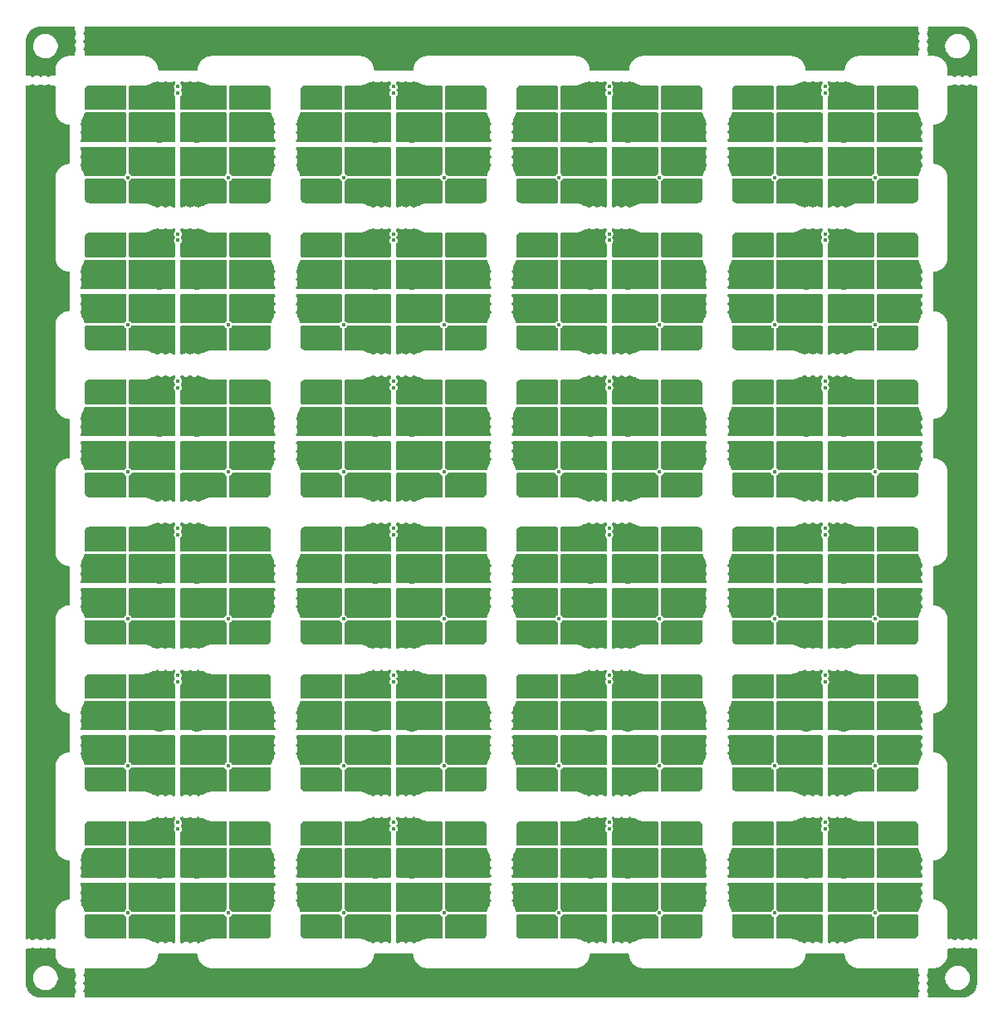
<source format=gbr>
%TF.GenerationSoftware,KiCad,Pcbnew,8.0.1-unknown-202403172319~81f55dfc9c~ubuntu22.04.1*%
%TF.CreationDate,2024-06-24T09:34:37+01:00*%
%TF.ProjectId,PANEL_DRY_ELECTRODES,50414e45-4c5f-4445-9259-5f454c454354,1.0*%
%TF.SameCoordinates,Original*%
%TF.FileFunction,Copper,L4,Bot*%
%TF.FilePolarity,Positive*%
%FSLAX46Y46*%
G04 Gerber Fmt 4.6, Leading zero omitted, Abs format (unit mm)*
G04 Created by KiCad (PCBNEW 8.0.1-unknown-202403172319~81f55dfc9c~ubuntu22.04.1) date 2024-06-24 09:34:37*
%MOMM*%
%LPD*%
G01*
G04 APERTURE LIST*
%TA.AperFunction,ComponentPad*%
%ADD10C,1.800000*%
%TD*%
%TA.AperFunction,ViaPad*%
%ADD11C,0.400000*%
%TD*%
G04 APERTURE END LIST*
D10*
%TO.P,J26,1,Pin_1*%
%TO.N,Board_11-/in2+*%
X74375000Y-47500000D03*
%TD*%
%TO.P,J26,1,Pin_1*%
%TO.N,Board_10-/in2+*%
X52375000Y-47500000D03*
%TD*%
%TO.P,J30,1,Pin_1*%
%TO.N,Board_22-/in6+*%
X61900000Y-86500000D03*
%TD*%
%TO.P,J17,1,Pin_1*%
%TO.N,Board_1-/in1-*%
X30375000Y-10750000D03*
%TD*%
%TO.P,J32,1,Pin_1*%
%TO.N,Board_1-/in8+*%
X45625000Y-14250000D03*
%TD*%
%TO.P,J23,1,Pin_1*%
%TO.N,Board_12-/in7-*%
X23625000Y-52500000D03*
%TD*%
%TO.P,J24,1,Pin_1*%
%TO.N,Board_23-/in8-*%
X89625000Y-85750000D03*
%TD*%
%TO.P,J31,1,Pin_1*%
%TO.N,Board_6-/in7+*%
X67625000Y-32500000D03*
%TD*%
%TO.P,J19,1,Pin_1*%
%TO.N,Board_6-/in3-*%
X58095000Y-22125000D03*
%TD*%
%TO.P,J19,1,Pin_1*%
%TO.N,Board_3-/in3-*%
X80095000Y-7125000D03*
%TD*%
%TO.P,J28,1,Pin_1*%
%TO.N,Board_13-/in4+*%
X35375000Y-62500000D03*
%TD*%
%TO.P,J25,1,Pin_1*%
%TO.N,Board_17-/in1+*%
X30375000Y-74250000D03*
%TD*%
%TO.P,J25,1,Pin_1*%
%TO.N,Board_14-/in1+*%
X52375000Y-59250000D03*
%TD*%
%TO.P,J31,1,Pin_1*%
%TO.N,Board_13-/in7+*%
X45625000Y-62500000D03*
%TD*%
%TO.P,J27,1,Pin_1*%
%TO.N,Board_7-/in3+*%
X80100000Y-26500000D03*
%TD*%
%TO.P,J18,1,Pin_1*%
%TO.N,Board_19-/in2-*%
X74375000Y-67500000D03*
%TD*%
%TO.P,J25,1,Pin_1*%
%TO.N,Board_9-/in1+*%
X30375000Y-44250000D03*
%TD*%
%TO.P,J29,1,Pin_1*%
%TO.N,Board_21-/in5+*%
X40625000Y-92500000D03*
%TD*%
%TO.P,J21,1,Pin_1*%
%TO.N,Board_21-/in5-*%
X40625000Y-89250000D03*
%TD*%
%TO.P,J26,1,Pin_1*%
%TO.N,Board_23-/in2+*%
X74375000Y-92500000D03*
%TD*%
%TO.P,J32,1,Pin_1*%
%TO.N,Board_4-/in8+*%
X23625000Y-29250000D03*
%TD*%
%TO.P,J20,1,Pin_1*%
%TO.N,Board_20-/in4-*%
X13375000Y-89250000D03*
%TD*%
%TO.P,J28,1,Pin_1*%
%TO.N,Board_4-/in4+*%
X13375000Y-32500000D03*
%TD*%
%TO.P,J26,1,Pin_1*%
%TO.N,Board_12-/in2+*%
X8375000Y-62500000D03*
%TD*%
%TO.P,J17,1,Pin_1*%
%TO.N,Board_15-/in1-*%
X74375000Y-55750000D03*
%TD*%
%TO.P,J19,1,Pin_1*%
%TO.N,Board_12-/in3-*%
X14095000Y-52125000D03*
%TD*%
%TO.P,J21,1,Pin_1*%
%TO.N,Board_23-/in5-*%
X84625000Y-89250000D03*
%TD*%
%TO.P,J31,1,Pin_1*%
%TO.N,Board_21-/in7+*%
X45625000Y-92500000D03*
%TD*%
%TO.P,J18,1,Pin_1*%
%TO.N,Board_7-/in2-*%
X74375000Y-22500000D03*
%TD*%
%TO.P,J31,1,Pin_1*%
%TO.N,Board_0-/in7+*%
X23625000Y-17500000D03*
%TD*%
%TO.P,J23,1,Pin_1*%
%TO.N,Board_22-/in7-*%
X67625000Y-82500000D03*
%TD*%
%TO.P,J21,1,Pin_1*%
%TO.N,Board_10-/in5-*%
X62625000Y-44250000D03*
%TD*%
%TO.P,J30,1,Pin_1*%
%TO.N,Board_14-/in6+*%
X61900000Y-56500000D03*
%TD*%
%TO.P,J26,1,Pin_1*%
%TO.N,Board_2-/in2+*%
X52375000Y-17500000D03*
%TD*%
%TO.P,J30,1,Pin_1*%
%TO.N,Board_12-/in6+*%
X17900000Y-56500000D03*
%TD*%
%TO.P,J32,1,Pin_1*%
%TO.N,Board_7-/in8+*%
X89625000Y-29250000D03*
%TD*%
%TO.P,J27,1,Pin_1*%
%TO.N,Board_19-/in3+*%
X80100000Y-71500000D03*
%TD*%
%TO.P,J32,1,Pin_1*%
%TO.N,Board_18-/in8+*%
X67625000Y-74250000D03*
%TD*%
%TO.P,J27,1,Pin_1*%
%TO.N,Board_17-/in3+*%
X36100000Y-71500000D03*
%TD*%
%TO.P,J20,1,Pin_1*%
%TO.N,Board_21-/in4-*%
X35375000Y-89250000D03*
%TD*%
%TO.P,J18,1,Pin_1*%
%TO.N,Board_11-/in2-*%
X74375000Y-37500000D03*
%TD*%
%TO.P,J17,1,Pin_1*%
%TO.N,Board_12-/in1-*%
X8375000Y-55750000D03*
%TD*%
%TO.P,J28,1,Pin_1*%
%TO.N,Board_22-/in4+*%
X57375000Y-92500000D03*
%TD*%
%TO.P,J24,1,Pin_1*%
%TO.N,Board_0-/in8-*%
X23625000Y-10750000D03*
%TD*%
%TO.P,J17,1,Pin_1*%
%TO.N,Board_20-/in1-*%
X8375000Y-85750000D03*
%TD*%
%TO.P,J26,1,Pin_1*%
%TO.N,Board_4-/in2+*%
X8375000Y-32500000D03*
%TD*%
%TO.P,J20,1,Pin_1*%
%TO.N,Board_9-/in4-*%
X35375000Y-44250000D03*
%TD*%
%TO.P,J18,1,Pin_1*%
%TO.N,Board_12-/in2-*%
X8375000Y-52500000D03*
%TD*%
%TO.P,J26,1,Pin_1*%
%TO.N,Board_1-/in2+*%
X30375000Y-17500000D03*
%TD*%
%TO.P,J29,1,Pin_1*%
%TO.N,Board_17-/in5+*%
X40625000Y-77500000D03*
%TD*%
%TO.P,J17,1,Pin_1*%
%TO.N,Board_18-/in1-*%
X52375000Y-70750000D03*
%TD*%
%TO.P,J32,1,Pin_1*%
%TO.N,Board_17-/in8+*%
X45625000Y-74250000D03*
%TD*%
%TO.P,J26,1,Pin_1*%
%TO.N,Board_5-/in2+*%
X30375000Y-32500000D03*
%TD*%
%TO.P,J32,1,Pin_1*%
%TO.N,Board_14-/in8+*%
X67625000Y-59250000D03*
%TD*%
%TO.P,J31,1,Pin_1*%
%TO.N,Board_7-/in7+*%
X89625000Y-32500000D03*
%TD*%
%TO.P,J30,1,Pin_1*%
%TO.N,Board_11-/in6+*%
X83900000Y-41500000D03*
%TD*%
%TO.P,J29,1,Pin_1*%
%TO.N,Board_18-/in5+*%
X62625000Y-77500000D03*
%TD*%
%TO.P,J27,1,Pin_1*%
%TO.N,Board_20-/in3+*%
X14100000Y-86500000D03*
%TD*%
%TO.P,J19,1,Pin_1*%
%TO.N,Board_7-/in3-*%
X80095000Y-22125000D03*
%TD*%
%TO.P,J20,1,Pin_1*%
%TO.N,Board_3-/in4-*%
X79375000Y-14250000D03*
%TD*%
%TO.P,J18,1,Pin_1*%
%TO.N,Board_14-/in2-*%
X52375000Y-52500000D03*
%TD*%
%TO.P,J30,1,Pin_1*%
%TO.N,Board_0-/in6+*%
X17900000Y-11500000D03*
%TD*%
%TO.P,J29,1,Pin_1*%
%TO.N,Board_2-/in5+*%
X62625000Y-17500000D03*
%TD*%
%TO.P,J24,1,Pin_1*%
%TO.N,Board_12-/in8-*%
X23625000Y-55750000D03*
%TD*%
%TO.P,J22,1,Pin_1*%
%TO.N,Board_7-/in6-*%
X83905000Y-22125000D03*
%TD*%
%TO.P,J26,1,Pin_1*%
%TO.N,Board_9-/in2+*%
X30375000Y-47500000D03*
%TD*%
%TO.P,J19,1,Pin_1*%
%TO.N,Board_10-/in3-*%
X58095000Y-37125000D03*
%TD*%
%TO.P,J25,1,Pin_1*%
%TO.N,Board_13-/in1+*%
X30375000Y-59250000D03*
%TD*%
%TO.P,J28,1,Pin_1*%
%TO.N,Board_11-/in4+*%
X79375000Y-47500000D03*
%TD*%
%TO.P,J19,1,Pin_1*%
%TO.N,Board_1-/in3-*%
X36095000Y-7125000D03*
%TD*%
%TO.P,J31,1,Pin_1*%
%TO.N,Board_4-/in7+*%
X23625000Y-32500000D03*
%TD*%
%TO.P,J30,1,Pin_1*%
%TO.N,Board_9-/in6+*%
X39900000Y-41500000D03*
%TD*%
%TO.P,J24,1,Pin_1*%
%TO.N,Board_4-/in8-*%
X23625000Y-25750000D03*
%TD*%
%TO.P,J25,1,Pin_1*%
%TO.N,Board_5-/in1+*%
X30375000Y-29250000D03*
%TD*%
%TO.P,J32,1,Pin_1*%
%TO.N,Board_8-/in8+*%
X23625000Y-44250000D03*
%TD*%
%TO.P,J24,1,Pin_1*%
%TO.N,Board_18-/in8-*%
X67625000Y-70750000D03*
%TD*%
%TO.P,J20,1,Pin_1*%
%TO.N,Board_12-/in4-*%
X13375000Y-59250000D03*
%TD*%
%TO.P,J21,1,Pin_1*%
%TO.N,Board_8-/in5-*%
X18625000Y-44250000D03*
%TD*%
%TO.P,J22,1,Pin_1*%
%TO.N,Board_2-/in6-*%
X61905000Y-7125000D03*
%TD*%
%TO.P,J24,1,Pin_1*%
%TO.N,Board_21-/in8-*%
X45625000Y-85750000D03*
%TD*%
%TO.P,J26,1,Pin_1*%
%TO.N,Board_6-/in2+*%
X52375000Y-32500000D03*
%TD*%
%TO.P,J18,1,Pin_1*%
%TO.N,Board_1-/in2-*%
X30375000Y-7500000D03*
%TD*%
%TO.P,J27,1,Pin_1*%
%TO.N,Board_15-/in3+*%
X80100000Y-56500000D03*
%TD*%
%TO.P,J31,1,Pin_1*%
%TO.N,Board_9-/in7+*%
X45625000Y-47500000D03*
%TD*%
%TO.P,J25,1,Pin_1*%
%TO.N,Board_22-/in1+*%
X52375000Y-89250000D03*
%TD*%
%TO.P,J21,1,Pin_1*%
%TO.N,Board_15-/in5-*%
X84625000Y-59250000D03*
%TD*%
%TO.P,J20,1,Pin_1*%
%TO.N,Board_1-/in4-*%
X35375000Y-14250000D03*
%TD*%
%TO.P,J20,1,Pin_1*%
%TO.N,Board_14-/in4-*%
X57375000Y-59250000D03*
%TD*%
%TO.P,J28,1,Pin_1*%
%TO.N,Board_19-/in4+*%
X79375000Y-77500000D03*
%TD*%
%TO.P,J26,1,Pin_1*%
%TO.N,Board_17-/in2+*%
X30375000Y-77500000D03*
%TD*%
%TO.P,J20,1,Pin_1*%
%TO.N,Board_2-/in4-*%
X57375000Y-14250000D03*
%TD*%
%TO.P,J20,1,Pin_1*%
%TO.N,Board_17-/in4-*%
X35375000Y-74250000D03*
%TD*%
%TO.P,J29,1,Pin_1*%
%TO.N,Board_15-/in5+*%
X84625000Y-62500000D03*
%TD*%
%TO.P,J22,1,Pin_1*%
%TO.N,Board_10-/in6-*%
X61905000Y-37125000D03*
%TD*%
%TO.P,J17,1,Pin_1*%
%TO.N,Board_11-/in1-*%
X74375000Y-40750000D03*
%TD*%
%TO.P,J32,1,Pin_1*%
%TO.N,Board_12-/in8+*%
X23625000Y-59250000D03*
%TD*%
%TO.P,J24,1,Pin_1*%
%TO.N,Board_10-/in8-*%
X67625000Y-40750000D03*
%TD*%
%TO.P,J29,1,Pin_1*%
%TO.N,Board_5-/in5+*%
X40625000Y-32500000D03*
%TD*%
%TO.P,J18,1,Pin_1*%
%TO.N,Board_9-/in2-*%
X30375000Y-37500000D03*
%TD*%
%TO.P,J22,1,Pin_1*%
%TO.N,Board_18-/in6-*%
X61905000Y-67125000D03*
%TD*%
%TO.P,J18,1,Pin_1*%
%TO.N,Board_13-/in2-*%
X30375000Y-52500000D03*
%TD*%
%TO.P,J25,1,Pin_1*%
%TO.N,Board_8-/in1+*%
X8375000Y-44250000D03*
%TD*%
%TO.P,J27,1,Pin_1*%
%TO.N,Board_3-/in3+*%
X80100000Y-11500000D03*
%TD*%
%TO.P,J29,1,Pin_1*%
%TO.N,Board_0-/in5+*%
X18625000Y-17500000D03*
%TD*%
%TO.P,J22,1,Pin_1*%
%TO.N,Board_0-/in6-*%
X17905000Y-7125000D03*
%TD*%
%TO.P,J31,1,Pin_1*%
%TO.N,Board_5-/in7+*%
X45625000Y-32500000D03*
%TD*%
%TO.P,J25,1,Pin_1*%
%TO.N,Board_23-/in1+*%
X74375000Y-89250000D03*
%TD*%
%TO.P,J19,1,Pin_1*%
%TO.N,Board_15-/in3-*%
X80095000Y-52125000D03*
%TD*%
%TO.P,J19,1,Pin_1*%
%TO.N,Board_9-/in3-*%
X36095000Y-37125000D03*
%TD*%
%TO.P,J24,1,Pin_1*%
%TO.N,Board_14-/in8-*%
X67625000Y-55750000D03*
%TD*%
%TO.P,J27,1,Pin_1*%
%TO.N,Board_21-/in3+*%
X36100000Y-86500000D03*
%TD*%
%TO.P,J17,1,Pin_1*%
%TO.N,Board_19-/in1-*%
X74375000Y-70750000D03*
%TD*%
%TO.P,J23,1,Pin_1*%
%TO.N,Board_11-/in7-*%
X89625000Y-37500000D03*
%TD*%
%TO.P,J18,1,Pin_1*%
%TO.N,Board_2-/in2-*%
X52375000Y-7500000D03*
%TD*%
%TO.P,J24,1,Pin_1*%
%TO.N,Board_15-/in8-*%
X89625000Y-55750000D03*
%TD*%
%TO.P,J24,1,Pin_1*%
%TO.N,Board_20-/in8-*%
X23625000Y-85750000D03*
%TD*%
%TO.P,J21,1,Pin_1*%
%TO.N,Board_13-/in5-*%
X40625000Y-59250000D03*
%TD*%
%TO.P,J32,1,Pin_1*%
%TO.N,Board_10-/in8+*%
X67625000Y-44250000D03*
%TD*%
%TO.P,J28,1,Pin_1*%
%TO.N,Board_0-/in4+*%
X13375000Y-17500000D03*
%TD*%
%TO.P,J19,1,Pin_1*%
%TO.N,Board_18-/in3-*%
X58095000Y-67125000D03*
%TD*%
%TO.P,J23,1,Pin_1*%
%TO.N,Board_18-/in7-*%
X67625000Y-67500000D03*
%TD*%
%TO.P,J25,1,Pin_1*%
%TO.N,Board_11-/in1+*%
X74375000Y-44250000D03*
%TD*%
%TO.P,J24,1,Pin_1*%
%TO.N,Board_8-/in8-*%
X23625000Y-40750000D03*
%TD*%
%TO.P,J19,1,Pin_1*%
%TO.N,Board_11-/in3-*%
X80095000Y-37125000D03*
%TD*%
%TO.P,J23,1,Pin_1*%
%TO.N,Board_21-/in7-*%
X45625000Y-82500000D03*
%TD*%
%TO.P,J19,1,Pin_1*%
%TO.N,Board_13-/in3-*%
X36095000Y-52125000D03*
%TD*%
%TO.P,J31,1,Pin_1*%
%TO.N,Board_12-/in7+*%
X23625000Y-62500000D03*
%TD*%
%TO.P,J22,1,Pin_1*%
%TO.N,Board_13-/in6-*%
X39905000Y-52125000D03*
%TD*%
%TO.P,J27,1,Pin_1*%
%TO.N,Board_23-/in3+*%
X80100000Y-86500000D03*
%TD*%
%TO.P,J19,1,Pin_1*%
%TO.N,Board_2-/in3-*%
X58095000Y-7125000D03*
%TD*%
%TO.P,J26,1,Pin_1*%
%TO.N,Board_7-/in2+*%
X74375000Y-32500000D03*
%TD*%
%TO.P,J17,1,Pin_1*%
%TO.N,Board_5-/in1-*%
X30375000Y-25750000D03*
%TD*%
%TO.P,J18,1,Pin_1*%
%TO.N,Board_0-/in2-*%
X8375000Y-7500000D03*
%TD*%
%TO.P,J31,1,Pin_1*%
%TO.N,Board_3-/in7+*%
X89625000Y-17500000D03*
%TD*%
%TO.P,J28,1,Pin_1*%
%TO.N,Board_18-/in4+*%
X57375000Y-77500000D03*
%TD*%
%TO.P,J20,1,Pin_1*%
%TO.N,Board_7-/in4-*%
X79375000Y-29250000D03*
%TD*%
%TO.P,J26,1,Pin_1*%
%TO.N,Board_8-/in2+*%
X8375000Y-47500000D03*
%TD*%
%TO.P,J21,1,Pin_1*%
%TO.N,Board_6-/in5-*%
X62625000Y-29250000D03*
%TD*%
%TO.P,J21,1,Pin_1*%
%TO.N,Board_20-/in5-*%
X18625000Y-89250000D03*
%TD*%
%TO.P,J24,1,Pin_1*%
%TO.N,Board_17-/in8-*%
X45625000Y-70750000D03*
%TD*%
%TO.P,J19,1,Pin_1*%
%TO.N,Board_8-/in3-*%
X14095000Y-37125000D03*
%TD*%
%TO.P,J30,1,Pin_1*%
%TO.N,Board_4-/in6+*%
X17900000Y-26500000D03*
%TD*%
%TO.P,J25,1,Pin_1*%
%TO.N,Board_12-/in1+*%
X8375000Y-59250000D03*
%TD*%
%TO.P,J32,1,Pin_1*%
%TO.N,Board_20-/in8+*%
X23625000Y-89250000D03*
%TD*%
%TO.P,J27,1,Pin_1*%
%TO.N,Board_16-/in3+*%
X14100000Y-71500000D03*
%TD*%
%TO.P,J25,1,Pin_1*%
%TO.N,Board_18-/in1+*%
X52375000Y-74250000D03*
%TD*%
%TO.P,J31,1,Pin_1*%
%TO.N,Board_20-/in7+*%
X23625000Y-92500000D03*
%TD*%
%TO.P,J21,1,Pin_1*%
%TO.N,Board_4-/in5-*%
X18625000Y-29250000D03*
%TD*%
%TO.P,J31,1,Pin_1*%
%TO.N,Board_23-/in7+*%
X89625000Y-92500000D03*
%TD*%
%TO.P,J28,1,Pin_1*%
%TO.N,Board_7-/in4+*%
X79375000Y-32500000D03*
%TD*%
%TO.P,J30,1,Pin_1*%
%TO.N,Board_15-/in6+*%
X83900000Y-56500000D03*
%TD*%
%TO.P,J29,1,Pin_1*%
%TO.N,Board_20-/in5+*%
X18625000Y-92500000D03*
%TD*%
%TO.P,J31,1,Pin_1*%
%TO.N,Board_16-/in7+*%
X23625000Y-77500000D03*
%TD*%
%TO.P,J21,1,Pin_1*%
%TO.N,Board_18-/in5-*%
X62625000Y-74250000D03*
%TD*%
%TO.P,J32,1,Pin_1*%
%TO.N,Board_15-/in8+*%
X89625000Y-59250000D03*
%TD*%
%TO.P,J29,1,Pin_1*%
%TO.N,Board_16-/in5+*%
X18625000Y-77500000D03*
%TD*%
%TO.P,J25,1,Pin_1*%
%TO.N,Board_6-/in1+*%
X52375000Y-29250000D03*
%TD*%
%TO.P,J18,1,Pin_1*%
%TO.N,Board_10-/in2-*%
X52375000Y-37500000D03*
%TD*%
%TO.P,J30,1,Pin_1*%
%TO.N,Board_23-/in6+*%
X83900000Y-86500000D03*
%TD*%
%TO.P,J31,1,Pin_1*%
%TO.N,Board_17-/in7+*%
X45625000Y-77500000D03*
%TD*%
%TO.P,J23,1,Pin_1*%
%TO.N,Board_15-/in7-*%
X89625000Y-52500000D03*
%TD*%
%TO.P,J21,1,Pin_1*%
%TO.N,Board_11-/in5-*%
X84625000Y-44250000D03*
%TD*%
%TO.P,J20,1,Pin_1*%
%TO.N,Board_10-/in4-*%
X57375000Y-44250000D03*
%TD*%
%TO.P,J31,1,Pin_1*%
%TO.N,Board_8-/in7+*%
X23625000Y-47500000D03*
%TD*%
%TO.P,J21,1,Pin_1*%
%TO.N,Board_19-/in5-*%
X84625000Y-74250000D03*
%TD*%
%TO.P,J24,1,Pin_1*%
%TO.N,Board_16-/in8-*%
X23625000Y-70750000D03*
%TD*%
%TO.P,J28,1,Pin_1*%
%TO.N,Board_15-/in4+*%
X79375000Y-62500000D03*
%TD*%
%TO.P,J24,1,Pin_1*%
%TO.N,Board_19-/in8-*%
X89625000Y-70750000D03*
%TD*%
%TO.P,J23,1,Pin_1*%
%TO.N,Board_6-/in7-*%
X67625000Y-22500000D03*
%TD*%
%TO.P,J25,1,Pin_1*%
%TO.N,Board_19-/in1+*%
X74375000Y-74250000D03*
%TD*%
%TO.P,J28,1,Pin_1*%
%TO.N,Board_10-/in4+*%
X57375000Y-47500000D03*
%TD*%
%TO.P,J23,1,Pin_1*%
%TO.N,Board_19-/in7-*%
X89625000Y-67500000D03*
%TD*%
%TO.P,J20,1,Pin_1*%
%TO.N,Board_0-/in4-*%
X13375000Y-14250000D03*
%TD*%
%TO.P,J17,1,Pin_1*%
%TO.N,Board_0-/in1-*%
X8375000Y-10750000D03*
%TD*%
%TO.P,J19,1,Pin_1*%
%TO.N,Board_4-/in3-*%
X14095000Y-22125000D03*
%TD*%
%TO.P,J18,1,Pin_1*%
%TO.N,Board_23-/in2-*%
X74375000Y-82500000D03*
%TD*%
%TO.P,J22,1,Pin_1*%
%TO.N,Board_8-/in6-*%
X17905000Y-37125000D03*
%TD*%
%TO.P,J18,1,Pin_1*%
%TO.N,Board_4-/in2-*%
X8375000Y-22500000D03*
%TD*%
%TO.P,J18,1,Pin_1*%
%TO.N,Board_6-/in2-*%
X52375000Y-22500000D03*
%TD*%
%TO.P,J29,1,Pin_1*%
%TO.N,Board_1-/in5+*%
X40625000Y-17500000D03*
%TD*%
%TO.P,J28,1,Pin_1*%
%TO.N,Board_12-/in4+*%
X13375000Y-62500000D03*
%TD*%
%TO.P,J28,1,Pin_1*%
%TO.N,Board_1-/in4+*%
X35375000Y-17500000D03*
%TD*%
%TO.P,J19,1,Pin_1*%
%TO.N,Board_5-/in3-*%
X36095000Y-22125000D03*
%TD*%
%TO.P,J23,1,Pin_1*%
%TO.N,Board_8-/in7-*%
X23625000Y-37500000D03*
%TD*%
%TO.P,J23,1,Pin_1*%
%TO.N,Board_17-/in7-*%
X45625000Y-67500000D03*
%TD*%
%TO.P,J24,1,Pin_1*%
%TO.N,Board_2-/in8-*%
X67625000Y-10750000D03*
%TD*%
%TO.P,J20,1,Pin_1*%
%TO.N,Board_5-/in4-*%
X35375000Y-29250000D03*
%TD*%
%TO.P,J19,1,Pin_1*%
%TO.N,Board_21-/in3-*%
X36095000Y-82125000D03*
%TD*%
%TO.P,J23,1,Pin_1*%
%TO.N,Board_13-/in7-*%
X45625000Y-52500000D03*
%TD*%
%TO.P,J21,1,Pin_1*%
%TO.N,Board_14-/in5-*%
X62625000Y-59250000D03*
%TD*%
%TO.P,J25,1,Pin_1*%
%TO.N,Board_21-/in1+*%
X30375000Y-89250000D03*
%TD*%
%TO.P,J22,1,Pin_1*%
%TO.N,Board_23-/in6-*%
X83905000Y-82125000D03*
%TD*%
%TO.P,J20,1,Pin_1*%
%TO.N,Board_6-/in4-*%
X57375000Y-29250000D03*
%TD*%
%TO.P,J25,1,Pin_1*%
%TO.N,Board_2-/in1+*%
X52375000Y-14250000D03*
%TD*%
%TO.P,J18,1,Pin_1*%
%TO.N,Board_20-/in2-*%
X8375000Y-82500000D03*
%TD*%
%TO.P,J22,1,Pin_1*%
%TO.N,Board_6-/in6-*%
X61905000Y-22125000D03*
%TD*%
%TO.P,J28,1,Pin_1*%
%TO.N,Board_5-/in4+*%
X35375000Y-32500000D03*
%TD*%
%TO.P,J30,1,Pin_1*%
%TO.N,Board_16-/in6+*%
X17900000Y-71500000D03*
%TD*%
%TO.P,J30,1,Pin_1*%
%TO.N,Board_7-/in6+*%
X83900000Y-26500000D03*
%TD*%
%TO.P,J19,1,Pin_1*%
%TO.N,Board_20-/in3-*%
X14095000Y-82125000D03*
%TD*%
%TO.P,J17,1,Pin_1*%
%TO.N,Board_2-/in1-*%
X52375000Y-10750000D03*
%TD*%
%TO.P,J29,1,Pin_1*%
%TO.N,Board_13-/in5+*%
X40625000Y-62500000D03*
%TD*%
%TO.P,J23,1,Pin_1*%
%TO.N,Board_1-/in7-*%
X45625000Y-7500000D03*
%TD*%
%TO.P,J21,1,Pin_1*%
%TO.N,Board_1-/in5-*%
X40625000Y-14250000D03*
%TD*%
%TO.P,J18,1,Pin_1*%
%TO.N,Board_8-/in2-*%
X8375000Y-37500000D03*
%TD*%
%TO.P,J30,1,Pin_1*%
%TO.N,Board_13-/in6+*%
X39900000Y-56500000D03*
%TD*%
%TO.P,J32,1,Pin_1*%
%TO.N,Board_13-/in8+*%
X45625000Y-59250000D03*
%TD*%
%TO.P,J27,1,Pin_1*%
%TO.N,Board_6-/in3+*%
X58100000Y-26500000D03*
%TD*%
%TO.P,J27,1,Pin_1*%
%TO.N,Board_11-/in3+*%
X80100000Y-41500000D03*
%TD*%
%TO.P,J23,1,Pin_1*%
%TO.N,Board_5-/in7-*%
X45625000Y-22500000D03*
%TD*%
%TO.P,J25,1,Pin_1*%
%TO.N,Board_4-/in1+*%
X8375000Y-29250000D03*
%TD*%
%TO.P,J19,1,Pin_1*%
%TO.N,Board_23-/in3-*%
X80095000Y-82125000D03*
%TD*%
%TO.P,J27,1,Pin_1*%
%TO.N,Board_22-/in3+*%
X58100000Y-86500000D03*
%TD*%
%TO.P,J31,1,Pin_1*%
%TO.N,Board_11-/in7+*%
X89625000Y-47500000D03*
%TD*%
%TO.P,J30,1,Pin_1*%
%TO.N,Board_5-/in6+*%
X39900000Y-26500000D03*
%TD*%
%TO.P,J28,1,Pin_1*%
%TO.N,Board_20-/in4+*%
X13375000Y-92500000D03*
%TD*%
%TO.P,J32,1,Pin_1*%
%TO.N,Board_21-/in8+*%
X45625000Y-89250000D03*
%TD*%
%TO.P,J17,1,Pin_1*%
%TO.N,Board_16-/in1-*%
X8375000Y-70750000D03*
%TD*%
%TO.P,J27,1,Pin_1*%
%TO.N,Board_2-/in3+*%
X58100000Y-11500000D03*
%TD*%
%TO.P,J32,1,Pin_1*%
%TO.N,Board_19-/in8+*%
X89625000Y-74250000D03*
%TD*%
%TO.P,J28,1,Pin_1*%
%TO.N,Board_23-/in4+*%
X79375000Y-92500000D03*
%TD*%
%TO.P,J27,1,Pin_1*%
%TO.N,Board_4-/in3+*%
X14100000Y-26500000D03*
%TD*%
%TO.P,J20,1,Pin_1*%
%TO.N,Board_8-/in4-*%
X13375000Y-44250000D03*
%TD*%
%TO.P,J18,1,Pin_1*%
%TO.N,Board_3-/in2-*%
X74375000Y-7500000D03*
%TD*%
%TO.P,J17,1,Pin_1*%
%TO.N,Board_10-/in1-*%
X52375000Y-40750000D03*
%TD*%
%TO.P,J30,1,Pin_1*%
%TO.N,Board_6-/in6+*%
X61900000Y-26500000D03*
%TD*%
%TO.P,J21,1,Pin_1*%
%TO.N,Board_7-/in5-*%
X84625000Y-29250000D03*
%TD*%
%TO.P,J26,1,Pin_1*%
%TO.N,Board_16-/in2+*%
X8375000Y-77500000D03*
%TD*%
%TO.P,J27,1,Pin_1*%
%TO.N,Board_1-/in3+*%
X36100000Y-11500000D03*
%TD*%
%TO.P,J22,1,Pin_1*%
%TO.N,Board_12-/in6-*%
X17905000Y-52125000D03*
%TD*%
%TO.P,J28,1,Pin_1*%
%TO.N,Board_8-/in4+*%
X13375000Y-47500000D03*
%TD*%
%TO.P,J32,1,Pin_1*%
%TO.N,Board_16-/in8+*%
X23625000Y-74250000D03*
%TD*%
%TO.P,J17,1,Pin_1*%
%TO.N,Board_9-/in1-*%
X30375000Y-40750000D03*
%TD*%
%TO.P,J25,1,Pin_1*%
%TO.N,Board_10-/in1+*%
X52375000Y-44250000D03*
%TD*%
%TO.P,J20,1,Pin_1*%
%TO.N,Board_18-/in4-*%
X57375000Y-74250000D03*
%TD*%
%TO.P,J32,1,Pin_1*%
%TO.N,Board_23-/in8+*%
X89625000Y-89250000D03*
%TD*%
%TO.P,J20,1,Pin_1*%
%TO.N,Board_13-/in4-*%
X35375000Y-59250000D03*
%TD*%
%TO.P,J27,1,Pin_1*%
%TO.N,Board_18-/in3+*%
X58100000Y-71500000D03*
%TD*%
%TO.P,J22,1,Pin_1*%
%TO.N,Board_3-/in6-*%
X83905000Y-7125000D03*
%TD*%
%TO.P,J23,1,Pin_1*%
%TO.N,Board_2-/in7-*%
X67625000Y-7500000D03*
%TD*%
%TO.P,J17,1,Pin_1*%
%TO.N,Board_3-/in1-*%
X74375000Y-10750000D03*
%TD*%
%TO.P,J31,1,Pin_1*%
%TO.N,Board_14-/in7+*%
X67625000Y-62500000D03*
%TD*%
%TO.P,J20,1,Pin_1*%
%TO.N,Board_19-/in4-*%
X79375000Y-74250000D03*
%TD*%
%TO.P,J19,1,Pin_1*%
%TO.N,Board_0-/in3-*%
X14095000Y-7125000D03*
%TD*%
%TO.P,J31,1,Pin_1*%
%TO.N,Board_2-/in7+*%
X67625000Y-17500000D03*
%TD*%
%TO.P,J18,1,Pin_1*%
%TO.N,Board_18-/in2-*%
X52375000Y-67500000D03*
%TD*%
%TO.P,J25,1,Pin_1*%
%TO.N,Board_1-/in1+*%
X30375000Y-14250000D03*
%TD*%
%TO.P,J30,1,Pin_1*%
%TO.N,Board_10-/in6+*%
X61900000Y-41500000D03*
%TD*%
%TO.P,J27,1,Pin_1*%
%TO.N,Board_5-/in3+*%
X36100000Y-26500000D03*
%TD*%
%TO.P,J23,1,Pin_1*%
%TO.N,Board_14-/in7-*%
X67625000Y-52500000D03*
%TD*%
%TO.P,J17,1,Pin_1*%
%TO.N,Board_22-/in1-*%
X52375000Y-85750000D03*
%TD*%
%TO.P,J23,1,Pin_1*%
%TO.N,Board_3-/in7-*%
X89625000Y-7500000D03*
%TD*%
%TO.P,J24,1,Pin_1*%
%TO.N,Board_1-/in8-*%
X45625000Y-10750000D03*
%TD*%
%TO.P,J19,1,Pin_1*%
%TO.N,Board_17-/in3-*%
X36095000Y-67125000D03*
%TD*%
%TO.P,J24,1,Pin_1*%
%TO.N,Board_6-/in8-*%
X67625000Y-25750000D03*
%TD*%
%TO.P,J26,1,Pin_1*%
%TO.N,Board_20-/in2+*%
X8375000Y-92500000D03*
%TD*%
%TO.P,J27,1,Pin_1*%
%TO.N,Board_10-/in3+*%
X58100000Y-41500000D03*
%TD*%
%TO.P,J22,1,Pin_1*%
%TO.N,Board_9-/in6-*%
X39905000Y-37125000D03*
%TD*%
%TO.P,J31,1,Pin_1*%
%TO.N,Board_15-/in7+*%
X89625000Y-62500000D03*
%TD*%
%TO.P,J25,1,Pin_1*%
%TO.N,Board_0-/in1+*%
X8375000Y-14250000D03*
%TD*%
%TO.P,J20,1,Pin_1*%
%TO.N,Board_11-/in4-*%
X79375000Y-44250000D03*
%TD*%
%TO.P,J23,1,Pin_1*%
%TO.N,Board_0-/in7-*%
X23625000Y-7500000D03*
%TD*%
%TO.P,J30,1,Pin_1*%
%TO.N,Board_19-/in6+*%
X83900000Y-71500000D03*
%TD*%
%TO.P,J29,1,Pin_1*%
%TO.N,Board_22-/in5+*%
X62625000Y-92500000D03*
%TD*%
%TO.P,J17,1,Pin_1*%
%TO.N,Board_17-/in1-*%
X30375000Y-70750000D03*
%TD*%
%TO.P,J29,1,Pin_1*%
%TO.N,Board_23-/in5+*%
X84625000Y-92500000D03*
%TD*%
%TO.P,J27,1,Pin_1*%
%TO.N,Board_8-/in3+*%
X14100000Y-41500000D03*
%TD*%
%TO.P,J24,1,Pin_1*%
%TO.N,Board_7-/in8-*%
X89625000Y-25750000D03*
%TD*%
%TO.P,J26,1,Pin_1*%
%TO.N,Board_13-/in2+*%
X30375000Y-62500000D03*
%TD*%
%TO.P,J25,1,Pin_1*%
%TO.N,Board_16-/in1+*%
X8375000Y-74250000D03*
%TD*%
%TO.P,J23,1,Pin_1*%
%TO.N,Board_16-/in7-*%
X23625000Y-67500000D03*
%TD*%
%TO.P,J19,1,Pin_1*%
%TO.N,Board_19-/in3-*%
X80095000Y-67125000D03*
%TD*%
%TO.P,J25,1,Pin_1*%
%TO.N,Board_15-/in1+*%
X74375000Y-59250000D03*
%TD*%
%TO.P,J19,1,Pin_1*%
%TO.N,Board_14-/in3-*%
X58095000Y-52125000D03*
%TD*%
%TO.P,J17,1,Pin_1*%
%TO.N,Board_4-/in1-*%
X8375000Y-25750000D03*
%TD*%
%TO.P,J22,1,Pin_1*%
%TO.N,Board_1-/in6-*%
X39905000Y-7125000D03*
%TD*%
%TO.P,J32,1,Pin_1*%
%TO.N,Board_3-/in8+*%
X89625000Y-14250000D03*
%TD*%
%TO.P,J28,1,Pin_1*%
%TO.N,Board_2-/in4+*%
X57375000Y-17500000D03*
%TD*%
%TO.P,J29,1,Pin_1*%
%TO.N,Board_12-/in5+*%
X18625000Y-62500000D03*
%TD*%
%TO.P,J27,1,Pin_1*%
%TO.N,Board_9-/in3+*%
X36100000Y-41500000D03*
%TD*%
%TO.P,J18,1,Pin_1*%
%TO.N,Board_16-/in2-*%
X8375000Y-67500000D03*
%TD*%
%TO.P,J20,1,Pin_1*%
%TO.N,Board_23-/in4-*%
X79375000Y-89250000D03*
%TD*%
%TO.P,J32,1,Pin_1*%
%TO.N,Board_11-/in8+*%
X89625000Y-44250000D03*
%TD*%
%TO.P,J32,1,Pin_1*%
%TO.N,Board_6-/in8+*%
X67625000Y-29250000D03*
%TD*%
%TO.P,J18,1,Pin_1*%
%TO.N,Board_15-/in2-*%
X74375000Y-52500000D03*
%TD*%
%TO.P,J21,1,Pin_1*%
%TO.N,Board_2-/in5-*%
X62625000Y-14250000D03*
%TD*%
%TO.P,J23,1,Pin_1*%
%TO.N,Board_7-/in7-*%
X89625000Y-22500000D03*
%TD*%
%TO.P,J28,1,Pin_1*%
%TO.N,Board_14-/in4+*%
X57375000Y-62500000D03*
%TD*%
%TO.P,J17,1,Pin_1*%
%TO.N,Board_23-/in1-*%
X74375000Y-85750000D03*
%TD*%
%TO.P,J17,1,Pin_1*%
%TO.N,Board_13-/in1-*%
X30375000Y-55750000D03*
%TD*%
%TO.P,J28,1,Pin_1*%
%TO.N,Board_6-/in4+*%
X57375000Y-32500000D03*
%TD*%
%TO.P,J27,1,Pin_1*%
%TO.N,Board_0-/in3+*%
X14100000Y-11500000D03*
%TD*%
%TO.P,J24,1,Pin_1*%
%TO.N,Board_22-/in8-*%
X67625000Y-85750000D03*
%TD*%
%TO.P,J24,1,Pin_1*%
%TO.N,Board_13-/in8-*%
X45625000Y-55750000D03*
%TD*%
%TO.P,J32,1,Pin_1*%
%TO.N,Board_5-/in8+*%
X45625000Y-29250000D03*
%TD*%
%TO.P,J31,1,Pin_1*%
%TO.N,Board_1-/in7+*%
X45625000Y-17500000D03*
%TD*%
%TO.P,J25,1,Pin_1*%
%TO.N,Board_7-/in1+*%
X74375000Y-29250000D03*
%TD*%
%TO.P,J29,1,Pin_1*%
%TO.N,Board_11-/in5+*%
X84625000Y-47500000D03*
%TD*%
%TO.P,J22,1,Pin_1*%
%TO.N,Board_16-/in6-*%
X17905000Y-67125000D03*
%TD*%
%TO.P,J22,1,Pin_1*%
%TO.N,Board_21-/in6-*%
X39905000Y-82125000D03*
%TD*%
%TO.P,J24,1,Pin_1*%
%TO.N,Board_3-/in8-*%
X89625000Y-10750000D03*
%TD*%
%TO.P,J25,1,Pin_1*%
%TO.N,Board_3-/in1+*%
X74375000Y-14250000D03*
%TD*%
%TO.P,J24,1,Pin_1*%
%TO.N,Board_5-/in8-*%
X45625000Y-25750000D03*
%TD*%
%TO.P,J20,1,Pin_1*%
%TO.N,Board_22-/in4-*%
X57375000Y-89250000D03*
%TD*%
%TO.P,J26,1,Pin_1*%
%TO.N,Board_21-/in2+*%
X30375000Y-92500000D03*
%TD*%
%TO.P,J28,1,Pin_1*%
%TO.N,Board_3-/in4+*%
X79375000Y-17500000D03*
%TD*%
%TO.P,J29,1,Pin_1*%
%TO.N,Board_7-/in5+*%
X84625000Y-32500000D03*
%TD*%
%TO.P,J21,1,Pin_1*%
%TO.N,Board_12-/in5-*%
X18625000Y-59250000D03*
%TD*%
%TO.P,J20,1,Pin_1*%
%TO.N,Board_15-/in4-*%
X79375000Y-59250000D03*
%TD*%
%TO.P,J22,1,Pin_1*%
%TO.N,Board_17-/in6-*%
X39905000Y-67125000D03*
%TD*%
%TO.P,J28,1,Pin_1*%
%TO.N,Board_17-/in4+*%
X35375000Y-77500000D03*
%TD*%
%TO.P,J29,1,Pin_1*%
%TO.N,Board_4-/in5+*%
X18625000Y-32500000D03*
%TD*%
%TO.P,J32,1,Pin_1*%
%TO.N,Board_9-/in8+*%
X45625000Y-44250000D03*
%TD*%
%TO.P,J17,1,Pin_1*%
%TO.N,Board_14-/in1-*%
X52375000Y-55750000D03*
%TD*%
%TO.P,J29,1,Pin_1*%
%TO.N,Board_14-/in5+*%
X62625000Y-62500000D03*
%TD*%
%TO.P,J20,1,Pin_1*%
%TO.N,Board_4-/in4-*%
X13375000Y-29250000D03*
%TD*%
%TO.P,J29,1,Pin_1*%
%TO.N,Board_3-/in5+*%
X84625000Y-17500000D03*
%TD*%
%TO.P,J23,1,Pin_1*%
%TO.N,Board_20-/in7-*%
X23625000Y-82500000D03*
%TD*%
%TO.P,J22,1,Pin_1*%
%TO.N,Board_22-/in6-*%
X61905000Y-82125000D03*
%TD*%
%TO.P,J26,1,Pin_1*%
%TO.N,Board_14-/in2+*%
X52375000Y-62500000D03*
%TD*%
%TO.P,J30,1,Pin_1*%
%TO.N,Board_3-/in6+*%
X83900000Y-11500000D03*
%TD*%
%TO.P,J21,1,Pin_1*%
%TO.N,Board_17-/in5-*%
X40625000Y-74250000D03*
%TD*%
%TO.P,J30,1,Pin_1*%
%TO.N,Board_17-/in6+*%
X39900000Y-71500000D03*
%TD*%
%TO.P,J32,1,Pin_1*%
%TO.N,Board_0-/in8+*%
X23625000Y-14250000D03*
%TD*%
%TO.P,J17,1,Pin_1*%
%TO.N,Board_21-/in1-*%
X30375000Y-85750000D03*
%TD*%
%TO.P,J18,1,Pin_1*%
%TO.N,Board_5-/in2-*%
X30375000Y-22500000D03*
%TD*%
%TO.P,J26,1,Pin_1*%
%TO.N,Board_19-/in2+*%
X74375000Y-77500000D03*
%TD*%
%TO.P,J27,1,Pin_1*%
%TO.N,Board_13-/in3+*%
X36100000Y-56500000D03*
%TD*%
%TO.P,J22,1,Pin_1*%
%TO.N,Board_15-/in6-*%
X83905000Y-52125000D03*
%TD*%
%TO.P,J21,1,Pin_1*%
%TO.N,Board_22-/in5-*%
X62625000Y-89250000D03*
%TD*%
%TO.P,J21,1,Pin_1*%
%TO.N,Board_16-/in5-*%
X18625000Y-74250000D03*
%TD*%
%TO.P,J23,1,Pin_1*%
%TO.N,Board_4-/in7-*%
X23625000Y-22500000D03*
%TD*%
%TO.P,J17,1,Pin_1*%
%TO.N,Board_7-/in1-*%
X74375000Y-25750000D03*
%TD*%
%TO.P,J22,1,Pin_1*%
%TO.N,Board_14-/in6-*%
X61905000Y-52125000D03*
%TD*%
%TO.P,J29,1,Pin_1*%
%TO.N,Board_9-/in5+*%
X40625000Y-47500000D03*
%TD*%
%TO.P,J29,1,Pin_1*%
%TO.N,Board_10-/in5+*%
X62625000Y-47500000D03*
%TD*%
%TO.P,J18,1,Pin_1*%
%TO.N,Board_21-/in2-*%
X30375000Y-82500000D03*
%TD*%
%TO.P,J31,1,Pin_1*%
%TO.N,Board_22-/in7+*%
X67625000Y-92500000D03*
%TD*%
%TO.P,J29,1,Pin_1*%
%TO.N,Board_8-/in5+*%
X18625000Y-47500000D03*
%TD*%
%TO.P,J25,1,Pin_1*%
%TO.N,Board_20-/in1+*%
X8375000Y-89250000D03*
%TD*%
%TO.P,J18,1,Pin_1*%
%TO.N,Board_22-/in2-*%
X52375000Y-82500000D03*
%TD*%
%TO.P,J29,1,Pin_1*%
%TO.N,Board_6-/in5+*%
X62625000Y-32500000D03*
%TD*%
%TO.P,J21,1,Pin_1*%
%TO.N,Board_5-/in5-*%
X40625000Y-29250000D03*
%TD*%
%TO.P,J28,1,Pin_1*%
%TO.N,Board_16-/in4+*%
X13375000Y-77500000D03*
%TD*%
%TO.P,J28,1,Pin_1*%
%TO.N,Board_21-/in4+*%
X35375000Y-92500000D03*
%TD*%
%TO.P,J17,1,Pin_1*%
%TO.N,Board_6-/in1-*%
X52375000Y-25750000D03*
%TD*%
%TO.P,J23,1,Pin_1*%
%TO.N,Board_9-/in7-*%
X45625000Y-37500000D03*
%TD*%
%TO.P,J22,1,Pin_1*%
%TO.N,Board_11-/in6-*%
X83905000Y-37125000D03*
%TD*%
%TO.P,J21,1,Pin_1*%
%TO.N,Board_9-/in5-*%
X40625000Y-44250000D03*
%TD*%
%TO.P,J23,1,Pin_1*%
%TO.N,Board_23-/in7-*%
X89625000Y-82500000D03*
%TD*%
%TO.P,J22,1,Pin_1*%
%TO.N,Board_20-/in6-*%
X17905000Y-82125000D03*
%TD*%
%TO.P,J30,1,Pin_1*%
%TO.N,Board_1-/in6+*%
X39900000Y-11500000D03*
%TD*%
%TO.P,J26,1,Pin_1*%
%TO.N,Board_18-/in2+*%
X52375000Y-77500000D03*
%TD*%
%TO.P,J30,1,Pin_1*%
%TO.N,Board_2-/in6+*%
X61900000Y-11500000D03*
%TD*%
%TO.P,J31,1,Pin_1*%
%TO.N,Board_10-/in7+*%
X67625000Y-47500000D03*
%TD*%
%TO.P,J32,1,Pin_1*%
%TO.N,Board_22-/in8+*%
X67625000Y-89250000D03*
%TD*%
%TO.P,J26,1,Pin_1*%
%TO.N,Board_15-/in2+*%
X74375000Y-62500000D03*
%TD*%
%TO.P,J17,1,Pin_1*%
%TO.N,Board_8-/in1-*%
X8375000Y-40750000D03*
%TD*%
%TO.P,J23,1,Pin_1*%
%TO.N,Board_10-/in7-*%
X67625000Y-37500000D03*
%TD*%
%TO.P,J22,1,Pin_1*%
%TO.N,Board_19-/in6-*%
X83905000Y-67125000D03*
%TD*%
%TO.P,J22,1,Pin_1*%
%TO.N,Board_5-/in6-*%
X39905000Y-22125000D03*
%TD*%
%TO.P,J26,1,Pin_1*%
%TO.N,Board_3-/in2+*%
X74375000Y-17500000D03*
%TD*%
%TO.P,J26,1,Pin_1*%
%TO.N,Board_0-/in2+*%
X8375000Y-17500000D03*
%TD*%
%TO.P,J19,1,Pin_1*%
%TO.N,Board_22-/in3-*%
X58095000Y-82125000D03*
%TD*%
%TO.P,J30,1,Pin_1*%
%TO.N,Board_18-/in6+*%
X61900000Y-71500000D03*
%TD*%
%TO.P,J31,1,Pin_1*%
%TO.N,Board_18-/in7+*%
X67625000Y-77500000D03*
%TD*%
%TO.P,J21,1,Pin_1*%
%TO.N,Board_0-/in5-*%
X18625000Y-14250000D03*
%TD*%
%TO.P,J24,1,Pin_1*%
%TO.N,Board_11-/in8-*%
X89625000Y-40750000D03*
%TD*%
%TO.P,J18,1,Pin_1*%
%TO.N,Board_17-/in2-*%
X30375000Y-67500000D03*
%TD*%
%TO.P,J27,1,Pin_1*%
%TO.N,Board_12-/in3+*%
X14100000Y-56500000D03*
%TD*%
%TO.P,J24,1,Pin_1*%
%TO.N,Board_9-/in8-*%
X45625000Y-40750000D03*
%TD*%
%TO.P,J21,1,Pin_1*%
%TO.N,Board_3-/in5-*%
X84625000Y-14250000D03*
%TD*%
%TO.P,J20,1,Pin_1*%
%TO.N,Board_16-/in4-*%
X13375000Y-74250000D03*
%TD*%
%TO.P,J32,1,Pin_1*%
%TO.N,Board_2-/in8+*%
X67625000Y-14250000D03*
%TD*%
%TO.P,J30,1,Pin_1*%
%TO.N,Board_20-/in6+*%
X17900000Y-86500000D03*
%TD*%
%TO.P,J29,1,Pin_1*%
%TO.N,Board_19-/in5+*%
X84625000Y-77500000D03*
%TD*%
%TO.P,J28,1,Pin_1*%
%TO.N,Board_9-/in4+*%
X35375000Y-47500000D03*
%TD*%
%TO.P,J26,1,Pin_1*%
%TO.N,Board_22-/in2+*%
X52375000Y-92500000D03*
%TD*%
%TO.P,J19,1,Pin_1*%
%TO.N,Board_16-/in3-*%
X14095000Y-67125000D03*
%TD*%
%TO.P,J30,1,Pin_1*%
%TO.N,Board_21-/in6+*%
X39900000Y-86500000D03*
%TD*%
%TO.P,J30,1,Pin_1*%
%TO.N,Board_8-/in6+*%
X17900000Y-41500000D03*
%TD*%
%TO.P,J22,1,Pin_1*%
%TO.N,Board_4-/in6-*%
X17905000Y-22125000D03*
%TD*%
%TO.P,J27,1,Pin_1*%
%TO.N,Board_14-/in3+*%
X58100000Y-56500000D03*
%TD*%
%TO.P,J31,1,Pin_1*%
%TO.N,Board_19-/in7+*%
X89625000Y-77500000D03*
%TD*%
D11*
%TO.N,Board_23-GND*%
X87125000Y-90875000D03*
X76875000Y-90875000D03*
%TO.N,Board_23-/in5-*%
X82000000Y-82300000D03*
%TO.N,Board_23-/in4-*%
X82000000Y-81625000D03*
%TO.N,Board_22-GND*%
X54875000Y-90875000D03*
X65125000Y-90875000D03*
%TO.N,Board_22-/in5-*%
X60000000Y-82300000D03*
%TO.N,Board_22-/in4-*%
X60000000Y-81625000D03*
%TO.N,Board_21-GND*%
X32875000Y-90875000D03*
X43125000Y-90875000D03*
%TO.N,Board_21-/in5-*%
X38000000Y-82300000D03*
%TO.N,Board_21-/in4-*%
X38000000Y-81625000D03*
%TO.N,Board_20-GND*%
X10875000Y-90875000D03*
X21125000Y-90875000D03*
%TO.N,Board_20-/in5-*%
X16000000Y-82300000D03*
%TO.N,Board_20-/in4-*%
X16000000Y-81625000D03*
%TO.N,Board_19-GND*%
X87125000Y-75875000D03*
X76875000Y-75875000D03*
%TO.N,Board_19-/in5-*%
X82000000Y-67300000D03*
%TO.N,Board_19-/in4-*%
X82000000Y-66625000D03*
%TO.N,Board_18-GND*%
X65125000Y-75875000D03*
X54875000Y-75875000D03*
%TO.N,Board_18-/in5-*%
X60000000Y-67300000D03*
%TO.N,Board_18-/in4-*%
X60000000Y-66625000D03*
%TO.N,Board_17-GND*%
X32875000Y-75875000D03*
X43125000Y-75875000D03*
%TO.N,Board_17-/in5-*%
X38000000Y-67300000D03*
%TO.N,Board_17-/in4-*%
X38000000Y-66625000D03*
%TO.N,Board_16-GND*%
X21125000Y-75875000D03*
X10875000Y-75875000D03*
%TO.N,Board_16-/in5-*%
X16000000Y-67300000D03*
%TO.N,Board_16-/in4-*%
X16000000Y-66625000D03*
%TO.N,Board_15-GND*%
X76875000Y-60875000D03*
X87125000Y-60875000D03*
%TO.N,Board_15-/in5-*%
X82000000Y-52300000D03*
%TO.N,Board_15-/in4-*%
X82000000Y-51625000D03*
%TO.N,Board_14-GND*%
X54875000Y-60875000D03*
X65125000Y-60875000D03*
%TO.N,Board_14-/in5-*%
X60000000Y-52300000D03*
%TO.N,Board_14-/in4-*%
X60000000Y-51625000D03*
%TO.N,Board_13-GND*%
X32875000Y-60875000D03*
X43125000Y-60875000D03*
%TO.N,Board_13-/in5-*%
X38000000Y-52300000D03*
%TO.N,Board_13-/in4-*%
X38000000Y-51625000D03*
%TO.N,Board_12-GND*%
X21125000Y-60875000D03*
X10875000Y-60875000D03*
%TO.N,Board_12-/in5-*%
X16000000Y-52300000D03*
%TO.N,Board_12-/in4-*%
X16000000Y-51625000D03*
%TO.N,Board_11-GND*%
X87125000Y-45875000D03*
X76875000Y-45875000D03*
%TO.N,Board_11-/in5-*%
X82000000Y-37300000D03*
%TO.N,Board_11-/in4-*%
X82000000Y-36625000D03*
%TO.N,Board_10-GND*%
X65125000Y-45875000D03*
X54875000Y-45875000D03*
%TO.N,Board_10-/in5-*%
X60000000Y-37300000D03*
%TO.N,Board_10-/in4-*%
X60000000Y-36625000D03*
%TO.N,Board_9-GND*%
X32875000Y-45875000D03*
X43125000Y-45875000D03*
%TO.N,Board_9-/in5-*%
X38000000Y-37300000D03*
%TO.N,Board_9-/in4-*%
X38000000Y-36625000D03*
%TO.N,Board_8-GND*%
X21125000Y-45875000D03*
X10875000Y-45875000D03*
%TO.N,Board_8-/in5-*%
X16000000Y-37300000D03*
%TO.N,Board_8-/in4-*%
X16000000Y-36625000D03*
%TO.N,Board_7-GND*%
X76875000Y-30875000D03*
X87125000Y-30875000D03*
%TO.N,Board_7-/in5-*%
X82000000Y-22300000D03*
%TO.N,Board_7-/in4-*%
X82000000Y-21625000D03*
%TO.N,Board_6-GND*%
X65125000Y-30875000D03*
X54875000Y-30875000D03*
%TO.N,Board_6-/in5-*%
X60000000Y-22300000D03*
%TO.N,Board_6-/in4-*%
X60000000Y-21625000D03*
%TO.N,Board_5-GND*%
X43125000Y-30875000D03*
X32875000Y-30875000D03*
%TO.N,Board_5-/in5-*%
X38000000Y-22300000D03*
%TO.N,Board_5-/in4-*%
X38000000Y-21625000D03*
%TO.N,Board_4-GND*%
X10875000Y-30875000D03*
X21125000Y-30875000D03*
%TO.N,Board_4-/in5-*%
X16000000Y-22300000D03*
%TO.N,Board_4-/in4-*%
X16000000Y-21625000D03*
%TO.N,Board_3-GND*%
X87125000Y-15875000D03*
X76875000Y-15875000D03*
%TO.N,Board_3-/in5-*%
X82000000Y-7300000D03*
%TO.N,Board_3-/in4-*%
X82000000Y-6625000D03*
%TO.N,Board_2-GND*%
X54875000Y-15875000D03*
X65125000Y-15875000D03*
%TO.N,Board_2-/in5-*%
X60000000Y-7300000D03*
%TO.N,Board_2-/in4-*%
X60000000Y-6625000D03*
%TO.N,Board_1-GND*%
X32875000Y-15875000D03*
X43125000Y-15875000D03*
%TO.N,Board_1-/in5-*%
X38000000Y-7300000D03*
%TO.N,Board_1-/in4-*%
X38000000Y-6625000D03*
%TO.N,Board_0-GND*%
X10875000Y-15875000D03*
X21125000Y-15875000D03*
%TO.N,Board_0-/in5-*%
X16000000Y-7300000D03*
%TO.N,Board_0-/in4-*%
X16000000Y-6625000D03*
%TD*%
%TA.AperFunction,Conductor*%
%TO.N,Board_8-/in4-*%
G36*
X15693038Y-42769685D02*
G01*
X15738793Y-42822489D01*
X15749999Y-42874000D01*
X15749999Y-45626000D01*
X15730314Y-45693039D01*
X15677510Y-45738794D01*
X15625999Y-45750000D01*
X11336788Y-45750000D01*
X11269749Y-45730315D01*
X11226304Y-45682296D01*
X11203051Y-45636659D01*
X11203046Y-45636652D01*
X11113348Y-45546954D01*
X11113341Y-45546949D01*
X11067703Y-45523695D01*
X11016907Y-45475720D01*
X10999999Y-45413211D01*
X10999999Y-42874000D01*
X11019684Y-42806961D01*
X11072488Y-42761206D01*
X11123999Y-42750000D01*
X15625999Y-42750000D01*
X15693038Y-42769685D01*
G37*
%TD.AperFunction*%
%TD*%
%TA.AperFunction,Conductor*%
%TO.N,Board_10-/in2+*%
G36*
X54480251Y-46019685D02*
G01*
X54523696Y-46067704D01*
X54546949Y-46113340D01*
X54546954Y-46113347D01*
X54636652Y-46203045D01*
X54636656Y-46203048D01*
X54636658Y-46203050D01*
X54682295Y-46226303D01*
X54733090Y-46274277D01*
X54749999Y-46336787D01*
X54749999Y-48375500D01*
X54730314Y-48442539D01*
X54677510Y-48488294D01*
X54625999Y-48499500D01*
X51010367Y-48499500D01*
X51008798Y-48499490D01*
X51007203Y-48499469D01*
X51003873Y-48499427D01*
X51002330Y-48499397D01*
X50982650Y-48498899D01*
X50979505Y-48498780D01*
X50969963Y-48498296D01*
X50966823Y-48498096D01*
X50957362Y-48497375D01*
X50954242Y-48497098D01*
X50944750Y-48496133D01*
X50941629Y-48495776D01*
X50932221Y-48494578D01*
X50929102Y-48494140D01*
X50919711Y-48492701D01*
X50916615Y-48492187D01*
X50915817Y-48492044D01*
X50907254Y-48490509D01*
X50904185Y-48489918D01*
X50894841Y-48487998D01*
X50891768Y-48487326D01*
X50882555Y-48485188D01*
X50879500Y-48484438D01*
X50870240Y-48482040D01*
X50867221Y-48481218D01*
X50858136Y-48478619D01*
X50855111Y-48477712D01*
X50846001Y-48474853D01*
X50843028Y-48473878D01*
X50834072Y-48470817D01*
X50831119Y-48469766D01*
X50822174Y-48466454D01*
X50819232Y-48465322D01*
X50810415Y-48461800D01*
X50807509Y-48460596D01*
X50798776Y-48456848D01*
X50795913Y-48455576D01*
X50787261Y-48451601D01*
X50784427Y-48450255D01*
X50775902Y-48446074D01*
X50773087Y-48444649D01*
X50764674Y-48440254D01*
X50761913Y-48438767D01*
X50753600Y-48434153D01*
X50750863Y-48432588D01*
X50742658Y-48427757D01*
X50739989Y-48426140D01*
X50731945Y-48421127D01*
X50729291Y-48419426D01*
X50721304Y-48414162D01*
X50718705Y-48412401D01*
X50710945Y-48407000D01*
X50708388Y-48405172D01*
X50700721Y-48399542D01*
X50698212Y-48397650D01*
X50690674Y-48391815D01*
X50688222Y-48389868D01*
X50680825Y-48383836D01*
X50678512Y-48381901D01*
X50671243Y-48375660D01*
X50668902Y-48373598D01*
X50661821Y-48367200D01*
X50659528Y-48365075D01*
X50652629Y-48358518D01*
X50650373Y-48356318D01*
X50643695Y-48349640D01*
X50641504Y-48347394D01*
X50634900Y-48340447D01*
X50632763Y-48338141D01*
X50631889Y-48337174D01*
X50626391Y-48331089D01*
X50624320Y-48328736D01*
X50618121Y-48321514D01*
X50616148Y-48319156D01*
X50610118Y-48311761D01*
X50608171Y-48309310D01*
X50605539Y-48305909D01*
X50602329Y-48301761D01*
X50600456Y-48299277D01*
X50599816Y-48298405D01*
X50594830Y-48291616D01*
X50593012Y-48289074D01*
X50587579Y-48281267D01*
X50585826Y-48278679D01*
X50580576Y-48270714D01*
X50578900Y-48268100D01*
X50573819Y-48259947D01*
X50572275Y-48257399D01*
X50567374Y-48249074D01*
X50565832Y-48246376D01*
X50561247Y-48238115D01*
X50559760Y-48235354D01*
X50555350Y-48226912D01*
X50553953Y-48224155D01*
X50549738Y-48215563D01*
X50548403Y-48212750D01*
X50544405Y-48204047D01*
X50543136Y-48201190D01*
X50539402Y-48192490D01*
X50538196Y-48189578D01*
X50534666Y-48180740D01*
X50533572Y-48177900D01*
X50530219Y-48168847D01*
X50529195Y-48165968D01*
X50526112Y-48156948D01*
X50525152Y-48154022D01*
X50522266Y-48144825D01*
X50521399Y-48141934D01*
X50518749Y-48132671D01*
X50517962Y-48129784D01*
X50515551Y-48120471D01*
X50514819Y-48117486D01*
X50512668Y-48108218D01*
X50512009Y-48105212D01*
X50510060Y-48095721D01*
X50509509Y-48092860D01*
X50507792Y-48083284D01*
X50507296Y-48080292D01*
X50506275Y-48073627D01*
X50505849Y-48070849D01*
X50505428Y-48067845D01*
X50504218Y-48058341D01*
X50503864Y-48055244D01*
X50502899Y-48045751D01*
X50502621Y-48042627D01*
X50501901Y-48033173D01*
X50501703Y-48030048D01*
X50501218Y-48020500D01*
X50501098Y-48017344D01*
X50500600Y-47997654D01*
X50500570Y-47996075D01*
X50500510Y-47991295D01*
X50500500Y-47989739D01*
X50500500Y-46124000D01*
X50520185Y-46056961D01*
X50572989Y-46011206D01*
X50624500Y-46000000D01*
X54413212Y-46000000D01*
X54480251Y-46019685D01*
G37*
%TD.AperFunction*%
%TD*%
%TA.AperFunction,Conductor*%
%TO.N,Board_0-/in4+*%
G36*
X15693038Y-16019685D02*
G01*
X15738793Y-16072489D01*
X15749999Y-16124000D01*
X15749999Y-18794819D01*
X15730314Y-18861858D01*
X15697822Y-18892840D01*
X15699135Y-18894552D01*
X15692689Y-18899498D01*
X15692686Y-18899500D01*
X15692684Y-18899502D01*
X15671015Y-18921171D01*
X15609692Y-18954656D01*
X15540000Y-18949672D01*
X15495654Y-18921173D01*
X15473981Y-18899500D01*
X15359855Y-18833608D01*
X15232559Y-18799500D01*
X15100775Y-18799500D01*
X15073479Y-18806814D01*
X14973480Y-18833608D01*
X14924551Y-18861858D01*
X14859353Y-18899500D01*
X14859351Y-18899502D01*
X14837682Y-18921171D01*
X14776359Y-18954656D01*
X14706667Y-18949672D01*
X14662321Y-18921173D01*
X14640648Y-18899500D01*
X14526522Y-18833608D01*
X14399226Y-18799500D01*
X14267442Y-18799500D01*
X14240146Y-18806814D01*
X14140147Y-18833608D01*
X14091218Y-18861858D01*
X14026020Y-18899500D01*
X14004349Y-18921171D01*
X14004347Y-18921173D01*
X13943023Y-18954657D01*
X13873331Y-18949671D01*
X13828987Y-18921173D01*
X13807314Y-18899500D01*
X13693188Y-18833608D01*
X13565892Y-18799500D01*
X13444285Y-18799500D01*
X13377928Y-18780251D01*
X13370005Y-18775232D01*
X13360084Y-18768245D01*
X13351677Y-18761685D01*
X13344675Y-18757566D01*
X13345202Y-18756671D01*
X13325244Y-18743336D01*
X13324618Y-18744165D01*
X13318129Y-18739269D01*
X13308860Y-18734018D01*
X13298594Y-18727517D01*
X13289888Y-18721385D01*
X13282690Y-18717614D01*
X13283173Y-18716693D01*
X13262584Y-18704354D01*
X13262000Y-18705212D01*
X13255281Y-18700642D01*
X13245771Y-18695855D01*
X13235197Y-18689864D01*
X13226207Y-18684171D01*
X13218828Y-18680755D01*
X13219264Y-18679813D01*
X13198092Y-18668498D01*
X13197551Y-18669383D01*
X13190615Y-18665148D01*
X13180892Y-18660838D01*
X13170035Y-18655373D01*
X13160770Y-18650124D01*
X13153238Y-18647077D01*
X13153627Y-18646116D01*
X13131922Y-18635849D01*
X13131425Y-18636761D01*
X13124293Y-18632873D01*
X13114350Y-18629037D01*
X13103244Y-18624114D01*
X13093731Y-18619326D01*
X13086051Y-18616649D01*
X13086394Y-18615666D01*
X13064220Y-18606482D01*
X13063768Y-18607417D01*
X13056453Y-18603883D01*
X13046334Y-18600540D01*
X13034995Y-18596166D01*
X13025267Y-18591854D01*
X13017475Y-18589560D01*
X13017769Y-18588561D01*
X12995169Y-18580474D01*
X12994762Y-18581434D01*
X12987278Y-18578261D01*
X12977016Y-18575421D01*
X12965484Y-18571611D01*
X12955551Y-18567780D01*
X12947651Y-18565870D01*
X12947896Y-18564860D01*
X12924918Y-18557889D01*
X12924559Y-18558866D01*
X12916931Y-18556065D01*
X12906534Y-18553730D01*
X12894834Y-18550492D01*
X12884718Y-18547151D01*
X12876735Y-18545631D01*
X12876930Y-18544610D01*
X12853648Y-18538778D01*
X12853338Y-18539770D01*
X12845576Y-18537345D01*
X12835076Y-18535523D01*
X12823228Y-18532863D01*
X12812964Y-18530023D01*
X12804917Y-18528897D01*
X12805062Y-18527868D01*
X12781517Y-18523185D01*
X12781256Y-18524190D01*
X12773387Y-18522150D01*
X12762834Y-18520849D01*
X12750851Y-18518770D01*
X12740469Y-18516439D01*
X12740467Y-18516438D01*
X12740463Y-18516438D01*
X12740460Y-18516438D01*
X12732371Y-18515708D01*
X12732465Y-18514674D01*
X12708719Y-18511151D01*
X12708507Y-18512169D01*
X12700556Y-18510519D01*
X12700554Y-18510519D01*
X12689942Y-18509736D01*
X12677874Y-18508247D01*
X12667376Y-18506425D01*
X12659251Y-18506093D01*
X12659294Y-18505053D01*
X12635407Y-18502702D01*
X12635246Y-18503729D01*
X12627222Y-18502471D01*
X12627219Y-18502471D01*
X12627216Y-18502470D01*
X12627210Y-18502470D01*
X12616566Y-18502208D01*
X12604447Y-18501315D01*
X12593889Y-18500013D01*
X12593888Y-18500013D01*
X12593887Y-18500013D01*
X12585763Y-18500080D01*
X12585758Y-18499370D01*
X12574016Y-18499417D01*
X12574016Y-18499500D01*
X12555747Y-18499500D01*
X12546627Y-18499164D01*
X12544604Y-18499014D01*
X12520177Y-18497212D01*
X12516809Y-18497405D01*
X12494705Y-18499219D01*
X12451217Y-18498152D01*
X12446406Y-18498034D01*
X12446405Y-18498034D01*
X12439243Y-18498799D01*
X12426077Y-18499500D01*
X11123999Y-18499500D01*
X11056960Y-18479815D01*
X11011205Y-18427011D01*
X10999999Y-18375500D01*
X10999999Y-16336788D01*
X11019684Y-16269749D01*
X11067702Y-16226304D01*
X11113342Y-16203050D01*
X11113344Y-16203048D01*
X11113348Y-16203045D01*
X11203046Y-16113347D01*
X11203051Y-16113340D01*
X11226304Y-16067704D01*
X11274278Y-16016909D01*
X11336788Y-16000000D01*
X15625999Y-16000000D01*
X15693038Y-16019685D01*
G37*
%TD.AperFunction*%
%TD*%
%TA.AperFunction,Conductor*%
%TO.N,Board_22-/in8-*%
G36*
X69483465Y-84269685D02*
G01*
X69529220Y-84322489D01*
X69534052Y-84338090D01*
X69534924Y-84337818D01*
X69539770Y-84353333D01*
X69538776Y-84353643D01*
X69544608Y-84376922D01*
X69545630Y-84376728D01*
X69547151Y-84384716D01*
X69550491Y-84394828D01*
X69553731Y-84406535D01*
X69556066Y-84416933D01*
X69558866Y-84424559D01*
X69557889Y-84424917D01*
X69564859Y-84447891D01*
X69565869Y-84447647D01*
X69567778Y-84455541D01*
X69571610Y-84465477D01*
X69575420Y-84477012D01*
X69578260Y-84487274D01*
X69581434Y-84494760D01*
X69580474Y-84495166D01*
X69588561Y-84517766D01*
X69589560Y-84517472D01*
X69591856Y-84525271D01*
X69596164Y-84534989D01*
X69600543Y-84546339D01*
X69603883Y-84556451D01*
X69607419Y-84563770D01*
X69606481Y-84564222D01*
X69615665Y-84586391D01*
X69616649Y-84586049D01*
X69619324Y-84593722D01*
X69619325Y-84593727D01*
X69619326Y-84593728D01*
X69624112Y-84603237D01*
X69629040Y-84614355D01*
X69632874Y-84624294D01*
X69636763Y-84631428D01*
X69635848Y-84631926D01*
X69646112Y-84653621D01*
X69647075Y-84653232D01*
X69650122Y-84660762D01*
X69655372Y-84670030D01*
X69660837Y-84680889D01*
X69665147Y-84690612D01*
X69669384Y-84697551D01*
X69668497Y-84698092D01*
X69679811Y-84719260D01*
X69680754Y-84718824D01*
X69684170Y-84726202D01*
X69689865Y-84735195D01*
X69695863Y-84745783D01*
X69700646Y-84755286D01*
X69705216Y-84762006D01*
X69704352Y-84762593D01*
X69716687Y-84783172D01*
X69717614Y-84782687D01*
X69721389Y-84789891D01*
X69727511Y-84798583D01*
X69734021Y-84808862D01*
X69739273Y-84818133D01*
X69739275Y-84818135D01*
X69744168Y-84824621D01*
X69743336Y-84825248D01*
X69756665Y-84845195D01*
X69757562Y-84844668D01*
X69761685Y-84851676D01*
X69768238Y-84860073D01*
X69775236Y-84870010D01*
X69780256Y-84877936D01*
X69799500Y-84944284D01*
X69799500Y-85065891D01*
X69833608Y-85193187D01*
X69866554Y-85250250D01*
X69899500Y-85307314D01*
X69899502Y-85307316D01*
X69921171Y-85328985D01*
X69954656Y-85390308D01*
X69949672Y-85460000D01*
X69921173Y-85504346D01*
X69899500Y-85526019D01*
X69833608Y-85640145D01*
X69799500Y-85767441D01*
X69799500Y-85899224D01*
X69833608Y-86026520D01*
X69866554Y-86083583D01*
X69899500Y-86140647D01*
X69899502Y-86140649D01*
X69921171Y-86162318D01*
X69954656Y-86223641D01*
X69949672Y-86293333D01*
X69921173Y-86337679D01*
X69899500Y-86359352D01*
X69833608Y-86473478D01*
X69799500Y-86600774D01*
X69799500Y-86732557D01*
X69833608Y-86859853D01*
X69866554Y-86916916D01*
X69899500Y-86973980D01*
X69899502Y-86973982D01*
X69921171Y-86995651D01*
X69954656Y-87056974D01*
X69949672Y-87126666D01*
X69921174Y-87171010D01*
X69899502Y-87192682D01*
X69894550Y-87199137D01*
X69892320Y-87197425D01*
X69851636Y-87236217D01*
X69794818Y-87250000D01*
X65374000Y-87250000D01*
X65306961Y-87230315D01*
X65261206Y-87177511D01*
X65250000Y-87126000D01*
X65250000Y-84374000D01*
X65269685Y-84306961D01*
X65322489Y-84261206D01*
X65374000Y-84250000D01*
X69416426Y-84250000D01*
X69483465Y-84269685D01*
G37*
%TD.AperFunction*%
%TD*%
%TA.AperFunction,Conductor*%
%TO.N,Board_9-/in4+*%
G36*
X37693038Y-46019685D02*
G01*
X37738793Y-46072489D01*
X37749999Y-46124000D01*
X37749999Y-48794819D01*
X37730314Y-48861858D01*
X37697822Y-48892840D01*
X37699135Y-48894552D01*
X37692691Y-48899497D01*
X37692686Y-48899500D01*
X37679353Y-48912833D01*
X37671013Y-48921173D01*
X37609689Y-48954657D01*
X37539997Y-48949671D01*
X37495653Y-48921173D01*
X37473980Y-48899500D01*
X37359854Y-48833608D01*
X37232558Y-48799500D01*
X37100774Y-48799500D01*
X37054205Y-48811978D01*
X36973479Y-48833608D01*
X36931604Y-48857785D01*
X36859352Y-48899500D01*
X36859350Y-48899502D01*
X36837681Y-48921171D01*
X36776358Y-48954656D01*
X36706666Y-48949672D01*
X36662320Y-48921173D01*
X36640647Y-48899500D01*
X36526521Y-48833608D01*
X36399225Y-48799500D01*
X36267441Y-48799500D01*
X36220872Y-48811978D01*
X36140146Y-48833608D01*
X36098271Y-48857785D01*
X36026019Y-48899500D01*
X36026017Y-48899502D01*
X36004348Y-48921171D01*
X35943025Y-48954656D01*
X35873333Y-48949672D01*
X35828987Y-48921173D01*
X35807314Y-48899500D01*
X35693188Y-48833608D01*
X35565892Y-48799500D01*
X35444285Y-48799500D01*
X35377928Y-48780251D01*
X35370005Y-48775232D01*
X35360084Y-48768245D01*
X35351677Y-48761685D01*
X35344675Y-48757566D01*
X35345202Y-48756671D01*
X35325244Y-48743336D01*
X35324618Y-48744165D01*
X35318129Y-48739269D01*
X35308860Y-48734018D01*
X35298594Y-48727517D01*
X35289888Y-48721385D01*
X35282690Y-48717614D01*
X35283173Y-48716693D01*
X35262584Y-48704354D01*
X35262000Y-48705212D01*
X35255281Y-48700642D01*
X35245771Y-48695855D01*
X35235197Y-48689864D01*
X35226207Y-48684171D01*
X35218828Y-48680755D01*
X35219264Y-48679813D01*
X35198092Y-48668498D01*
X35197551Y-48669383D01*
X35190615Y-48665148D01*
X35180892Y-48660838D01*
X35170035Y-48655373D01*
X35160770Y-48650124D01*
X35153238Y-48647077D01*
X35153627Y-48646116D01*
X35131922Y-48635849D01*
X35131425Y-48636761D01*
X35124293Y-48632873D01*
X35114350Y-48629037D01*
X35103244Y-48624114D01*
X35093731Y-48619326D01*
X35086051Y-48616649D01*
X35086394Y-48615666D01*
X35064220Y-48606482D01*
X35063768Y-48607417D01*
X35056453Y-48603883D01*
X35046334Y-48600540D01*
X35034995Y-48596166D01*
X35025267Y-48591854D01*
X35017475Y-48589560D01*
X35017769Y-48588561D01*
X34995169Y-48580474D01*
X34994762Y-48581434D01*
X34987278Y-48578261D01*
X34977016Y-48575421D01*
X34965484Y-48571611D01*
X34955551Y-48567780D01*
X34947651Y-48565870D01*
X34947896Y-48564860D01*
X34924918Y-48557889D01*
X34924559Y-48558866D01*
X34916931Y-48556065D01*
X34906534Y-48553730D01*
X34894834Y-48550492D01*
X34884718Y-48547151D01*
X34876735Y-48545631D01*
X34876930Y-48544610D01*
X34853648Y-48538778D01*
X34853338Y-48539770D01*
X34845576Y-48537345D01*
X34835076Y-48535523D01*
X34823228Y-48532863D01*
X34812964Y-48530023D01*
X34804917Y-48528897D01*
X34805062Y-48527868D01*
X34781517Y-48523185D01*
X34781256Y-48524190D01*
X34773387Y-48522150D01*
X34762834Y-48520849D01*
X34750851Y-48518770D01*
X34740469Y-48516439D01*
X34740467Y-48516438D01*
X34740463Y-48516438D01*
X34740460Y-48516438D01*
X34732371Y-48515708D01*
X34732465Y-48514674D01*
X34708719Y-48511151D01*
X34708507Y-48512169D01*
X34700556Y-48510519D01*
X34700554Y-48510519D01*
X34689942Y-48509736D01*
X34677874Y-48508247D01*
X34667376Y-48506425D01*
X34659251Y-48506093D01*
X34659294Y-48505053D01*
X34635407Y-48502702D01*
X34635246Y-48503729D01*
X34627222Y-48502471D01*
X34627219Y-48502471D01*
X34627216Y-48502470D01*
X34627210Y-48502470D01*
X34616566Y-48502208D01*
X34604447Y-48501315D01*
X34593889Y-48500013D01*
X34593888Y-48500013D01*
X34593887Y-48500013D01*
X34585763Y-48500080D01*
X34585758Y-48499370D01*
X34574016Y-48499417D01*
X34574016Y-48499500D01*
X34555747Y-48499500D01*
X34546627Y-48499164D01*
X34544604Y-48499014D01*
X34520177Y-48497212D01*
X34516809Y-48497405D01*
X34494705Y-48499219D01*
X34451217Y-48498152D01*
X34446406Y-48498034D01*
X34446405Y-48498034D01*
X34439243Y-48498799D01*
X34426077Y-48499500D01*
X33123999Y-48499500D01*
X33056960Y-48479815D01*
X33011205Y-48427011D01*
X32999999Y-48375500D01*
X32999999Y-46336788D01*
X33019684Y-46269749D01*
X33067702Y-46226304D01*
X33113342Y-46203050D01*
X33113344Y-46203048D01*
X33113348Y-46203045D01*
X33203046Y-46113347D01*
X33203051Y-46113340D01*
X33226304Y-46067704D01*
X33274278Y-46016909D01*
X33336788Y-46000000D01*
X37625999Y-46000000D01*
X37693038Y-46019685D01*
G37*
%TD.AperFunction*%
%TD*%
%TA.AperFunction,Conductor*%
%TO.N,Board_18-/in4-*%
G36*
X59693038Y-72769685D02*
G01*
X59738793Y-72822489D01*
X59749999Y-72874000D01*
X59749999Y-75626000D01*
X59730314Y-75693039D01*
X59677510Y-75738794D01*
X59625999Y-75750000D01*
X55336788Y-75750000D01*
X55269749Y-75730315D01*
X55226304Y-75682296D01*
X55220443Y-75670795D01*
X55203050Y-75636658D01*
X55203047Y-75636655D01*
X55203045Y-75636652D01*
X55113347Y-75546954D01*
X55113343Y-75546951D01*
X55113342Y-75546950D01*
X55112063Y-75546298D01*
X55067703Y-75523695D01*
X55016907Y-75475720D01*
X54999999Y-75413211D01*
X54999999Y-72874000D01*
X55019684Y-72806961D01*
X55072488Y-72761206D01*
X55123999Y-72750000D01*
X59625999Y-72750000D01*
X59693038Y-72769685D01*
G37*
%TD.AperFunction*%
%TD*%
%TA.AperFunction,Conductor*%
%TO.N,Board_8-/in2+*%
G36*
X10480251Y-46019685D02*
G01*
X10523697Y-46067704D01*
X10546950Y-46113342D01*
X10636658Y-46203050D01*
X10682296Y-46226303D01*
X10733090Y-46274277D01*
X10749999Y-46336787D01*
X10749999Y-48375500D01*
X10730314Y-48442539D01*
X10677510Y-48488294D01*
X10625999Y-48499500D01*
X7010368Y-48499500D01*
X7008801Y-48499490D01*
X7007158Y-48499469D01*
X7003876Y-48499427D01*
X7002334Y-48499397D01*
X6982653Y-48498899D01*
X6979508Y-48498780D01*
X6969966Y-48498296D01*
X6966826Y-48498096D01*
X6957365Y-48497375D01*
X6954245Y-48497098D01*
X6944753Y-48496133D01*
X6941632Y-48495776D01*
X6932224Y-48494578D01*
X6929105Y-48494140D01*
X6919714Y-48492701D01*
X6916618Y-48492187D01*
X6907268Y-48490511D01*
X6904188Y-48489918D01*
X6894844Y-48487998D01*
X6891771Y-48487326D01*
X6882558Y-48485188D01*
X6879503Y-48484438D01*
X6870243Y-48482040D01*
X6867224Y-48481218D01*
X6858139Y-48478619D01*
X6855114Y-48477712D01*
X6846004Y-48474853D01*
X6843031Y-48473878D01*
X6834075Y-48470817D01*
X6831122Y-48469766D01*
X6822177Y-48466454D01*
X6819235Y-48465322D01*
X6810418Y-48461800D01*
X6807512Y-48460596D01*
X6798779Y-48456848D01*
X6795916Y-48455576D01*
X6787264Y-48451601D01*
X6784430Y-48450255D01*
X6775905Y-48446074D01*
X6773090Y-48444649D01*
X6764677Y-48440254D01*
X6761916Y-48438767D01*
X6753603Y-48434153D01*
X6750866Y-48432588D01*
X6742661Y-48427757D01*
X6739992Y-48426140D01*
X6731948Y-48421127D01*
X6729294Y-48419426D01*
X6721307Y-48414162D01*
X6718708Y-48412401D01*
X6710948Y-48407000D01*
X6708391Y-48405172D01*
X6700724Y-48399542D01*
X6698215Y-48397650D01*
X6690677Y-48391815D01*
X6688225Y-48389868D01*
X6680879Y-48383879D01*
X6678476Y-48381867D01*
X6675042Y-48378920D01*
X6671256Y-48375669D01*
X6668905Y-48373598D01*
X6661824Y-48367200D01*
X6659531Y-48365075D01*
X6652632Y-48358518D01*
X6650376Y-48356318D01*
X6643698Y-48349640D01*
X6641507Y-48347394D01*
X6634903Y-48340447D01*
X6632766Y-48338141D01*
X6626400Y-48331095D01*
X6624323Y-48328736D01*
X6618166Y-48321564D01*
X6616151Y-48319156D01*
X6610121Y-48311761D01*
X6608155Y-48309286D01*
X6602332Y-48301761D01*
X6600459Y-48299277D01*
X6594855Y-48291647D01*
X6593015Y-48289074D01*
X6587582Y-48281267D01*
X6585829Y-48278679D01*
X6580579Y-48270714D01*
X6578883Y-48268068D01*
X6573868Y-48260023D01*
X6572235Y-48257328D01*
X6567393Y-48249102D01*
X6565835Y-48246376D01*
X6561250Y-48238115D01*
X6559763Y-48235354D01*
X6555353Y-48226912D01*
X6553933Y-48224109D01*
X6549758Y-48215598D01*
X6548406Y-48212750D01*
X6544408Y-48204047D01*
X6543139Y-48201190D01*
X6539405Y-48192490D01*
X6538199Y-48189578D01*
X6534669Y-48180740D01*
X6533542Y-48177813D01*
X6530252Y-48168930D01*
X6529198Y-48165968D01*
X6526115Y-48156948D01*
X6525136Y-48153963D01*
X6522286Y-48144879D01*
X6521386Y-48141878D01*
X6518777Y-48132762D01*
X6517950Y-48129727D01*
X6515570Y-48120536D01*
X6514822Y-48117486D01*
X6512671Y-48108218D01*
X6511997Y-48105140D01*
X6510079Y-48095805D01*
X6509498Y-48092784D01*
X6507809Y-48083359D01*
X6507299Y-48080292D01*
X6505861Y-48070909D01*
X6505422Y-48067780D01*
X6504223Y-48058359D01*
X6503867Y-48055244D01*
X6502902Y-48045751D01*
X6502624Y-48042627D01*
X6501904Y-48033173D01*
X6501706Y-48030048D01*
X6501221Y-48020500D01*
X6501101Y-48017346D01*
X6500603Y-47997666D01*
X6500573Y-47996123D01*
X6500510Y-47991224D01*
X6500500Y-47989630D01*
X6500500Y-46124000D01*
X6520185Y-46056961D01*
X6572989Y-46011206D01*
X6624500Y-46000000D01*
X10413212Y-46000000D01*
X10480251Y-46019685D01*
G37*
%TD.AperFunction*%
%TD*%
%TA.AperFunction,Conductor*%
%TO.N,Board_10-/in7-*%
G36*
X68991296Y-36500510D02*
G01*
X68992931Y-36500530D01*
X68996100Y-36500570D01*
X68997624Y-36500599D01*
X69017376Y-36501099D01*
X69020500Y-36501218D01*
X69030048Y-36501703D01*
X69033173Y-36501901D01*
X69042627Y-36502621D01*
X69045751Y-36502899D01*
X69055244Y-36503864D01*
X69058341Y-36504218D01*
X69067845Y-36505428D01*
X69070849Y-36505849D01*
X69080314Y-36507299D01*
X69083284Y-36507792D01*
X69092860Y-36509509D01*
X69095721Y-36510060D01*
X69105212Y-36512009D01*
X69108200Y-36512664D01*
X69114741Y-36514182D01*
X69117486Y-36514819D01*
X69120471Y-36515551D01*
X69129784Y-36517962D01*
X69132671Y-36518749D01*
X69141934Y-36521399D01*
X69144825Y-36522266D01*
X69154022Y-36525152D01*
X69156948Y-36526112D01*
X69165968Y-36529195D01*
X69168847Y-36530219D01*
X69177900Y-36533572D01*
X69180740Y-36534666D01*
X69189578Y-36538196D01*
X69192490Y-36539402D01*
X69201190Y-36543136D01*
X69204047Y-36544405D01*
X69212750Y-36548403D01*
X69215563Y-36549738D01*
X69224155Y-36553953D01*
X69226893Y-36555340D01*
X69230953Y-36557461D01*
X69235354Y-36559760D01*
X69238115Y-36561247D01*
X69246376Y-36565832D01*
X69249074Y-36567374D01*
X69257399Y-36572275D01*
X69259947Y-36573819D01*
X69268100Y-36578900D01*
X69270714Y-36580576D01*
X69278679Y-36585826D01*
X69281259Y-36587574D01*
X69285734Y-36590688D01*
X69289074Y-36593012D01*
X69291616Y-36594830D01*
X69299277Y-36600456D01*
X69301761Y-36602329D01*
X69305593Y-36605294D01*
X69309310Y-36608171D01*
X69311761Y-36610118D01*
X69319156Y-36616148D01*
X69321514Y-36618121D01*
X69328736Y-36624320D01*
X69331089Y-36626391D01*
X69332210Y-36627405D01*
X69338141Y-36632763D01*
X69340447Y-36634900D01*
X69347394Y-36641504D01*
X69349640Y-36643695D01*
X69356318Y-36650373D01*
X69358518Y-36652629D01*
X69365075Y-36659528D01*
X69367200Y-36661821D01*
X69373598Y-36668902D01*
X69375660Y-36671243D01*
X69381901Y-36678512D01*
X69383836Y-36680825D01*
X69389868Y-36688222D01*
X69391819Y-36690679D01*
X69397665Y-36698232D01*
X69399548Y-36700728D01*
X69405151Y-36708357D01*
X69406984Y-36710922D01*
X69412401Y-36718705D01*
X69414162Y-36721304D01*
X69419426Y-36729291D01*
X69421127Y-36731945D01*
X69426140Y-36739989D01*
X69427757Y-36742658D01*
X69432588Y-36750863D01*
X69434153Y-36753600D01*
X69438767Y-36761913D01*
X69440254Y-36764674D01*
X69444649Y-36773087D01*
X69446074Y-36775902D01*
X69450255Y-36784427D01*
X69451601Y-36787261D01*
X69455576Y-36795913D01*
X69456848Y-36798776D01*
X69460596Y-36807509D01*
X69461800Y-36810415D01*
X69465322Y-36819232D01*
X69466454Y-36822174D01*
X69469766Y-36831119D01*
X69470817Y-36834072D01*
X69473878Y-36843028D01*
X69474853Y-36846001D01*
X69477712Y-36855111D01*
X69478619Y-36858136D01*
X69481218Y-36867221D01*
X69482040Y-36870240D01*
X69484438Y-36879500D01*
X69485188Y-36882555D01*
X69487326Y-36891768D01*
X69487998Y-36894841D01*
X69489918Y-36904185D01*
X69490511Y-36907265D01*
X69492187Y-36916615D01*
X69492701Y-36919711D01*
X69494140Y-36929102D01*
X69494578Y-36932221D01*
X69495776Y-36941629D01*
X69496133Y-36944750D01*
X69497098Y-36954242D01*
X69497375Y-36957362D01*
X69498096Y-36966823D01*
X69498296Y-36969963D01*
X69498780Y-36979505D01*
X69498899Y-36982650D01*
X69499397Y-37002331D01*
X69499427Y-37003873D01*
X69499490Y-37008770D01*
X69499500Y-37010365D01*
X69499500Y-38876000D01*
X69479815Y-38943039D01*
X69427011Y-38988794D01*
X69375500Y-39000000D01*
X65373999Y-39000000D01*
X65306960Y-38980315D01*
X65261205Y-38927511D01*
X65249999Y-38876000D01*
X65249999Y-36624500D01*
X65269684Y-36557461D01*
X65322488Y-36511706D01*
X65373999Y-36500500D01*
X68989740Y-36500500D01*
X68991296Y-36500510D01*
G37*
%TD.AperFunction*%
%TD*%
%TA.AperFunction,Conductor*%
%TO.N,Board_9-/in1+*%
G36*
X32693038Y-42769685D02*
G01*
X32738793Y-42822489D01*
X32749999Y-42874000D01*
X32749999Y-45413212D01*
X32730314Y-45480251D01*
X32682295Y-45523696D01*
X32641566Y-45544449D01*
X32636658Y-45546950D01*
X32636657Y-45546951D01*
X32636653Y-45546954D01*
X32546955Y-45636652D01*
X32546953Y-45636655D01*
X32546950Y-45636658D01*
X32533949Y-45662174D01*
X32523696Y-45682296D01*
X32475722Y-45733091D01*
X32413212Y-45750000D01*
X28583574Y-45750000D01*
X28516535Y-45730315D01*
X28470780Y-45677511D01*
X28465945Y-45661902D01*
X28465074Y-45662174D01*
X28460231Y-45646665D01*
X28461222Y-45646355D01*
X28455391Y-45623075D01*
X28454370Y-45623270D01*
X28452850Y-45615284D01*
X28449506Y-45605161D01*
X28446269Y-45593463D01*
X28443934Y-45583067D01*
X28441133Y-45575438D01*
X28442110Y-45575079D01*
X28435140Y-45552104D01*
X28434130Y-45552349D01*
X28432220Y-45544449D01*
X28428389Y-45534516D01*
X28424579Y-45522984D01*
X28421739Y-45512722D01*
X28418566Y-45505238D01*
X28419524Y-45504832D01*
X28411437Y-45482234D01*
X28410440Y-45482528D01*
X28408144Y-45474730D01*
X28403832Y-45465002D01*
X28399459Y-45453665D01*
X28396117Y-45443548D01*
X28392581Y-45436228D01*
X28393516Y-45435776D01*
X28384330Y-45413599D01*
X28383349Y-45413941D01*
X28380676Y-45406271D01*
X28375886Y-45396755D01*
X28370964Y-45385651D01*
X28367129Y-45375709D01*
X28363239Y-45368575D01*
X28364152Y-45368077D01*
X28353887Y-45346373D01*
X28352923Y-45346763D01*
X28349874Y-45339226D01*
X28344629Y-45329967D01*
X28339165Y-45319113D01*
X28334850Y-45309380D01*
X28330615Y-45302444D01*
X28331502Y-45301902D01*
X28320188Y-45280735D01*
X28319245Y-45281172D01*
X28315829Y-45273793D01*
X28310136Y-45264803D01*
X28304145Y-45254229D01*
X28299358Y-45244719D01*
X28294788Y-45238000D01*
X28295646Y-45237416D01*
X28283302Y-45216822D01*
X28282383Y-45217304D01*
X28278613Y-45210109D01*
X28272484Y-45201407D01*
X28265979Y-45191134D01*
X28260732Y-45181871D01*
X28255836Y-45175382D01*
X28256665Y-45174756D01*
X28243328Y-45154795D01*
X28242432Y-45155322D01*
X28238314Y-45148321D01*
X28231761Y-45139924D01*
X28224770Y-45129998D01*
X28219748Y-45122070D01*
X28200500Y-45055715D01*
X28200500Y-44934108D01*
X28166392Y-44806812D01*
X28100500Y-44692686D01*
X28100496Y-44692681D01*
X28078826Y-44671010D01*
X28045343Y-44609686D01*
X28050330Y-44539994D01*
X28078829Y-44495651D01*
X28100498Y-44473982D01*
X28100500Y-44473980D01*
X28133446Y-44416916D01*
X28166392Y-44359853D01*
X28200500Y-44232557D01*
X28200500Y-44100774D01*
X28166392Y-43973478D01*
X28100500Y-43859352D01*
X28078827Y-43837679D01*
X28045343Y-43776355D01*
X28050329Y-43706663D01*
X28078829Y-43662318D01*
X28100498Y-43640649D01*
X28100500Y-43640647D01*
X28133446Y-43583583D01*
X28166392Y-43526520D01*
X28200500Y-43399224D01*
X28200500Y-43267441D01*
X28166392Y-43140145D01*
X28100500Y-43026019D01*
X28078827Y-43004346D01*
X28045343Y-42943022D01*
X28050329Y-42873330D01*
X28078829Y-42828985D01*
X28100499Y-42807315D01*
X28105450Y-42800863D01*
X28107680Y-42802574D01*
X28148364Y-42763783D01*
X28205182Y-42750000D01*
X32625999Y-42750000D01*
X32693038Y-42769685D01*
G37*
%TD.AperFunction*%
%TD*%
%TA.AperFunction,Conductor*%
%TO.N,Board_0-/in7-*%
G36*
X24991298Y-6500510D02*
G01*
X24992772Y-6500528D01*
X24996103Y-6500570D01*
X24997627Y-6500599D01*
X25017382Y-6501099D01*
X25020503Y-6501218D01*
X25030051Y-6501703D01*
X25033174Y-6501900D01*
X25042634Y-6502621D01*
X25045754Y-6502899D01*
X25052874Y-6503622D01*
X25055252Y-6503864D01*
X25058336Y-6504216D01*
X25067859Y-6505429D01*
X25070841Y-6505848D01*
X25080330Y-6507301D01*
X25083274Y-6507790D01*
X25092878Y-6509512D01*
X25095710Y-6510056D01*
X25105232Y-6512013D01*
X25108186Y-6512660D01*
X25117514Y-6514824D01*
X25120456Y-6515546D01*
X25129807Y-6517967D01*
X25132654Y-6518743D01*
X25141959Y-6521406D01*
X25144806Y-6522260D01*
X25154048Y-6525159D01*
X25156951Y-6526112D01*
X25161461Y-6527653D01*
X25165987Y-6529200D01*
X25168826Y-6530210D01*
X25177929Y-6533582D01*
X25180726Y-6534659D01*
X25183942Y-6535943D01*
X25189581Y-6538196D01*
X25192487Y-6539399D01*
X25201216Y-6543145D01*
X25204050Y-6544405D01*
X25212753Y-6548403D01*
X25215536Y-6549723D01*
X25224189Y-6553968D01*
X25226864Y-6555324D01*
X25235386Y-6559775D01*
X25238090Y-6561231D01*
X25246399Y-6565842D01*
X25249044Y-6567354D01*
X25257437Y-6572296D01*
X25259915Y-6573797D01*
X25268139Y-6578923D01*
X25270671Y-6580546D01*
X25278709Y-6585843D01*
X25281226Y-6587548D01*
X25289125Y-6593046D01*
X25291582Y-6594803D01*
X25299320Y-6600486D01*
X25301757Y-6602323D01*
X25309352Y-6608202D01*
X25311726Y-6610087D01*
X25319214Y-6616193D01*
X25321478Y-6618088D01*
X25328795Y-6624368D01*
X25331053Y-6626357D01*
X25338195Y-6632810D01*
X25340407Y-6634859D01*
X25347435Y-6641540D01*
X25349603Y-6643655D01*
X25356361Y-6650413D01*
X25358471Y-6652577D01*
X25365078Y-6659528D01*
X25367203Y-6661821D01*
X25373601Y-6668902D01*
X25375625Y-6671198D01*
X25381943Y-6678558D01*
X25383801Y-6680778D01*
X25389910Y-6688269D01*
X25391811Y-6690664D01*
X25397220Y-6697654D01*
X25397668Y-6698232D01*
X25399533Y-6700704D01*
X25405160Y-6708367D01*
X25406949Y-6710869D01*
X25412446Y-6718765D01*
X25414159Y-6721294D01*
X25419458Y-6729335D01*
X25421095Y-6731888D01*
X25425512Y-6738977D01*
X25426143Y-6739989D01*
X25427749Y-6742639D01*
X25432613Y-6750901D01*
X25434156Y-6753600D01*
X25438770Y-6761913D01*
X25440239Y-6764639D01*
X25444673Y-6773127D01*
X25446058Y-6775863D01*
X25450276Y-6784463D01*
X25451579Y-6787206D01*
X25453530Y-6791454D01*
X25455579Y-6795913D01*
X25456842Y-6798755D01*
X25460615Y-6807546D01*
X25461785Y-6810370D01*
X25465355Y-6819309D01*
X25466427Y-6822094D01*
X25469075Y-6829246D01*
X25469769Y-6831119D01*
X25470820Y-6834072D01*
X25473881Y-6843028D01*
X25474837Y-6845941D01*
X25477735Y-6855177D01*
X25478607Y-6858084D01*
X25481233Y-6867262D01*
X25482043Y-6870240D01*
X25484441Y-6879500D01*
X25485180Y-6882508D01*
X25485977Y-6885942D01*
X25487329Y-6891768D01*
X25488001Y-6894841D01*
X25489921Y-6904185D01*
X25490498Y-6907179D01*
X25492203Y-6916689D01*
X25492704Y-6919711D01*
X25494143Y-6929102D01*
X25494577Y-6932185D01*
X25495627Y-6940441D01*
X25495779Y-6941629D01*
X25496133Y-6944720D01*
X25497101Y-6954242D01*
X25497378Y-6957362D01*
X25498099Y-6966823D01*
X25498296Y-6969913D01*
X25498783Y-6979505D01*
X25498902Y-6982652D01*
X25499400Y-7002342D01*
X25499430Y-7003921D01*
X25499490Y-7008702D01*
X25499500Y-7010258D01*
X25499500Y-8876000D01*
X25479815Y-8943039D01*
X25427011Y-8988794D01*
X25375500Y-9000000D01*
X21373999Y-9000000D01*
X21306960Y-8980315D01*
X21261205Y-8927511D01*
X21249999Y-8876000D01*
X21249999Y-6624500D01*
X21269684Y-6557461D01*
X21322488Y-6511706D01*
X21373999Y-6500500D01*
X24989742Y-6500500D01*
X24991298Y-6500510D01*
G37*
%TD.AperFunction*%
%TD*%
%TA.AperFunction,Conductor*%
%TO.N,Board_22-/in4-*%
G36*
X59693038Y-87769685D02*
G01*
X59738793Y-87822489D01*
X59749999Y-87874000D01*
X59749999Y-90626000D01*
X59730314Y-90693039D01*
X59677510Y-90738794D01*
X59625999Y-90750000D01*
X55336788Y-90750000D01*
X55269749Y-90730315D01*
X55226304Y-90682296D01*
X55220443Y-90670795D01*
X55203050Y-90636658D01*
X55203047Y-90636655D01*
X55203045Y-90636652D01*
X55113347Y-90546954D01*
X55113343Y-90546951D01*
X55113342Y-90546950D01*
X55112063Y-90546298D01*
X55067703Y-90523695D01*
X55016907Y-90475720D01*
X54999999Y-90413211D01*
X54999999Y-87874000D01*
X55019684Y-87806961D01*
X55072488Y-87761206D01*
X55123999Y-87750000D01*
X59625999Y-87750000D01*
X59693038Y-87769685D01*
G37*
%TD.AperFunction*%
%TD*%
%TA.AperFunction,Conductor*%
%TO.N,Board_22-/in2+*%
G36*
X54480251Y-91019685D02*
G01*
X54523696Y-91067704D01*
X54546949Y-91113340D01*
X54546954Y-91113347D01*
X54636652Y-91203045D01*
X54636656Y-91203048D01*
X54636658Y-91203050D01*
X54682295Y-91226303D01*
X54733090Y-91274277D01*
X54749999Y-91336787D01*
X54749999Y-93375500D01*
X54730314Y-93442539D01*
X54677510Y-93488294D01*
X54625999Y-93499500D01*
X51010367Y-93499500D01*
X51008798Y-93499490D01*
X51007203Y-93499469D01*
X51003873Y-93499427D01*
X51002330Y-93499397D01*
X50982650Y-93498899D01*
X50979505Y-93498780D01*
X50969963Y-93498296D01*
X50966823Y-93498096D01*
X50957362Y-93497375D01*
X50954242Y-93497098D01*
X50944750Y-93496133D01*
X50941629Y-93495776D01*
X50932221Y-93494578D01*
X50929102Y-93494140D01*
X50919711Y-93492701D01*
X50916615Y-93492187D01*
X50915817Y-93492044D01*
X50907254Y-93490509D01*
X50904185Y-93489918D01*
X50894841Y-93487998D01*
X50891768Y-93487326D01*
X50882555Y-93485188D01*
X50879500Y-93484438D01*
X50870240Y-93482040D01*
X50867221Y-93481218D01*
X50858136Y-93478619D01*
X50855111Y-93477712D01*
X50846001Y-93474853D01*
X50843028Y-93473878D01*
X50834072Y-93470817D01*
X50831119Y-93469766D01*
X50822174Y-93466454D01*
X50819232Y-93465322D01*
X50810415Y-93461800D01*
X50807509Y-93460596D01*
X50798776Y-93456848D01*
X50795913Y-93455576D01*
X50787261Y-93451601D01*
X50784427Y-93450255D01*
X50775902Y-93446074D01*
X50773087Y-93444649D01*
X50764674Y-93440254D01*
X50761913Y-93438767D01*
X50753600Y-93434153D01*
X50750863Y-93432588D01*
X50742658Y-93427757D01*
X50739989Y-93426140D01*
X50731945Y-93421127D01*
X50729291Y-93419426D01*
X50721304Y-93414162D01*
X50718705Y-93412401D01*
X50710945Y-93407000D01*
X50708388Y-93405172D01*
X50700721Y-93399542D01*
X50698212Y-93397650D01*
X50690674Y-93391815D01*
X50688222Y-93389868D01*
X50680825Y-93383836D01*
X50678512Y-93381901D01*
X50671243Y-93375660D01*
X50668902Y-93373598D01*
X50661821Y-93367200D01*
X50659528Y-93365075D01*
X50652629Y-93358518D01*
X50650373Y-93356318D01*
X50643695Y-93349640D01*
X50641504Y-93347394D01*
X50634900Y-93340447D01*
X50632763Y-93338141D01*
X50631889Y-93337174D01*
X50626391Y-93331089D01*
X50624320Y-93328736D01*
X50618121Y-93321514D01*
X50616148Y-93319156D01*
X50610118Y-93311761D01*
X50608171Y-93309310D01*
X50605539Y-93305909D01*
X50602329Y-93301761D01*
X50600456Y-93299277D01*
X50599816Y-93298405D01*
X50594830Y-93291616D01*
X50593012Y-93289074D01*
X50587579Y-93281267D01*
X50585826Y-93278679D01*
X50580576Y-93270714D01*
X50578900Y-93268100D01*
X50573819Y-93259947D01*
X50572275Y-93257399D01*
X50567374Y-93249074D01*
X50565832Y-93246376D01*
X50561247Y-93238115D01*
X50559760Y-93235354D01*
X50555350Y-93226912D01*
X50553953Y-93224155D01*
X50549738Y-93215563D01*
X50548403Y-93212750D01*
X50544405Y-93204047D01*
X50543136Y-93201190D01*
X50539402Y-93192490D01*
X50538196Y-93189578D01*
X50534666Y-93180740D01*
X50533572Y-93177900D01*
X50530219Y-93168847D01*
X50529195Y-93165968D01*
X50526112Y-93156948D01*
X50525152Y-93154022D01*
X50522266Y-93144825D01*
X50521399Y-93141934D01*
X50518749Y-93132671D01*
X50517962Y-93129784D01*
X50515551Y-93120471D01*
X50514819Y-93117486D01*
X50512668Y-93108218D01*
X50512009Y-93105212D01*
X50510060Y-93095721D01*
X50509509Y-93092860D01*
X50507792Y-93083284D01*
X50507296Y-93080292D01*
X50506275Y-93073627D01*
X50505849Y-93070849D01*
X50505428Y-93067845D01*
X50504218Y-93058341D01*
X50503864Y-93055244D01*
X50502899Y-93045751D01*
X50502621Y-93042627D01*
X50501901Y-93033173D01*
X50501703Y-93030048D01*
X50501218Y-93020500D01*
X50501098Y-93017344D01*
X50500600Y-92997654D01*
X50500570Y-92996075D01*
X50500510Y-92991295D01*
X50500500Y-92989739D01*
X50500500Y-91124000D01*
X50520185Y-91056961D01*
X50572989Y-91011206D01*
X50624500Y-91000000D01*
X54413212Y-91000000D01*
X54480251Y-91019685D01*
G37*
%TD.AperFunction*%
%TD*%
%TA.AperFunction,Conductor*%
%TO.N,Board_10-/in2-*%
G36*
X54693038Y-36520185D02*
G01*
X54738793Y-36572989D01*
X54749999Y-36624500D01*
X54749999Y-38876000D01*
X54730314Y-38943039D01*
X54677510Y-38988794D01*
X54625999Y-39000000D01*
X50624500Y-39000000D01*
X50557461Y-38980315D01*
X50511706Y-38927511D01*
X50500500Y-38876000D01*
X50500500Y-37010258D01*
X50500510Y-37008702D01*
X50500570Y-37003922D01*
X50500600Y-37002343D01*
X50501098Y-36982653D01*
X50501218Y-36979497D01*
X50501703Y-36969949D01*
X50501901Y-36966824D01*
X50502621Y-36957370D01*
X50502899Y-36954246D01*
X50503864Y-36944753D01*
X50504220Y-36941638D01*
X50505429Y-36932141D01*
X50505848Y-36929159D01*
X50507301Y-36919670D01*
X50507790Y-36916726D01*
X50509512Y-36907122D01*
X50510056Y-36904290D01*
X50512013Y-36894768D01*
X50512668Y-36891779D01*
X50514819Y-36882511D01*
X50515546Y-36879544D01*
X50517967Y-36870193D01*
X50518743Y-36867346D01*
X50521406Y-36858041D01*
X50522260Y-36855194D01*
X50525159Y-36845952D01*
X50526112Y-36843049D01*
X50529195Y-36834029D01*
X50530210Y-36831174D01*
X50533582Y-36822071D01*
X50534666Y-36819257D01*
X50538196Y-36810419D01*
X50539402Y-36807507D01*
X50543136Y-36798807D01*
X50544405Y-36795950D01*
X50548403Y-36787247D01*
X50549723Y-36784464D01*
X50553968Y-36775811D01*
X50555324Y-36773136D01*
X50559775Y-36764614D01*
X50561247Y-36761882D01*
X50565832Y-36753621D01*
X50567354Y-36750956D01*
X50572296Y-36742563D01*
X50573797Y-36740085D01*
X50578923Y-36731861D01*
X50580546Y-36729329D01*
X50585843Y-36721291D01*
X50587548Y-36718774D01*
X50593046Y-36710875D01*
X50594803Y-36708418D01*
X50600486Y-36700680D01*
X50602329Y-36698236D01*
X50602777Y-36697657D01*
X50608202Y-36690648D01*
X50610087Y-36688274D01*
X50616193Y-36680786D01*
X50618088Y-36678522D01*
X50624368Y-36671205D01*
X50626357Y-36668947D01*
X50632810Y-36661805D01*
X50634859Y-36659593D01*
X50641540Y-36652565D01*
X50643655Y-36650397D01*
X50650413Y-36643639D01*
X50652577Y-36641529D01*
X50659544Y-36634906D01*
X50661821Y-36632797D01*
X50668902Y-36626399D01*
X50671198Y-36624375D01*
X50678558Y-36618057D01*
X50680778Y-36616199D01*
X50688269Y-36610090D01*
X50690674Y-36608182D01*
X50698256Y-36602313D01*
X50700693Y-36600475D01*
X50708388Y-36594825D01*
X50710926Y-36593010D01*
X50718733Y-36587576D01*
X50721304Y-36585835D01*
X50725659Y-36582965D01*
X50729315Y-36580555D01*
X50731889Y-36578905D01*
X50740014Y-36573841D01*
X50742639Y-36572251D01*
X50750901Y-36567387D01*
X50753600Y-36565844D01*
X50761913Y-36561230D01*
X50764639Y-36559761D01*
X50773127Y-36555327D01*
X50775863Y-36553942D01*
X50784463Y-36549724D01*
X50787206Y-36548421D01*
X50795929Y-36544413D01*
X50798755Y-36543158D01*
X50807546Y-36539385D01*
X50810370Y-36538215D01*
X50819309Y-36534645D01*
X50822094Y-36533573D01*
X50831149Y-36530220D01*
X50834045Y-36529189D01*
X50843041Y-36526114D01*
X50845941Y-36525163D01*
X50855177Y-36522265D01*
X50858084Y-36521393D01*
X50867262Y-36518767D01*
X50870240Y-36517957D01*
X50879500Y-36515559D01*
X50882508Y-36514820D01*
X50891788Y-36512666D01*
X50894841Y-36511999D01*
X50904210Y-36510074D01*
X50907179Y-36509502D01*
X50916689Y-36507797D01*
X50919711Y-36507296D01*
X50929102Y-36505857D01*
X50932185Y-36505423D01*
X50941667Y-36504216D01*
X50944720Y-36503867D01*
X50954266Y-36502896D01*
X50957362Y-36502622D01*
X50965535Y-36501999D01*
X50966826Y-36501900D01*
X50969913Y-36501704D01*
X50979539Y-36501215D01*
X50982613Y-36501099D01*
X51002372Y-36500599D01*
X51003895Y-36500570D01*
X51007216Y-36500528D01*
X51008702Y-36500510D01*
X51010258Y-36500500D01*
X54625999Y-36500500D01*
X54693038Y-36520185D01*
G37*
%TD.AperFunction*%
%TD*%
%TA.AperFunction,Conductor*%
%TO.N,Board_10-/in4+*%
G36*
X59693038Y-46019685D02*
G01*
X59738793Y-46072489D01*
X59749999Y-46124000D01*
X59749999Y-48794819D01*
X59730314Y-48861858D01*
X59697821Y-48892840D01*
X59699135Y-48894552D01*
X59692686Y-48899500D01*
X59671013Y-48921173D01*
X59609689Y-48954657D01*
X59539997Y-48949671D01*
X59495653Y-48921173D01*
X59495651Y-48921171D01*
X59473980Y-48899500D01*
X59408782Y-48861858D01*
X59359853Y-48833608D01*
X59259854Y-48806814D01*
X59232558Y-48799500D01*
X59100774Y-48799500D01*
X58973478Y-48833608D01*
X58859352Y-48899500D01*
X58837679Y-48921173D01*
X58776355Y-48954657D01*
X58706663Y-48949671D01*
X58662318Y-48921171D01*
X58640649Y-48899502D01*
X58640647Y-48899500D01*
X58575449Y-48861858D01*
X58526520Y-48833608D01*
X58426521Y-48806814D01*
X58399225Y-48799500D01*
X58267441Y-48799500D01*
X58140145Y-48833608D01*
X58026019Y-48899500D01*
X58004346Y-48921173D01*
X57943022Y-48954657D01*
X57873330Y-48949671D01*
X57828985Y-48921171D01*
X57807316Y-48899502D01*
X57807314Y-48899500D01*
X57742116Y-48861858D01*
X57693187Y-48833608D01*
X57593188Y-48806814D01*
X57565892Y-48799500D01*
X57444284Y-48799500D01*
X57377936Y-48780256D01*
X57370010Y-48775236D01*
X57360073Y-48768238D01*
X57351676Y-48761685D01*
X57344668Y-48757562D01*
X57345195Y-48756665D01*
X57325248Y-48743336D01*
X57324621Y-48744168D01*
X57318135Y-48739275D01*
X57318133Y-48739273D01*
X57308862Y-48734021D01*
X57298583Y-48727511D01*
X57289891Y-48721389D01*
X57282687Y-48717614D01*
X57283172Y-48716687D01*
X57262593Y-48704352D01*
X57262006Y-48705216D01*
X57255286Y-48700646D01*
X57254849Y-48700426D01*
X57245778Y-48695860D01*
X57235195Y-48689865D01*
X57226202Y-48684170D01*
X57218824Y-48680754D01*
X57219260Y-48679811D01*
X57198092Y-48668497D01*
X57197551Y-48669384D01*
X57190612Y-48665147D01*
X57180889Y-48660837D01*
X57170030Y-48655372D01*
X57160762Y-48650122D01*
X57153232Y-48647075D01*
X57153621Y-48646112D01*
X57131926Y-48635848D01*
X57131428Y-48636763D01*
X57124294Y-48632874D01*
X57114355Y-48629040D01*
X57103237Y-48624112D01*
X57093727Y-48619325D01*
X57093722Y-48619324D01*
X57086049Y-48616649D01*
X57086391Y-48615665D01*
X57064222Y-48606481D01*
X57063770Y-48607419D01*
X57056451Y-48603883D01*
X57046339Y-48600543D01*
X57034989Y-48596164D01*
X57025271Y-48591856D01*
X57017472Y-48589560D01*
X57017766Y-48588561D01*
X56995166Y-48580474D01*
X56994760Y-48581434D01*
X56987274Y-48578260D01*
X56977012Y-48575420D01*
X56965477Y-48571610D01*
X56955541Y-48567778D01*
X56947647Y-48565869D01*
X56947891Y-48564859D01*
X56924917Y-48557889D01*
X56924559Y-48558866D01*
X56916933Y-48556066D01*
X56906535Y-48553731D01*
X56894828Y-48550491D01*
X56884716Y-48547151D01*
X56876728Y-48545630D01*
X56876922Y-48544608D01*
X56853643Y-48538776D01*
X56853333Y-48539770D01*
X56845580Y-48537348D01*
X56845577Y-48537347D01*
X56845572Y-48537346D01*
X56835076Y-48535524D01*
X56823218Y-48532861D01*
X56812962Y-48530023D01*
X56804917Y-48528897D01*
X56805061Y-48527867D01*
X56781517Y-48523183D01*
X56781257Y-48524190D01*
X56773391Y-48522151D01*
X56762833Y-48520849D01*
X56750852Y-48518770D01*
X56740469Y-48516439D01*
X56740464Y-48516438D01*
X56740462Y-48516438D01*
X56740459Y-48516438D01*
X56732371Y-48515708D01*
X56732464Y-48514673D01*
X56708725Y-48511150D01*
X56708514Y-48512170D01*
X56700553Y-48510519D01*
X56689941Y-48509736D01*
X56677871Y-48508247D01*
X56667371Y-48506425D01*
X56659251Y-48506093D01*
X56659293Y-48505053D01*
X56635403Y-48502701D01*
X56635243Y-48503729D01*
X56627209Y-48502469D01*
X56616565Y-48502208D01*
X56604446Y-48501315D01*
X56593887Y-48500013D01*
X56593886Y-48500013D01*
X56593885Y-48500013D01*
X56585763Y-48500080D01*
X56585757Y-48499371D01*
X56574016Y-48499418D01*
X56574016Y-48499500D01*
X56555746Y-48499500D01*
X56546625Y-48499164D01*
X56544455Y-48499003D01*
X56520175Y-48497212D01*
X56516829Y-48497404D01*
X56494703Y-48499219D01*
X56456026Y-48498270D01*
X56446405Y-48498034D01*
X56446404Y-48498034D01*
X56446403Y-48498034D01*
X56439242Y-48498799D01*
X56426076Y-48499500D01*
X55123999Y-48499500D01*
X55056960Y-48479815D01*
X55011205Y-48427011D01*
X54999999Y-48375500D01*
X54999999Y-46336788D01*
X55019684Y-46269749D01*
X55067701Y-46226304D01*
X55113342Y-46203050D01*
X55203050Y-46113342D01*
X55226304Y-46067704D01*
X55274278Y-46016909D01*
X55336788Y-46000000D01*
X59625999Y-46000000D01*
X59693038Y-46019685D01*
G37*
%TD.AperFunction*%
%TD*%
%TA.AperFunction,Conductor*%
%TO.N,Board_17-/in3-*%
G36*
X37626667Y-66050327D02*
G01*
X37671014Y-66078828D01*
X37692686Y-66100500D01*
X37692693Y-66100503D01*
X37699137Y-66105450D01*
X37697425Y-66107682D01*
X37736208Y-66148349D01*
X37749999Y-66205181D01*
X37749999Y-66257246D01*
X37730314Y-66324285D01*
X37713680Y-66344927D01*
X37671955Y-66386652D01*
X37671954Y-66386654D01*
X37671950Y-66386658D01*
X37617550Y-66493423D01*
X37614353Y-66499698D01*
X37614353Y-66499699D01*
X37594508Y-66624996D01*
X37594508Y-66625003D01*
X37614353Y-66750300D01*
X37614353Y-66750301D01*
X37614354Y-66750302D01*
X37614354Y-66750304D01*
X37671950Y-66863342D01*
X37683427Y-66874818D01*
X37716911Y-66936139D01*
X37711929Y-67005830D01*
X37683427Y-67050181D01*
X37671951Y-67061657D01*
X37614353Y-67174698D01*
X37614353Y-67174699D01*
X37594508Y-67299996D01*
X37594508Y-67300003D01*
X37614353Y-67425300D01*
X37614353Y-67425301D01*
X37614354Y-67425302D01*
X37614354Y-67425304D01*
X37671950Y-67538342D01*
X37671954Y-67538346D01*
X37713679Y-67580071D01*
X37747165Y-67641394D01*
X37749999Y-67667753D01*
X37749999Y-68876000D01*
X37730314Y-68943039D01*
X37677510Y-68988794D01*
X37625999Y-69000000D01*
X33123999Y-69000000D01*
X33056960Y-68980315D01*
X33011205Y-68927511D01*
X32999999Y-68876000D01*
X32999999Y-66624500D01*
X33019684Y-66557461D01*
X33072488Y-66511706D01*
X33123999Y-66500500D01*
X34426073Y-66500500D01*
X34439233Y-66501200D01*
X34446411Y-66501965D01*
X34446416Y-66501967D01*
X34494714Y-66500780D01*
X34516785Y-66502591D01*
X34520177Y-66502786D01*
X34546613Y-66500835D01*
X34555733Y-66500500D01*
X34574025Y-66500500D01*
X34574025Y-66500586D01*
X34585755Y-66500635D01*
X34585760Y-66499919D01*
X34593880Y-66499984D01*
X34593887Y-66499986D01*
X34604452Y-66498682D01*
X34616593Y-66497786D01*
X34627229Y-66497526D01*
X34627232Y-66497525D01*
X34635257Y-66496267D01*
X34635420Y-66497300D01*
X34659290Y-66494950D01*
X34659247Y-66493906D01*
X34667374Y-66493573D01*
X34677868Y-66491752D01*
X34689947Y-66490261D01*
X34700554Y-66489480D01*
X34700557Y-66489479D01*
X34700558Y-66489479D01*
X34708515Y-66487829D01*
X34708728Y-66488851D01*
X34732457Y-66485331D01*
X34732363Y-66484292D01*
X34740456Y-66483560D01*
X34740463Y-66483561D01*
X34750851Y-66481227D01*
X34762842Y-66479147D01*
X34773393Y-66477847D01*
X34773400Y-66477844D01*
X34781260Y-66475808D01*
X34781522Y-66476816D01*
X34805057Y-66472136D01*
X34804912Y-66471103D01*
X34812964Y-66469975D01*
X34812965Y-66469975D01*
X34816655Y-66468953D01*
X34823218Y-66467138D01*
X34835086Y-66464472D01*
X34845578Y-66462652D01*
X34845580Y-66462651D01*
X34845581Y-66462651D01*
X34853343Y-66460227D01*
X34853655Y-66461225D01*
X34876929Y-66455395D01*
X34876733Y-66454368D01*
X34884711Y-66452849D01*
X34884714Y-66452848D01*
X34884715Y-66452848D01*
X34894827Y-66449507D01*
X34906545Y-66446265D01*
X34916934Y-66443932D01*
X34916939Y-66443929D01*
X34924565Y-66441131D01*
X34924925Y-66442111D01*
X34947892Y-66435144D01*
X34947646Y-66434130D01*
X34955540Y-66432220D01*
X34955545Y-66432220D01*
X34965477Y-66428389D01*
X34977024Y-66424574D01*
X34987280Y-66421736D01*
X34987281Y-66421735D01*
X34987283Y-66421735D01*
X34994761Y-66418565D01*
X34995169Y-66419526D01*
X35017762Y-66411443D01*
X35017466Y-66410441D01*
X35025266Y-66408143D01*
X35025270Y-66408143D01*
X35035000Y-66403829D01*
X35046344Y-66399454D01*
X35056453Y-66396115D01*
X35056459Y-66396111D01*
X35063778Y-66392577D01*
X35064232Y-66393516D01*
X35086397Y-66384337D01*
X35086052Y-66383350D01*
X35093729Y-66380674D01*
X35103237Y-66375888D01*
X35114364Y-66370956D01*
X35120812Y-66368468D01*
X35124292Y-66367126D01*
X35124299Y-66367120D01*
X35131429Y-66363235D01*
X35131930Y-66364153D01*
X35153621Y-66353894D01*
X35153228Y-66352926D01*
X35160760Y-66349877D01*
X35160765Y-66349876D01*
X35170036Y-66344624D01*
X35180893Y-66339159D01*
X35190619Y-66334848D01*
X35190621Y-66334846D01*
X35197557Y-66330612D01*
X35198100Y-66331500D01*
X35219266Y-66320188D01*
X35218828Y-66319243D01*
X35226200Y-66315829D01*
X35226204Y-66315828D01*
X35235185Y-66310140D01*
X35245776Y-66304140D01*
X35255283Y-66299355D01*
X35255285Y-66299354D01*
X35262009Y-66294781D01*
X35262596Y-66295643D01*
X35283174Y-66283311D01*
X35282688Y-66282386D01*
X35289885Y-66278614D01*
X35289889Y-66278611D01*
X35289890Y-66278611D01*
X35298591Y-66272483D01*
X35308867Y-66265975D01*
X35318134Y-66260726D01*
X35318138Y-66260722D01*
X35324625Y-66255829D01*
X35325254Y-66256661D01*
X35345203Y-66243334D01*
X35344673Y-66242435D01*
X35351678Y-66238314D01*
X35360083Y-66231755D01*
X35370024Y-66224753D01*
X35377940Y-66219740D01*
X35444283Y-66200500D01*
X35565890Y-66200500D01*
X35565892Y-66200500D01*
X35693186Y-66166392D01*
X35807314Y-66100500D01*
X35828986Y-66078828D01*
X35890309Y-66045343D01*
X35960001Y-66050327D01*
X36004345Y-66078825D01*
X36026019Y-66100500D01*
X36140147Y-66166392D01*
X36267441Y-66200500D01*
X36267443Y-66200500D01*
X36399223Y-66200500D01*
X36399225Y-66200500D01*
X36526519Y-66166392D01*
X36640647Y-66100500D01*
X36662319Y-66078828D01*
X36723642Y-66045343D01*
X36793334Y-66050327D01*
X36837678Y-66078825D01*
X36859352Y-66100500D01*
X36973480Y-66166392D01*
X37100774Y-66200500D01*
X37100776Y-66200500D01*
X37232556Y-66200500D01*
X37232558Y-66200500D01*
X37359852Y-66166392D01*
X37473980Y-66100500D01*
X37495652Y-66078828D01*
X37556975Y-66045343D01*
X37626667Y-66050327D01*
G37*
%TD.AperFunction*%
%TD*%
%TA.AperFunction,Conductor*%
%TO.N,Board_22-/in8+*%
G36*
X69861857Y-87769685D02*
G01*
X69892838Y-87802176D01*
X69894550Y-87800863D01*
X69899501Y-87807315D01*
X69921171Y-87828985D01*
X69954656Y-87890308D01*
X69949672Y-87960000D01*
X69921173Y-88004346D01*
X69899500Y-88026019D01*
X69833608Y-88140145D01*
X69799500Y-88267441D01*
X69799500Y-88399224D01*
X69833608Y-88526520D01*
X69866554Y-88583583D01*
X69899500Y-88640647D01*
X69899502Y-88640649D01*
X69921171Y-88662318D01*
X69954656Y-88723641D01*
X69949672Y-88793333D01*
X69921173Y-88837679D01*
X69899500Y-88859352D01*
X69833608Y-88973478D01*
X69799500Y-89100774D01*
X69799500Y-89232557D01*
X69833608Y-89359853D01*
X69866554Y-89416916D01*
X69899500Y-89473980D01*
X69921173Y-89495653D01*
X69954657Y-89556977D01*
X69949671Y-89626669D01*
X69921173Y-89671013D01*
X69899500Y-89692686D01*
X69833608Y-89806812D01*
X69799500Y-89934108D01*
X69799500Y-90055715D01*
X69780251Y-90122072D01*
X69775232Y-90129995D01*
X69768245Y-90139916D01*
X69761685Y-90148323D01*
X69757566Y-90155325D01*
X69756671Y-90154798D01*
X69743336Y-90174756D01*
X69744165Y-90175382D01*
X69739269Y-90181871D01*
X69734018Y-90191140D01*
X69727517Y-90201406D01*
X69721385Y-90210112D01*
X69717614Y-90217310D01*
X69716693Y-90216827D01*
X69704354Y-90237416D01*
X69705212Y-90238000D01*
X69700642Y-90244719D01*
X69695855Y-90254229D01*
X69689864Y-90264803D01*
X69684171Y-90273793D01*
X69680755Y-90281172D01*
X69679813Y-90280736D01*
X69668498Y-90301908D01*
X69669383Y-90302449D01*
X69665148Y-90309385D01*
X69660838Y-90319108D01*
X69655373Y-90329965D01*
X69650124Y-90339230D01*
X69647077Y-90346762D01*
X69646116Y-90346373D01*
X69635849Y-90368078D01*
X69636761Y-90368575D01*
X69632873Y-90375707D01*
X69629037Y-90385650D01*
X69624114Y-90396756D01*
X69619326Y-90406269D01*
X69616649Y-90413949D01*
X69615666Y-90413606D01*
X69606482Y-90435780D01*
X69607417Y-90436232D01*
X69603883Y-90443547D01*
X69600540Y-90453666D01*
X69596166Y-90465005D01*
X69591854Y-90474733D01*
X69589560Y-90482525D01*
X69588561Y-90482231D01*
X69580474Y-90504831D01*
X69581434Y-90505238D01*
X69578261Y-90512722D01*
X69575421Y-90522984D01*
X69571611Y-90534516D01*
X69567780Y-90544449D01*
X69565870Y-90552349D01*
X69564860Y-90552104D01*
X69557889Y-90575082D01*
X69558866Y-90575441D01*
X69556065Y-90583069D01*
X69553730Y-90593466D01*
X69550492Y-90605166D01*
X69547151Y-90615282D01*
X69545631Y-90623265D01*
X69544610Y-90623070D01*
X69538778Y-90646352D01*
X69539770Y-90646662D01*
X69534926Y-90662174D01*
X69531728Y-90661175D01*
X69507717Y-90709917D01*
X69447856Y-90745951D01*
X69416426Y-90750000D01*
X65586788Y-90750000D01*
X65519749Y-90730315D01*
X65476304Y-90682296D01*
X65457989Y-90646352D01*
X65453050Y-90636658D01*
X65453047Y-90636655D01*
X65453045Y-90636652D01*
X65363347Y-90546954D01*
X65363343Y-90546951D01*
X65363342Y-90546950D01*
X65358434Y-90544449D01*
X65317703Y-90523695D01*
X65266907Y-90475720D01*
X65249999Y-90413211D01*
X65249999Y-87874000D01*
X65269684Y-87806961D01*
X65322488Y-87761206D01*
X65373999Y-87750000D01*
X69794818Y-87750000D01*
X69861857Y-87769685D01*
G37*
%TD.AperFunction*%
%TD*%
%TA.AperFunction,Conductor*%
%TO.N,Board_5-/in3-*%
G36*
X37626667Y-21050327D02*
G01*
X37671014Y-21078828D01*
X37692686Y-21100500D01*
X37692693Y-21100503D01*
X37699137Y-21105450D01*
X37697425Y-21107682D01*
X37736208Y-21148349D01*
X37749999Y-21205181D01*
X37749999Y-21257246D01*
X37730314Y-21324285D01*
X37713680Y-21344927D01*
X37671955Y-21386652D01*
X37671954Y-21386654D01*
X37671950Y-21386658D01*
X37617550Y-21493423D01*
X37614353Y-21499698D01*
X37614353Y-21499699D01*
X37594508Y-21624996D01*
X37594508Y-21625003D01*
X37614353Y-21750300D01*
X37614353Y-21750301D01*
X37614354Y-21750302D01*
X37614354Y-21750304D01*
X37671950Y-21863342D01*
X37683427Y-21874818D01*
X37716911Y-21936139D01*
X37711929Y-22005830D01*
X37683427Y-22050181D01*
X37671951Y-22061657D01*
X37614353Y-22174698D01*
X37614353Y-22174699D01*
X37594508Y-22299996D01*
X37594508Y-22300003D01*
X37614353Y-22425300D01*
X37614353Y-22425301D01*
X37614354Y-22425302D01*
X37614354Y-22425304D01*
X37671950Y-22538342D01*
X37671954Y-22538346D01*
X37713679Y-22580071D01*
X37747165Y-22641394D01*
X37749999Y-22667753D01*
X37749999Y-23876000D01*
X37730314Y-23943039D01*
X37677510Y-23988794D01*
X37625999Y-24000000D01*
X33123999Y-24000000D01*
X33056960Y-23980315D01*
X33011205Y-23927511D01*
X32999999Y-23876000D01*
X32999999Y-21624500D01*
X33019684Y-21557461D01*
X33072488Y-21511706D01*
X33123999Y-21500500D01*
X34426073Y-21500500D01*
X34439233Y-21501200D01*
X34446411Y-21501965D01*
X34446416Y-21501967D01*
X34494714Y-21500780D01*
X34516785Y-21502591D01*
X34520177Y-21502786D01*
X34546613Y-21500835D01*
X34555733Y-21500500D01*
X34574025Y-21500500D01*
X34574025Y-21500586D01*
X34585755Y-21500635D01*
X34585760Y-21499919D01*
X34593880Y-21499984D01*
X34593887Y-21499986D01*
X34604452Y-21498682D01*
X34616593Y-21497786D01*
X34627229Y-21497526D01*
X34627232Y-21497525D01*
X34635257Y-21496267D01*
X34635420Y-21497300D01*
X34659290Y-21494950D01*
X34659247Y-21493906D01*
X34667374Y-21493573D01*
X34677868Y-21491752D01*
X34689947Y-21490261D01*
X34700554Y-21489480D01*
X34700557Y-21489479D01*
X34700558Y-21489479D01*
X34708515Y-21487829D01*
X34708728Y-21488851D01*
X34732457Y-21485331D01*
X34732363Y-21484292D01*
X34740456Y-21483560D01*
X34740463Y-21483561D01*
X34750851Y-21481227D01*
X34762842Y-21479147D01*
X34773393Y-21477847D01*
X34773400Y-21477844D01*
X34781260Y-21475808D01*
X34781522Y-21476816D01*
X34805057Y-21472136D01*
X34804912Y-21471103D01*
X34812964Y-21469975D01*
X34812965Y-21469975D01*
X34818631Y-21468407D01*
X34823218Y-21467138D01*
X34835086Y-21464472D01*
X34845578Y-21462652D01*
X34845580Y-21462651D01*
X34845581Y-21462651D01*
X34853343Y-21460227D01*
X34853655Y-21461225D01*
X34876929Y-21455395D01*
X34876733Y-21454368D01*
X34884711Y-21452849D01*
X34884714Y-21452848D01*
X34884715Y-21452848D01*
X34894827Y-21449507D01*
X34906545Y-21446265D01*
X34916934Y-21443932D01*
X34916939Y-21443929D01*
X34924565Y-21441131D01*
X34924925Y-21442111D01*
X34947892Y-21435144D01*
X34947646Y-21434130D01*
X34955540Y-21432220D01*
X34955545Y-21432220D01*
X34965477Y-21428389D01*
X34977024Y-21424574D01*
X34987280Y-21421736D01*
X34987281Y-21421735D01*
X34987283Y-21421735D01*
X34994761Y-21418565D01*
X34995169Y-21419526D01*
X35017762Y-21411443D01*
X35017466Y-21410441D01*
X35025266Y-21408143D01*
X35025270Y-21408143D01*
X35035000Y-21403829D01*
X35046344Y-21399454D01*
X35056453Y-21396115D01*
X35056459Y-21396111D01*
X35063778Y-21392577D01*
X35064232Y-21393516D01*
X35086397Y-21384337D01*
X35086052Y-21383350D01*
X35093729Y-21380674D01*
X35103237Y-21375888D01*
X35114364Y-21370956D01*
X35122915Y-21367657D01*
X35124292Y-21367126D01*
X35124299Y-21367120D01*
X35131429Y-21363235D01*
X35131930Y-21364153D01*
X35153621Y-21353894D01*
X35153228Y-21352926D01*
X35160760Y-21349877D01*
X35160765Y-21349876D01*
X35170036Y-21344624D01*
X35180893Y-21339159D01*
X35190619Y-21334848D01*
X35190621Y-21334846D01*
X35197557Y-21330612D01*
X35198100Y-21331500D01*
X35219266Y-21320188D01*
X35218828Y-21319243D01*
X35226200Y-21315829D01*
X35226204Y-21315828D01*
X35235185Y-21310140D01*
X35245776Y-21304140D01*
X35255283Y-21299355D01*
X35255285Y-21299354D01*
X35262009Y-21294781D01*
X35262596Y-21295643D01*
X35283174Y-21283311D01*
X35282688Y-21282386D01*
X35289885Y-21278614D01*
X35289889Y-21278611D01*
X35289890Y-21278611D01*
X35298591Y-21272483D01*
X35308867Y-21265975D01*
X35318134Y-21260726D01*
X35318138Y-21260722D01*
X35324625Y-21255829D01*
X35325254Y-21256661D01*
X35345203Y-21243334D01*
X35344673Y-21242435D01*
X35351678Y-21238314D01*
X35360083Y-21231755D01*
X35370024Y-21224753D01*
X35377940Y-21219740D01*
X35444283Y-21200500D01*
X35565890Y-21200500D01*
X35565892Y-21200500D01*
X35693186Y-21166392D01*
X35807314Y-21100500D01*
X35828986Y-21078828D01*
X35890309Y-21045343D01*
X35960001Y-21050327D01*
X36004345Y-21078825D01*
X36026019Y-21100500D01*
X36140147Y-21166392D01*
X36267441Y-21200500D01*
X36267443Y-21200500D01*
X36399223Y-21200500D01*
X36399225Y-21200500D01*
X36526519Y-21166392D01*
X36640647Y-21100500D01*
X36662319Y-21078828D01*
X36723642Y-21045343D01*
X36793334Y-21050327D01*
X36837678Y-21078825D01*
X36859352Y-21100500D01*
X36973480Y-21166392D01*
X37100774Y-21200500D01*
X37100776Y-21200500D01*
X37232556Y-21200500D01*
X37232558Y-21200500D01*
X37359852Y-21166392D01*
X37473980Y-21100500D01*
X37495652Y-21078828D01*
X37556975Y-21045343D01*
X37626667Y-21050327D01*
G37*
%TD.AperFunction*%
%TD*%
%TA.AperFunction,Conductor*%
%TO.N,Board_14-/in1-*%
G36*
X54693039Y-54269685D02*
G01*
X54738794Y-54322489D01*
X54750000Y-54374000D01*
X54750000Y-57126000D01*
X54730315Y-57193039D01*
X54677511Y-57238794D01*
X54626000Y-57250000D01*
X50205182Y-57250000D01*
X50138143Y-57230315D01*
X50107161Y-57197823D01*
X50105450Y-57199137D01*
X50100501Y-57192688D01*
X50100500Y-57192686D01*
X50078826Y-57171012D01*
X50045342Y-57109688D01*
X50050328Y-57039996D01*
X50078825Y-56995654D01*
X50100500Y-56973980D01*
X50166392Y-56859852D01*
X50200500Y-56732558D01*
X50200500Y-56600774D01*
X50166392Y-56473480D01*
X50100500Y-56359352D01*
X50078828Y-56337680D01*
X50045343Y-56276357D01*
X50050327Y-56206665D01*
X50078825Y-56162321D01*
X50100500Y-56140647D01*
X50166392Y-56026519D01*
X50200500Y-55899225D01*
X50200500Y-55767441D01*
X50166392Y-55640147D01*
X50100500Y-55526019D01*
X50078828Y-55504347D01*
X50045343Y-55443024D01*
X50050327Y-55373332D01*
X50078825Y-55328988D01*
X50100500Y-55307314D01*
X50166392Y-55193186D01*
X50200500Y-55065892D01*
X50200500Y-54944281D01*
X50219730Y-54877955D01*
X50224768Y-54869998D01*
X50231747Y-54860088D01*
X50238313Y-54851676D01*
X50238315Y-54851670D01*
X50238319Y-54851666D01*
X50242436Y-54844669D01*
X50243337Y-54845199D01*
X50256666Y-54825253D01*
X50255831Y-54824623D01*
X50260723Y-54818137D01*
X50260722Y-54818137D01*
X50260727Y-54818133D01*
X50265977Y-54808862D01*
X50272483Y-54798588D01*
X50278611Y-54789890D01*
X50278612Y-54789886D01*
X50282385Y-54782689D01*
X50283311Y-54783174D01*
X50295648Y-54762593D01*
X50294783Y-54762005D01*
X50299353Y-54755284D01*
X50299352Y-54755284D01*
X50299355Y-54755282D01*
X50304137Y-54745779D01*
X50310136Y-54735189D01*
X50315828Y-54726203D01*
X50315830Y-54726198D01*
X50319245Y-54718824D01*
X50320196Y-54719264D01*
X50331507Y-54698102D01*
X50330612Y-54697556D01*
X50334843Y-54690624D01*
X50334849Y-54690618D01*
X50339161Y-54680888D01*
X50344623Y-54670035D01*
X50349877Y-54660763D01*
X50349879Y-54660754D01*
X50352929Y-54653220D01*
X50353900Y-54653613D01*
X50364152Y-54631939D01*
X50363231Y-54631437D01*
X50367123Y-54624295D01*
X50367122Y-54624295D01*
X50367126Y-54624291D01*
X50370960Y-54614348D01*
X50375888Y-54603233D01*
X50380674Y-54593727D01*
X50380675Y-54593722D01*
X50383350Y-54586052D01*
X50384336Y-54586396D01*
X50393519Y-54564228D01*
X50392579Y-54563774D01*
X50396112Y-54556457D01*
X50396112Y-54556456D01*
X50396115Y-54556452D01*
X50399456Y-54546336D01*
X50403838Y-54534978D01*
X50408143Y-54525268D01*
X50408143Y-54525263D01*
X50410441Y-54517465D01*
X50411444Y-54517760D01*
X50419527Y-54495170D01*
X50418564Y-54494762D01*
X50421733Y-54487285D01*
X50421733Y-54487283D01*
X50421736Y-54487279D01*
X50424576Y-54477013D01*
X50428390Y-54465472D01*
X50432220Y-54455544D01*
X50432220Y-54455540D01*
X50434129Y-54447649D01*
X50435142Y-54447894D01*
X50442113Y-54424919D01*
X50441132Y-54424559D01*
X50443928Y-54416940D01*
X50443932Y-54416933D01*
X50446263Y-54406552D01*
X50449510Y-54394818D01*
X50452848Y-54384715D01*
X50452848Y-54384708D01*
X50454368Y-54376730D01*
X50455396Y-54376925D01*
X50461226Y-54353654D01*
X50460227Y-54353342D01*
X50465074Y-54337821D01*
X50468280Y-54338822D01*
X50492251Y-54290118D01*
X50552098Y-54254061D01*
X50583573Y-54250000D01*
X54626000Y-54250000D01*
X54693039Y-54269685D01*
G37*
%TD.AperFunction*%
%TD*%
%TA.AperFunction,Conductor*%
%TO.N,Board_6-/in7+*%
G36*
X69442539Y-31019685D02*
G01*
X69488294Y-31072489D01*
X69499500Y-31124000D01*
X69499500Y-32989632D01*
X69499490Y-32991227D01*
X69499427Y-32996124D01*
X69499397Y-32997666D01*
X69498899Y-33017347D01*
X69498780Y-33020492D01*
X69498296Y-33030034D01*
X69498096Y-33033174D01*
X69497375Y-33042635D01*
X69497098Y-33045755D01*
X69496133Y-33055247D01*
X69495776Y-33058368D01*
X69494578Y-33067776D01*
X69494140Y-33070895D01*
X69492701Y-33080286D01*
X69492187Y-33083382D01*
X69490511Y-33092732D01*
X69489918Y-33095812D01*
X69487998Y-33105156D01*
X69487326Y-33108229D01*
X69485188Y-33117442D01*
X69484438Y-33120497D01*
X69482040Y-33129757D01*
X69481218Y-33132776D01*
X69478619Y-33141861D01*
X69477712Y-33144886D01*
X69474853Y-33153996D01*
X69473878Y-33156969D01*
X69470817Y-33165925D01*
X69469766Y-33168878D01*
X69466454Y-33177823D01*
X69465322Y-33180765D01*
X69461800Y-33189582D01*
X69460596Y-33192488D01*
X69456848Y-33201221D01*
X69455576Y-33204084D01*
X69451601Y-33212736D01*
X69450255Y-33215570D01*
X69446074Y-33224095D01*
X69444649Y-33226910D01*
X69440254Y-33235323D01*
X69438767Y-33238084D01*
X69434153Y-33246397D01*
X69432588Y-33249134D01*
X69427757Y-33257339D01*
X69426140Y-33260008D01*
X69421127Y-33268052D01*
X69419426Y-33270706D01*
X69414162Y-33278693D01*
X69412401Y-33281292D01*
X69407000Y-33289052D01*
X69405172Y-33291609D01*
X69399542Y-33299276D01*
X69397650Y-33301785D01*
X69391815Y-33309323D01*
X69389868Y-33311775D01*
X69383879Y-33319121D01*
X69381867Y-33321524D01*
X69379109Y-33324737D01*
X69375669Y-33328744D01*
X69373598Y-33331095D01*
X69367200Y-33338176D01*
X69365075Y-33340469D01*
X69358518Y-33347368D01*
X69356318Y-33349624D01*
X69349640Y-33356302D01*
X69347394Y-33358493D01*
X69340447Y-33365097D01*
X69338141Y-33367234D01*
X69331095Y-33373600D01*
X69328736Y-33375677D01*
X69321564Y-33381834D01*
X69319156Y-33383849D01*
X69311761Y-33389879D01*
X69309286Y-33391845D01*
X69301761Y-33397668D01*
X69299277Y-33399541D01*
X69291647Y-33405145D01*
X69289074Y-33406985D01*
X69281267Y-33412418D01*
X69278679Y-33414171D01*
X69270714Y-33419421D01*
X69268068Y-33421117D01*
X69260023Y-33426132D01*
X69257328Y-33427765D01*
X69249102Y-33432607D01*
X69246376Y-33434165D01*
X69238115Y-33438750D01*
X69235354Y-33440237D01*
X69226912Y-33444647D01*
X69224109Y-33446067D01*
X69215598Y-33450242D01*
X69212750Y-33451594D01*
X69204047Y-33455592D01*
X69201190Y-33456861D01*
X69192490Y-33460595D01*
X69189578Y-33461801D01*
X69180740Y-33465331D01*
X69177832Y-33466450D01*
X69168916Y-33469752D01*
X69165968Y-33470802D01*
X69156948Y-33473885D01*
X69153963Y-33474864D01*
X69144879Y-33477714D01*
X69141878Y-33478614D01*
X69137682Y-33479815D01*
X69132744Y-33481227D01*
X69129727Y-33482050D01*
X69120536Y-33484430D01*
X69117486Y-33485178D01*
X69108218Y-33487329D01*
X69105140Y-33488003D01*
X69095805Y-33489921D01*
X69092784Y-33490502D01*
X69083359Y-33492191D01*
X69080292Y-33492701D01*
X69070909Y-33494139D01*
X69067780Y-33494578D01*
X69058359Y-33495777D01*
X69055244Y-33496133D01*
X69045751Y-33497098D01*
X69042627Y-33497376D01*
X69033173Y-33498096D01*
X69030048Y-33498294D01*
X69020500Y-33498779D01*
X69017346Y-33498899D01*
X68997666Y-33499397D01*
X68996124Y-33499427D01*
X68992806Y-33499469D01*
X68991200Y-33499490D01*
X68989631Y-33499500D01*
X65373999Y-33499500D01*
X65306960Y-33479815D01*
X65261205Y-33427011D01*
X65249999Y-33375500D01*
X65249999Y-31336788D01*
X65269684Y-31269749D01*
X65317701Y-31226304D01*
X65363342Y-31203050D01*
X65453050Y-31113342D01*
X65476304Y-31067704D01*
X65524278Y-31016909D01*
X65586788Y-31000000D01*
X69375500Y-31000000D01*
X69442539Y-31019685D01*
G37*
%TD.AperFunction*%
%TD*%
%TA.AperFunction,Conductor*%
%TO.N,Board_1-/in4-*%
G36*
X37693038Y-12769685D02*
G01*
X37738793Y-12822489D01*
X37749999Y-12874000D01*
X37749999Y-15626000D01*
X37730314Y-15693039D01*
X37677510Y-15738794D01*
X37625999Y-15750000D01*
X33336788Y-15750000D01*
X33269749Y-15730315D01*
X33226304Y-15682296D01*
X33203051Y-15636659D01*
X33203046Y-15636652D01*
X33113348Y-15546954D01*
X33113341Y-15546949D01*
X33067703Y-15523695D01*
X33016907Y-15475720D01*
X32999999Y-15413211D01*
X32999999Y-12874000D01*
X33019684Y-12806961D01*
X33072488Y-12761206D01*
X33123999Y-12750000D01*
X37625999Y-12750000D01*
X37693038Y-12769685D01*
G37*
%TD.AperFunction*%
%TD*%
%TA.AperFunction,Conductor*%
%TO.N,Board_4-/in4-*%
G36*
X15693038Y-27769685D02*
G01*
X15738793Y-27822489D01*
X15749999Y-27874000D01*
X15749999Y-30626000D01*
X15730314Y-30693039D01*
X15677510Y-30738794D01*
X15625999Y-30750000D01*
X11336788Y-30750000D01*
X11269749Y-30730315D01*
X11226304Y-30682296D01*
X11203051Y-30636659D01*
X11203046Y-30636652D01*
X11113348Y-30546954D01*
X11113341Y-30546949D01*
X11067703Y-30523695D01*
X11016907Y-30475720D01*
X10999999Y-30413211D01*
X10999999Y-27874000D01*
X11019684Y-27806961D01*
X11072488Y-27761206D01*
X11123999Y-27750000D01*
X15625999Y-27750000D01*
X15693038Y-27769685D01*
G37*
%TD.AperFunction*%
%TD*%
%TA.AperFunction,Conductor*%
%TO.N,Board_14-/in7-*%
G36*
X68991296Y-51500510D02*
G01*
X68992931Y-51500530D01*
X68996100Y-51500570D01*
X68997624Y-51500599D01*
X69017376Y-51501099D01*
X69020500Y-51501218D01*
X69030048Y-51501703D01*
X69033173Y-51501901D01*
X69042627Y-51502621D01*
X69045751Y-51502899D01*
X69055244Y-51503864D01*
X69058341Y-51504218D01*
X69067845Y-51505428D01*
X69070849Y-51505849D01*
X69080314Y-51507299D01*
X69083284Y-51507792D01*
X69092860Y-51509509D01*
X69095721Y-51510060D01*
X69105212Y-51512009D01*
X69108200Y-51512664D01*
X69114741Y-51514182D01*
X69117486Y-51514819D01*
X69120471Y-51515551D01*
X69129784Y-51517962D01*
X69132671Y-51518749D01*
X69141934Y-51521399D01*
X69144825Y-51522266D01*
X69154022Y-51525152D01*
X69156948Y-51526112D01*
X69165968Y-51529195D01*
X69168847Y-51530219D01*
X69177900Y-51533572D01*
X69180740Y-51534666D01*
X69189578Y-51538196D01*
X69192490Y-51539402D01*
X69201190Y-51543136D01*
X69204047Y-51544405D01*
X69212750Y-51548403D01*
X69215563Y-51549738D01*
X69224155Y-51553953D01*
X69226893Y-51555340D01*
X69230953Y-51557461D01*
X69235354Y-51559760D01*
X69238115Y-51561247D01*
X69246376Y-51565832D01*
X69249074Y-51567374D01*
X69257399Y-51572275D01*
X69259947Y-51573819D01*
X69268100Y-51578900D01*
X69270714Y-51580576D01*
X69278679Y-51585826D01*
X69281259Y-51587574D01*
X69285734Y-51590688D01*
X69289074Y-51593012D01*
X69291616Y-51594830D01*
X69299277Y-51600456D01*
X69301761Y-51602329D01*
X69305593Y-51605294D01*
X69309310Y-51608171D01*
X69311761Y-51610118D01*
X69319156Y-51616148D01*
X69321514Y-51618121D01*
X69328736Y-51624320D01*
X69331089Y-51626391D01*
X69332210Y-51627405D01*
X69338141Y-51632763D01*
X69340447Y-51634900D01*
X69347394Y-51641504D01*
X69349640Y-51643695D01*
X69356318Y-51650373D01*
X69358518Y-51652629D01*
X69365075Y-51659528D01*
X69367200Y-51661821D01*
X69373598Y-51668902D01*
X69375660Y-51671243D01*
X69381901Y-51678512D01*
X69383836Y-51680825D01*
X69389868Y-51688222D01*
X69391819Y-51690679D01*
X69397665Y-51698232D01*
X69399548Y-51700728D01*
X69405151Y-51708357D01*
X69406984Y-51710922D01*
X69412401Y-51718705D01*
X69414162Y-51721304D01*
X69419426Y-51729291D01*
X69421127Y-51731945D01*
X69426140Y-51739989D01*
X69427757Y-51742658D01*
X69432588Y-51750863D01*
X69434153Y-51753600D01*
X69438767Y-51761913D01*
X69440254Y-51764674D01*
X69444649Y-51773087D01*
X69446074Y-51775902D01*
X69450255Y-51784427D01*
X69451601Y-51787261D01*
X69455576Y-51795913D01*
X69456848Y-51798776D01*
X69460596Y-51807509D01*
X69461800Y-51810415D01*
X69465322Y-51819232D01*
X69466454Y-51822174D01*
X69469766Y-51831119D01*
X69470817Y-51834072D01*
X69473878Y-51843028D01*
X69474853Y-51846001D01*
X69477712Y-51855111D01*
X69478619Y-51858136D01*
X69481218Y-51867221D01*
X69482040Y-51870240D01*
X69484438Y-51879500D01*
X69485188Y-51882555D01*
X69487326Y-51891768D01*
X69487998Y-51894841D01*
X69489918Y-51904185D01*
X69490511Y-51907265D01*
X69492187Y-51916615D01*
X69492701Y-51919711D01*
X69494140Y-51929102D01*
X69494578Y-51932221D01*
X69495776Y-51941629D01*
X69496133Y-51944750D01*
X69497098Y-51954242D01*
X69497375Y-51957362D01*
X69498096Y-51966823D01*
X69498296Y-51969963D01*
X69498780Y-51979505D01*
X69498899Y-51982650D01*
X69499397Y-52002331D01*
X69499427Y-52003873D01*
X69499490Y-52008770D01*
X69499500Y-52010365D01*
X69499500Y-53876000D01*
X69479815Y-53943039D01*
X69427011Y-53988794D01*
X69375500Y-54000000D01*
X65373999Y-54000000D01*
X65306960Y-53980315D01*
X65261205Y-53927511D01*
X65249999Y-53876000D01*
X65249999Y-51624500D01*
X65269684Y-51557461D01*
X65322488Y-51511706D01*
X65373999Y-51500500D01*
X68989740Y-51500500D01*
X68991296Y-51500510D01*
G37*
%TD.AperFunction*%
%TD*%
%TA.AperFunction,Conductor*%
%TO.N,Board_3-/in6+*%
G36*
X86943039Y-9269685D02*
G01*
X86988794Y-9322489D01*
X87000000Y-9374000D01*
X87000000Y-12126000D01*
X86980315Y-12193039D01*
X86927511Y-12238794D01*
X86876000Y-12250000D01*
X82374000Y-12250000D01*
X82306961Y-12230315D01*
X82261206Y-12177511D01*
X82250000Y-12126000D01*
X82250000Y-9374000D01*
X82269685Y-9306961D01*
X82322489Y-9261206D01*
X82374000Y-9250000D01*
X86876000Y-9250000D01*
X86943039Y-9269685D01*
G37*
%TD.AperFunction*%
%TD*%
%TA.AperFunction,Conductor*%
%TO.N,Board_23-/in7-*%
G36*
X90991296Y-81500510D02*
G01*
X90992931Y-81500530D01*
X90996100Y-81500570D01*
X90997624Y-81500599D01*
X91017376Y-81501099D01*
X91020500Y-81501218D01*
X91030048Y-81501703D01*
X91033173Y-81501901D01*
X91042627Y-81502621D01*
X91045751Y-81502899D01*
X91055244Y-81503864D01*
X91058341Y-81504218D01*
X91067845Y-81505428D01*
X91070849Y-81505849D01*
X91080314Y-81507299D01*
X91083284Y-81507792D01*
X91092860Y-81509509D01*
X91095721Y-81510060D01*
X91105212Y-81512009D01*
X91108200Y-81512664D01*
X91114741Y-81514182D01*
X91117486Y-81514819D01*
X91120471Y-81515551D01*
X91129784Y-81517962D01*
X91132671Y-81518749D01*
X91141934Y-81521399D01*
X91144825Y-81522266D01*
X91154022Y-81525152D01*
X91156948Y-81526112D01*
X91165968Y-81529195D01*
X91168847Y-81530219D01*
X91177900Y-81533572D01*
X91180740Y-81534666D01*
X91189578Y-81538196D01*
X91192490Y-81539402D01*
X91201190Y-81543136D01*
X91204047Y-81544405D01*
X91212750Y-81548403D01*
X91215563Y-81549738D01*
X91224155Y-81553953D01*
X91226893Y-81555340D01*
X91230953Y-81557461D01*
X91235354Y-81559760D01*
X91238115Y-81561247D01*
X91246376Y-81565832D01*
X91249074Y-81567374D01*
X91257399Y-81572275D01*
X91259947Y-81573819D01*
X91268100Y-81578900D01*
X91270714Y-81580576D01*
X91278679Y-81585826D01*
X91281259Y-81587574D01*
X91285734Y-81590688D01*
X91289074Y-81593012D01*
X91291616Y-81594830D01*
X91299277Y-81600456D01*
X91301761Y-81602329D01*
X91305593Y-81605294D01*
X91309310Y-81608171D01*
X91311761Y-81610118D01*
X91319156Y-81616148D01*
X91321514Y-81618121D01*
X91328736Y-81624320D01*
X91331089Y-81626391D01*
X91332210Y-81627405D01*
X91338141Y-81632763D01*
X91340447Y-81634900D01*
X91347394Y-81641504D01*
X91349640Y-81643695D01*
X91356318Y-81650373D01*
X91358518Y-81652629D01*
X91365075Y-81659528D01*
X91367200Y-81661821D01*
X91373598Y-81668902D01*
X91375660Y-81671243D01*
X91381901Y-81678512D01*
X91383836Y-81680825D01*
X91389868Y-81688222D01*
X91391819Y-81690679D01*
X91397665Y-81698232D01*
X91399548Y-81700728D01*
X91405151Y-81708357D01*
X91406984Y-81710922D01*
X91412401Y-81718705D01*
X91414162Y-81721304D01*
X91419426Y-81729291D01*
X91421127Y-81731945D01*
X91426140Y-81739989D01*
X91427757Y-81742658D01*
X91432588Y-81750863D01*
X91434153Y-81753600D01*
X91438767Y-81761913D01*
X91440254Y-81764674D01*
X91444649Y-81773087D01*
X91446074Y-81775902D01*
X91450255Y-81784427D01*
X91451601Y-81787261D01*
X91455576Y-81795913D01*
X91456848Y-81798776D01*
X91460596Y-81807509D01*
X91461800Y-81810415D01*
X91465322Y-81819232D01*
X91466454Y-81822174D01*
X91469766Y-81831119D01*
X91470817Y-81834072D01*
X91473878Y-81843028D01*
X91474853Y-81846001D01*
X91477712Y-81855111D01*
X91478619Y-81858136D01*
X91481218Y-81867221D01*
X91482040Y-81870240D01*
X91484438Y-81879500D01*
X91485188Y-81882555D01*
X91487326Y-81891768D01*
X91487998Y-81894841D01*
X91489918Y-81904185D01*
X91490511Y-81907265D01*
X91492187Y-81916615D01*
X91492701Y-81919711D01*
X91494140Y-81929102D01*
X91494578Y-81932221D01*
X91495776Y-81941629D01*
X91496133Y-81944750D01*
X91497098Y-81954242D01*
X91497375Y-81957362D01*
X91498096Y-81966823D01*
X91498296Y-81969963D01*
X91498780Y-81979505D01*
X91498899Y-81982650D01*
X91499397Y-82002331D01*
X91499427Y-82003873D01*
X91499490Y-82008770D01*
X91499500Y-82010365D01*
X91499500Y-83876000D01*
X91479815Y-83943039D01*
X91427011Y-83988794D01*
X91375500Y-84000000D01*
X87373999Y-84000000D01*
X87306960Y-83980315D01*
X87261205Y-83927511D01*
X87249999Y-83876000D01*
X87249999Y-81624500D01*
X87269684Y-81557461D01*
X87322488Y-81511706D01*
X87373999Y-81500500D01*
X90989740Y-81500500D01*
X90991296Y-81500510D01*
G37*
%TD.AperFunction*%
%TD*%
%TA.AperFunction,Conductor*%
%TO.N,Board_11-/in5+*%
G36*
X86730251Y-46019685D02*
G01*
X86773696Y-46067704D01*
X86796949Y-46113340D01*
X86796954Y-46113347D01*
X86886652Y-46203045D01*
X86886656Y-46203048D01*
X86886658Y-46203050D01*
X86932295Y-46226303D01*
X86983090Y-46274277D01*
X86999999Y-46336787D01*
X86999999Y-48375500D01*
X86980314Y-48442539D01*
X86927510Y-48488294D01*
X86875999Y-48499500D01*
X85573923Y-48499500D01*
X85560757Y-48498799D01*
X85553595Y-48498034D01*
X85553594Y-48498034D01*
X85548783Y-48498152D01*
X85505295Y-48499219D01*
X85483191Y-48497405D01*
X85479823Y-48497212D01*
X85455396Y-48499014D01*
X85453373Y-48499164D01*
X85444253Y-48499500D01*
X85425984Y-48499500D01*
X85425984Y-48499417D01*
X85414242Y-48499370D01*
X85414237Y-48500080D01*
X85406113Y-48500013D01*
X85406112Y-48500013D01*
X85406111Y-48500013D01*
X85395552Y-48501315D01*
X85383434Y-48502208D01*
X85372791Y-48502469D01*
X85364757Y-48503729D01*
X85364596Y-48502702D01*
X85340707Y-48505053D01*
X85340750Y-48506093D01*
X85332625Y-48506425D01*
X85322127Y-48508247D01*
X85310059Y-48509736D01*
X85299445Y-48510519D01*
X85291491Y-48512169D01*
X85291280Y-48511151D01*
X85267532Y-48514674D01*
X85267626Y-48515708D01*
X85259540Y-48516437D01*
X85249155Y-48518769D01*
X85237183Y-48520846D01*
X85226609Y-48522151D01*
X85218743Y-48524190D01*
X85218482Y-48523185D01*
X85194938Y-48527867D01*
X85195083Y-48528897D01*
X85187031Y-48530024D01*
X85176769Y-48532863D01*
X85164925Y-48535523D01*
X85154421Y-48537346D01*
X85146665Y-48539769D01*
X85146355Y-48538778D01*
X85123075Y-48544609D01*
X85123270Y-48545630D01*
X85115284Y-48547150D01*
X85105161Y-48550494D01*
X85093463Y-48553731D01*
X85083067Y-48556066D01*
X85075438Y-48558867D01*
X85075079Y-48557890D01*
X85052104Y-48564860D01*
X85052349Y-48565870D01*
X85044449Y-48567780D01*
X85034516Y-48571611D01*
X85022984Y-48575421D01*
X85012722Y-48578261D01*
X85005238Y-48581434D01*
X85004832Y-48580476D01*
X84982234Y-48588563D01*
X84982528Y-48589560D01*
X84974730Y-48591856D01*
X84965002Y-48596168D01*
X84953665Y-48600541D01*
X84943548Y-48603883D01*
X84936228Y-48607419D01*
X84935776Y-48606484D01*
X84913599Y-48615670D01*
X84913941Y-48616651D01*
X84906271Y-48619324D01*
X84896755Y-48624114D01*
X84885651Y-48629036D01*
X84875709Y-48632871D01*
X84868575Y-48636761D01*
X84868077Y-48635848D01*
X84846373Y-48646113D01*
X84846763Y-48647077D01*
X84839226Y-48650126D01*
X84829967Y-48655371D01*
X84819113Y-48660835D01*
X84809380Y-48665150D01*
X84802444Y-48669385D01*
X84801902Y-48668498D01*
X84780735Y-48679812D01*
X84781172Y-48680755D01*
X84773793Y-48684171D01*
X84764803Y-48689864D01*
X84754229Y-48695855D01*
X84744719Y-48700642D01*
X84738000Y-48705212D01*
X84737416Y-48704354D01*
X84716822Y-48716698D01*
X84717304Y-48717617D01*
X84710109Y-48721387D01*
X84701407Y-48727516D01*
X84691134Y-48734021D01*
X84681871Y-48739268D01*
X84675382Y-48744164D01*
X84674756Y-48743335D01*
X84654795Y-48756672D01*
X84655322Y-48757568D01*
X84648321Y-48761686D01*
X84639924Y-48768239D01*
X84629998Y-48775230D01*
X84622070Y-48780252D01*
X84555715Y-48799500D01*
X84434108Y-48799500D01*
X84306812Y-48833608D01*
X84192686Y-48899500D01*
X84171013Y-48921173D01*
X84109689Y-48954657D01*
X84039997Y-48949671D01*
X83995653Y-48921173D01*
X83987304Y-48912824D01*
X83973980Y-48899500D01*
X83893468Y-48853016D01*
X83859853Y-48833608D01*
X83759854Y-48806814D01*
X83732558Y-48799500D01*
X83600774Y-48799500D01*
X83473478Y-48833608D01*
X83359352Y-48899500D01*
X83337679Y-48921173D01*
X83276355Y-48954657D01*
X83206663Y-48949671D01*
X83162318Y-48921171D01*
X83140649Y-48899502D01*
X83140647Y-48899500D01*
X83060135Y-48853016D01*
X83026520Y-48833608D01*
X82926521Y-48806814D01*
X82899225Y-48799500D01*
X82767441Y-48799500D01*
X82640145Y-48833608D01*
X82526019Y-48899500D01*
X82504346Y-48921173D01*
X82443022Y-48954657D01*
X82373330Y-48949671D01*
X82328985Y-48921171D01*
X82307316Y-48899502D01*
X82307314Y-48899500D01*
X82307311Y-48899498D01*
X82300865Y-48894552D01*
X82302572Y-48892326D01*
X82263767Y-48851605D01*
X82249999Y-48794817D01*
X82249999Y-46124000D01*
X82269684Y-46056961D01*
X82322488Y-46011206D01*
X82373999Y-46000000D01*
X86663212Y-46000000D01*
X86730251Y-46019685D01*
G37*
%TD.AperFunction*%
%TD*%
%TA.AperFunction,Conductor*%
%TO.N,Board_15-/in1-*%
G36*
X76693039Y-54269685D02*
G01*
X76738794Y-54322489D01*
X76750000Y-54374000D01*
X76750000Y-57126000D01*
X76730315Y-57193039D01*
X76677511Y-57238794D01*
X76626000Y-57250000D01*
X72205182Y-57250000D01*
X72138143Y-57230315D01*
X72107161Y-57197823D01*
X72105450Y-57199137D01*
X72100501Y-57192688D01*
X72100500Y-57192686D01*
X72078826Y-57171012D01*
X72045342Y-57109688D01*
X72050328Y-57039996D01*
X72078825Y-56995654D01*
X72100500Y-56973980D01*
X72166392Y-56859852D01*
X72200500Y-56732558D01*
X72200500Y-56600774D01*
X72166392Y-56473480D01*
X72100500Y-56359352D01*
X72078828Y-56337680D01*
X72045343Y-56276357D01*
X72050327Y-56206665D01*
X72078825Y-56162321D01*
X72100500Y-56140647D01*
X72166392Y-56026519D01*
X72200500Y-55899225D01*
X72200500Y-55767441D01*
X72166392Y-55640147D01*
X72100500Y-55526019D01*
X72078828Y-55504347D01*
X72045343Y-55443024D01*
X72050327Y-55373332D01*
X72078825Y-55328988D01*
X72100500Y-55307314D01*
X72166392Y-55193186D01*
X72200500Y-55065892D01*
X72200500Y-54944281D01*
X72219730Y-54877955D01*
X72224768Y-54869998D01*
X72231747Y-54860088D01*
X72238313Y-54851676D01*
X72238315Y-54851670D01*
X72238319Y-54851666D01*
X72242436Y-54844669D01*
X72243337Y-54845199D01*
X72256666Y-54825253D01*
X72255831Y-54824623D01*
X72260723Y-54818137D01*
X72260722Y-54818137D01*
X72260727Y-54818133D01*
X72265977Y-54808862D01*
X72272483Y-54798588D01*
X72278611Y-54789890D01*
X72278612Y-54789886D01*
X72282385Y-54782689D01*
X72283311Y-54783174D01*
X72295648Y-54762593D01*
X72294783Y-54762005D01*
X72299353Y-54755284D01*
X72299352Y-54755284D01*
X72299355Y-54755282D01*
X72304137Y-54745779D01*
X72310136Y-54735189D01*
X72315828Y-54726203D01*
X72315830Y-54726198D01*
X72319245Y-54718824D01*
X72320196Y-54719264D01*
X72331507Y-54698102D01*
X72330612Y-54697556D01*
X72334843Y-54690624D01*
X72334849Y-54690618D01*
X72339161Y-54680888D01*
X72344623Y-54670035D01*
X72349877Y-54660763D01*
X72349879Y-54660754D01*
X72352929Y-54653220D01*
X72353900Y-54653613D01*
X72364152Y-54631939D01*
X72363231Y-54631437D01*
X72367123Y-54624295D01*
X72367122Y-54624295D01*
X72367126Y-54624291D01*
X72370960Y-54614348D01*
X72375888Y-54603233D01*
X72380674Y-54593727D01*
X72380675Y-54593722D01*
X72383350Y-54586052D01*
X72384336Y-54586396D01*
X72393519Y-54564228D01*
X72392579Y-54563774D01*
X72396112Y-54556457D01*
X72396112Y-54556456D01*
X72396115Y-54556452D01*
X72399456Y-54546336D01*
X72403838Y-54534978D01*
X72408143Y-54525268D01*
X72408143Y-54525263D01*
X72410441Y-54517465D01*
X72411444Y-54517760D01*
X72419527Y-54495170D01*
X72418564Y-54494762D01*
X72421733Y-54487285D01*
X72421733Y-54487283D01*
X72421736Y-54487279D01*
X72424576Y-54477013D01*
X72428390Y-54465472D01*
X72432220Y-54455544D01*
X72432220Y-54455540D01*
X72434129Y-54447649D01*
X72435142Y-54447894D01*
X72442113Y-54424919D01*
X72441132Y-54424559D01*
X72443928Y-54416940D01*
X72443932Y-54416933D01*
X72446263Y-54406552D01*
X72449510Y-54394818D01*
X72452848Y-54384715D01*
X72452848Y-54384708D01*
X72454368Y-54376730D01*
X72455396Y-54376925D01*
X72461226Y-54353654D01*
X72460227Y-54353342D01*
X72465074Y-54337821D01*
X72468280Y-54338822D01*
X72492251Y-54290118D01*
X72552098Y-54254061D01*
X72583573Y-54250000D01*
X76626000Y-54250000D01*
X76693039Y-54269685D01*
G37*
%TD.AperFunction*%
%TD*%
%TA.AperFunction,Conductor*%
%TO.N,Board_21-/in7-*%
G36*
X46991298Y-81500510D02*
G01*
X46992772Y-81500528D01*
X46996103Y-81500570D01*
X46997627Y-81500599D01*
X47017382Y-81501099D01*
X47020503Y-81501218D01*
X47030051Y-81501703D01*
X47033174Y-81501900D01*
X47042634Y-81502621D01*
X47045754Y-81502899D01*
X47052874Y-81503622D01*
X47055252Y-81503864D01*
X47058336Y-81504216D01*
X47067859Y-81505429D01*
X47070841Y-81505848D01*
X47080330Y-81507301D01*
X47083274Y-81507790D01*
X47092878Y-81509512D01*
X47095710Y-81510056D01*
X47105232Y-81512013D01*
X47108186Y-81512660D01*
X47117514Y-81514824D01*
X47120456Y-81515546D01*
X47129807Y-81517967D01*
X47132654Y-81518743D01*
X47141959Y-81521406D01*
X47144806Y-81522260D01*
X47154048Y-81525159D01*
X47156951Y-81526112D01*
X47161461Y-81527653D01*
X47165987Y-81529200D01*
X47168826Y-81530210D01*
X47177929Y-81533582D01*
X47180726Y-81534659D01*
X47183942Y-81535943D01*
X47189581Y-81538196D01*
X47192487Y-81539399D01*
X47201216Y-81543145D01*
X47204050Y-81544405D01*
X47212753Y-81548403D01*
X47215536Y-81549723D01*
X47224189Y-81553968D01*
X47226864Y-81555324D01*
X47235386Y-81559775D01*
X47238090Y-81561231D01*
X47246399Y-81565842D01*
X47249044Y-81567354D01*
X47257437Y-81572296D01*
X47259915Y-81573797D01*
X47268139Y-81578923D01*
X47270671Y-81580546D01*
X47278709Y-81585843D01*
X47281226Y-81587548D01*
X47289125Y-81593046D01*
X47291582Y-81594803D01*
X47299320Y-81600486D01*
X47301757Y-81602323D01*
X47309352Y-81608202D01*
X47311726Y-81610087D01*
X47319214Y-81616193D01*
X47321478Y-81618088D01*
X47328795Y-81624368D01*
X47331053Y-81626357D01*
X47338195Y-81632810D01*
X47340407Y-81634859D01*
X47347435Y-81641540D01*
X47349603Y-81643655D01*
X47356361Y-81650413D01*
X47358471Y-81652577D01*
X47365078Y-81659528D01*
X47367203Y-81661821D01*
X47373601Y-81668902D01*
X47375625Y-81671198D01*
X47381943Y-81678558D01*
X47383801Y-81680778D01*
X47389910Y-81688269D01*
X47391811Y-81690664D01*
X47397220Y-81697654D01*
X47397668Y-81698232D01*
X47399533Y-81700704D01*
X47405160Y-81708367D01*
X47406949Y-81710869D01*
X47412446Y-81718765D01*
X47414159Y-81721294D01*
X47419458Y-81729335D01*
X47421095Y-81731888D01*
X47425512Y-81738977D01*
X47426143Y-81739989D01*
X47427749Y-81742639D01*
X47432613Y-81750901D01*
X47434156Y-81753600D01*
X47438770Y-81761913D01*
X47440239Y-81764639D01*
X47444673Y-81773127D01*
X47446058Y-81775863D01*
X47450276Y-81784463D01*
X47451579Y-81787206D01*
X47453530Y-81791454D01*
X47455579Y-81795913D01*
X47456842Y-81798755D01*
X47460615Y-81807546D01*
X47461785Y-81810370D01*
X47465355Y-81819309D01*
X47466427Y-81822094D01*
X47469075Y-81829246D01*
X47469769Y-81831119D01*
X47470820Y-81834072D01*
X47473881Y-81843028D01*
X47474837Y-81845941D01*
X47477735Y-81855177D01*
X47478607Y-81858084D01*
X47481233Y-81867262D01*
X47482043Y-81870240D01*
X47484441Y-81879500D01*
X47485180Y-81882508D01*
X47485977Y-81885942D01*
X47487329Y-81891768D01*
X47488001Y-81894841D01*
X47489921Y-81904185D01*
X47490498Y-81907179D01*
X47492203Y-81916689D01*
X47492704Y-81919711D01*
X47494143Y-81929102D01*
X47494577Y-81932185D01*
X47495627Y-81940441D01*
X47495779Y-81941629D01*
X47496133Y-81944720D01*
X47497101Y-81954242D01*
X47497378Y-81957362D01*
X47498099Y-81966823D01*
X47498296Y-81969913D01*
X47498783Y-81979505D01*
X47498902Y-81982652D01*
X47499400Y-82002342D01*
X47499430Y-82003921D01*
X47499490Y-82008702D01*
X47499500Y-82010258D01*
X47499500Y-83876000D01*
X47479815Y-83943039D01*
X47427011Y-83988794D01*
X47375500Y-84000000D01*
X43373999Y-84000000D01*
X43306960Y-83980315D01*
X43261205Y-83927511D01*
X43249999Y-83876000D01*
X43249999Y-81624500D01*
X43269684Y-81557461D01*
X43322488Y-81511706D01*
X43373999Y-81500500D01*
X46989742Y-81500500D01*
X46991298Y-81500510D01*
G37*
%TD.AperFunction*%
%TD*%
%TA.AperFunction,Conductor*%
%TO.N,Board_12-/in5-*%
G36*
X20943038Y-57769685D02*
G01*
X20988793Y-57822489D01*
X20999999Y-57874000D01*
X20999999Y-60413212D01*
X20980314Y-60480251D01*
X20932295Y-60523696D01*
X20887902Y-60546316D01*
X20886658Y-60546950D01*
X20886657Y-60546951D01*
X20886653Y-60546954D01*
X20796955Y-60636652D01*
X20796953Y-60636655D01*
X20796950Y-60636658D01*
X20779557Y-60670795D01*
X20773696Y-60682296D01*
X20725722Y-60733091D01*
X20663212Y-60750000D01*
X16373999Y-60750000D01*
X16306960Y-60730315D01*
X16261205Y-60677511D01*
X16249999Y-60626000D01*
X16249999Y-57874000D01*
X16269684Y-57806961D01*
X16322488Y-57761206D01*
X16373999Y-57750000D01*
X20875999Y-57750000D01*
X20943038Y-57769685D01*
G37*
%TD.AperFunction*%
%TD*%
%TA.AperFunction,Conductor*%
%TO.N,Board_20-/in1-*%
G36*
X10693039Y-84269685D02*
G01*
X10738794Y-84322489D01*
X10750000Y-84374000D01*
X10750000Y-87126000D01*
X10730315Y-87193039D01*
X10677511Y-87238794D01*
X10626000Y-87250000D01*
X6205182Y-87250000D01*
X6138143Y-87230315D01*
X6107162Y-87197823D01*
X6105450Y-87199137D01*
X6100498Y-87192682D01*
X6078826Y-87171010D01*
X6045343Y-87109686D01*
X6050330Y-87039994D01*
X6078829Y-86995651D01*
X6100498Y-86973982D01*
X6100500Y-86973980D01*
X6133446Y-86916916D01*
X6166392Y-86859853D01*
X6200500Y-86732557D01*
X6200500Y-86600774D01*
X6166392Y-86473478D01*
X6100500Y-86359352D01*
X6078827Y-86337679D01*
X6045343Y-86276355D01*
X6050329Y-86206663D01*
X6078829Y-86162318D01*
X6100498Y-86140649D01*
X6100500Y-86140647D01*
X6133446Y-86083583D01*
X6166392Y-86026520D01*
X6200500Y-85899224D01*
X6200500Y-85767441D01*
X6166392Y-85640145D01*
X6100500Y-85526019D01*
X6078827Y-85504346D01*
X6045343Y-85443022D01*
X6050329Y-85373330D01*
X6078829Y-85328985D01*
X6100498Y-85307316D01*
X6100500Y-85307314D01*
X6133446Y-85250250D01*
X6166392Y-85193187D01*
X6200500Y-85065891D01*
X6200500Y-84944284D01*
X6219742Y-84877938D01*
X6224763Y-84870010D01*
X6231763Y-84860072D01*
X6238312Y-84851679D01*
X6242432Y-84844676D01*
X6243329Y-84845203D01*
X6256667Y-84825242D01*
X6255837Y-84824616D01*
X6260731Y-84818130D01*
X6265976Y-84808870D01*
X6272485Y-84798590D01*
X6275168Y-84794781D01*
X6278612Y-84789890D01*
X6278613Y-84789888D01*
X6278615Y-84789885D01*
X6282384Y-84782694D01*
X6283307Y-84783177D01*
X6295646Y-84762591D01*
X6294784Y-84762006D01*
X6299354Y-84755286D01*
X6304137Y-84745783D01*
X6310135Y-84735195D01*
X6315830Y-84726202D01*
X6319246Y-84718824D01*
X6320190Y-84719261D01*
X6331506Y-84698093D01*
X6330617Y-84697551D01*
X6334853Y-84690615D01*
X6339162Y-84680893D01*
X6344629Y-84670030D01*
X6349876Y-84660767D01*
X6352926Y-84653229D01*
X6353893Y-84653619D01*
X6364153Y-84631927D01*
X6363237Y-84631428D01*
X6367126Y-84624295D01*
X6370958Y-84614359D01*
X6375890Y-84603233D01*
X6380677Y-84593724D01*
X6383349Y-84586058D01*
X6384329Y-84586399D01*
X6393516Y-84564219D01*
X6392582Y-84563769D01*
X6396117Y-84556450D01*
X6399458Y-84546337D01*
X6403835Y-84534990D01*
X6408144Y-84525269D01*
X6410439Y-84517474D01*
X6411436Y-84517767D01*
X6419525Y-84495166D01*
X6418566Y-84494760D01*
X6421740Y-84487274D01*
X6424580Y-84477012D01*
X6428390Y-84465477D01*
X6432222Y-84455541D01*
X6434131Y-84447647D01*
X6435141Y-84447891D01*
X6442110Y-84424922D01*
X6441132Y-84424564D01*
X6443934Y-84416930D01*
X6446267Y-84406543D01*
X6449509Y-84394828D01*
X6452848Y-84384720D01*
X6454369Y-84376732D01*
X6455391Y-84376926D01*
X6461224Y-84353646D01*
X6460230Y-84353336D01*
X6465074Y-84337824D01*
X6468288Y-84338827D01*
X6492215Y-84290157D01*
X6552047Y-84254075D01*
X6583573Y-84250000D01*
X10626000Y-84250000D01*
X10693039Y-84269685D01*
G37*
%TD.AperFunction*%
%TD*%
%TA.AperFunction,Conductor*%
%TO.N,Board_13-/in3+*%
G36*
X37693039Y-54269685D02*
G01*
X37738794Y-54322489D01*
X37750000Y-54374000D01*
X37750000Y-57126000D01*
X37730315Y-57193039D01*
X37677511Y-57238794D01*
X37626000Y-57250000D01*
X33124000Y-57250000D01*
X33056961Y-57230315D01*
X33011206Y-57177511D01*
X33000000Y-57126000D01*
X33000000Y-54374000D01*
X33019685Y-54306961D01*
X33072489Y-54261206D01*
X33124000Y-54250000D01*
X37626000Y-54250000D01*
X37693039Y-54269685D01*
G37*
%TD.AperFunction*%
%TD*%
%TA.AperFunction,Conductor*%
%TO.N,Board_6-/in8+*%
G36*
X69861857Y-27769685D02*
G01*
X69892838Y-27802176D01*
X69894550Y-27800863D01*
X69899501Y-27807315D01*
X69921171Y-27828985D01*
X69954656Y-27890308D01*
X69949672Y-27960000D01*
X69921173Y-28004346D01*
X69899500Y-28026019D01*
X69833608Y-28140145D01*
X69799500Y-28267441D01*
X69799500Y-28399224D01*
X69833608Y-28526520D01*
X69866554Y-28583583D01*
X69899500Y-28640647D01*
X69899502Y-28640649D01*
X69921171Y-28662318D01*
X69954656Y-28723641D01*
X69949672Y-28793333D01*
X69921173Y-28837679D01*
X69899500Y-28859352D01*
X69833608Y-28973478D01*
X69799500Y-29100774D01*
X69799500Y-29232557D01*
X69833608Y-29359853D01*
X69866554Y-29416916D01*
X69899500Y-29473980D01*
X69921173Y-29495653D01*
X69954657Y-29556977D01*
X69949671Y-29626669D01*
X69921173Y-29671013D01*
X69899500Y-29692686D01*
X69833608Y-29806812D01*
X69799500Y-29934108D01*
X69799500Y-30055715D01*
X69780251Y-30122072D01*
X69775232Y-30129995D01*
X69768245Y-30139916D01*
X69761685Y-30148323D01*
X69757566Y-30155325D01*
X69756671Y-30154798D01*
X69743336Y-30174756D01*
X69744165Y-30175382D01*
X69739269Y-30181871D01*
X69734018Y-30191140D01*
X69727517Y-30201406D01*
X69721385Y-30210112D01*
X69717614Y-30217310D01*
X69716693Y-30216827D01*
X69704354Y-30237416D01*
X69705212Y-30238000D01*
X69700642Y-30244719D01*
X69695855Y-30254229D01*
X69689864Y-30264803D01*
X69684171Y-30273793D01*
X69680755Y-30281172D01*
X69679813Y-30280736D01*
X69668498Y-30301908D01*
X69669383Y-30302449D01*
X69665148Y-30309385D01*
X69660838Y-30319108D01*
X69655373Y-30329965D01*
X69650124Y-30339230D01*
X69647077Y-30346762D01*
X69646116Y-30346373D01*
X69635849Y-30368078D01*
X69636761Y-30368575D01*
X69632873Y-30375707D01*
X69629037Y-30385650D01*
X69624114Y-30396756D01*
X69619326Y-30406269D01*
X69616649Y-30413949D01*
X69615666Y-30413606D01*
X69606482Y-30435780D01*
X69607417Y-30436232D01*
X69603883Y-30443547D01*
X69600540Y-30453666D01*
X69596166Y-30465005D01*
X69591854Y-30474733D01*
X69589560Y-30482525D01*
X69588561Y-30482231D01*
X69580474Y-30504831D01*
X69581434Y-30505238D01*
X69578261Y-30512722D01*
X69575421Y-30522984D01*
X69571611Y-30534516D01*
X69567780Y-30544449D01*
X69565870Y-30552349D01*
X69564860Y-30552104D01*
X69557889Y-30575082D01*
X69558866Y-30575441D01*
X69556065Y-30583069D01*
X69553730Y-30593466D01*
X69550492Y-30605166D01*
X69547151Y-30615282D01*
X69545631Y-30623265D01*
X69544610Y-30623070D01*
X69538778Y-30646352D01*
X69539770Y-30646662D01*
X69534926Y-30662174D01*
X69531728Y-30661175D01*
X69507717Y-30709917D01*
X69447856Y-30745951D01*
X69416426Y-30750000D01*
X65586788Y-30750000D01*
X65519749Y-30730315D01*
X65476304Y-30682296D01*
X65457989Y-30646352D01*
X65453050Y-30636658D01*
X65453047Y-30636655D01*
X65453045Y-30636652D01*
X65363347Y-30546954D01*
X65363343Y-30546951D01*
X65363342Y-30546950D01*
X65358434Y-30544449D01*
X65317703Y-30523695D01*
X65266907Y-30475720D01*
X65249999Y-30413211D01*
X65249999Y-27874000D01*
X65269684Y-27806961D01*
X65322488Y-27761206D01*
X65373999Y-27750000D01*
X69794818Y-27750000D01*
X69861857Y-27769685D01*
G37*
%TD.AperFunction*%
%TD*%
%TA.AperFunction,Conductor*%
%TO.N,Board_11-/in5-*%
G36*
X86943038Y-42769685D02*
G01*
X86988793Y-42822489D01*
X86999999Y-42874000D01*
X86999999Y-45413212D01*
X86980314Y-45480251D01*
X86932295Y-45523696D01*
X86886659Y-45546949D01*
X86886652Y-45546954D01*
X86796954Y-45636652D01*
X86796949Y-45636659D01*
X86773696Y-45682296D01*
X86725722Y-45733091D01*
X86663212Y-45750000D01*
X82373999Y-45750000D01*
X82306960Y-45730315D01*
X82261205Y-45677511D01*
X82249999Y-45626000D01*
X82249999Y-42874000D01*
X82269684Y-42806961D01*
X82322488Y-42761206D01*
X82373999Y-42750000D01*
X86875999Y-42750000D01*
X86943038Y-42769685D01*
G37*
%TD.AperFunction*%
%TD*%
%TA.AperFunction,Conductor*%
%TO.N,Board_9-/in7+*%
G36*
X47442539Y-46019685D02*
G01*
X47488294Y-46072489D01*
X47499500Y-46124000D01*
X47499500Y-47989739D01*
X47499490Y-47991295D01*
X47499430Y-47996076D01*
X47499400Y-47997655D01*
X47498902Y-48017345D01*
X47498785Y-48020461D01*
X47498297Y-48030079D01*
X47498099Y-48033174D01*
X47497378Y-48042635D01*
X47497103Y-48045738D01*
X47496383Y-48052821D01*
X47496136Y-48055247D01*
X47495779Y-48058368D01*
X47494581Y-48067776D01*
X47494143Y-48070895D01*
X47492704Y-48080286D01*
X47492201Y-48083320D01*
X47490501Y-48092804D01*
X47489921Y-48095812D01*
X47488001Y-48105156D01*
X47487330Y-48108225D01*
X47486546Y-48111605D01*
X47485191Y-48117442D01*
X47484441Y-48120497D01*
X47482043Y-48129757D01*
X47481221Y-48132776D01*
X47478622Y-48141861D01*
X47477729Y-48144842D01*
X47474844Y-48154033D01*
X47473881Y-48156969D01*
X47470820Y-48165925D01*
X47469771Y-48168873D01*
X47466437Y-48177877D01*
X47465345Y-48180715D01*
X47462695Y-48187349D01*
X47461803Y-48189582D01*
X47460599Y-48192488D01*
X47456851Y-48201221D01*
X47455579Y-48204084D01*
X47451604Y-48212736D01*
X47450258Y-48215570D01*
X47446077Y-48224095D01*
X47444652Y-48226910D01*
X47440257Y-48235323D01*
X47438770Y-48238084D01*
X47434156Y-48246397D01*
X47432591Y-48249134D01*
X47427760Y-48257339D01*
X47426143Y-48260008D01*
X47421130Y-48268052D01*
X47419429Y-48270706D01*
X47414165Y-48278693D01*
X47412404Y-48281292D01*
X47407003Y-48289052D01*
X47405175Y-48291609D01*
X47399545Y-48299276D01*
X47397653Y-48301785D01*
X47391818Y-48309323D01*
X47389879Y-48311765D01*
X47383833Y-48319180D01*
X47381910Y-48321478D01*
X47375672Y-48328744D01*
X47373601Y-48331095D01*
X47367203Y-48338176D01*
X47365078Y-48340469D01*
X47358521Y-48347368D01*
X47356321Y-48349624D01*
X47349643Y-48356302D01*
X47347397Y-48358493D01*
X47340450Y-48365097D01*
X47338152Y-48367226D01*
X47331098Y-48373600D01*
X47328749Y-48375668D01*
X47321524Y-48381870D01*
X47319159Y-48383849D01*
X47311764Y-48389879D01*
X47309289Y-48391845D01*
X47301764Y-48397668D01*
X47299280Y-48399541D01*
X47291650Y-48405145D01*
X47289077Y-48406985D01*
X47281270Y-48412418D01*
X47278682Y-48414171D01*
X47270717Y-48419421D01*
X47268083Y-48421109D01*
X47259973Y-48426164D01*
X47257379Y-48427735D01*
X47251468Y-48431216D01*
X47249105Y-48432607D01*
X47246379Y-48434165D01*
X47238118Y-48438750D01*
X47235357Y-48440237D01*
X47226915Y-48444647D01*
X47224112Y-48446067D01*
X47215601Y-48450242D01*
X47212753Y-48451594D01*
X47204050Y-48455592D01*
X47201193Y-48456861D01*
X47192493Y-48460595D01*
X47189581Y-48461801D01*
X47180743Y-48465331D01*
X47177861Y-48466440D01*
X47168894Y-48469761D01*
X47165971Y-48470802D01*
X47156951Y-48473885D01*
X47153978Y-48474860D01*
X47144882Y-48477714D01*
X47141886Y-48478612D01*
X47132727Y-48481233D01*
X47129733Y-48482049D01*
X47120529Y-48484432D01*
X47117489Y-48485178D01*
X47108221Y-48487329D01*
X47105158Y-48487999D01*
X47095786Y-48489925D01*
X47092802Y-48490499D01*
X47083350Y-48492193D01*
X47080295Y-48492701D01*
X47070912Y-48494139D01*
X47067783Y-48494578D01*
X47058362Y-48495777D01*
X47055247Y-48496133D01*
X47045754Y-48497098D01*
X47042630Y-48497376D01*
X47033176Y-48498096D01*
X47030051Y-48498294D01*
X47020503Y-48498779D01*
X47017349Y-48498899D01*
X46997669Y-48499397D01*
X46996126Y-48499427D01*
X46992803Y-48499469D01*
X46991202Y-48499490D01*
X46989633Y-48499500D01*
X43373999Y-48499500D01*
X43306960Y-48479815D01*
X43261205Y-48427011D01*
X43249999Y-48375500D01*
X43249999Y-46336788D01*
X43269684Y-46269749D01*
X43317702Y-46226304D01*
X43363342Y-46203050D01*
X43363344Y-46203048D01*
X43363348Y-46203045D01*
X43453046Y-46113347D01*
X43453051Y-46113340D01*
X43476304Y-46067704D01*
X43524278Y-46016909D01*
X43586788Y-46000000D01*
X47375500Y-46000000D01*
X47442539Y-46019685D01*
G37*
%TD.AperFunction*%
%TD*%
%TA.AperFunction,Conductor*%
%TO.N,Board_2-/in5-*%
G36*
X64943038Y-12769685D02*
G01*
X64988793Y-12822489D01*
X64999999Y-12874000D01*
X64999999Y-15413212D01*
X64980314Y-15480251D01*
X64932295Y-15523696D01*
X64886659Y-15546949D01*
X64886652Y-15546954D01*
X64796954Y-15636652D01*
X64796949Y-15636659D01*
X64773696Y-15682296D01*
X64725722Y-15733091D01*
X64663212Y-15750000D01*
X60373999Y-15750000D01*
X60306960Y-15730315D01*
X60261205Y-15677511D01*
X60249999Y-15626000D01*
X60249999Y-12874000D01*
X60269684Y-12806961D01*
X60322488Y-12761206D01*
X60373999Y-12750000D01*
X64875999Y-12750000D01*
X64943038Y-12769685D01*
G37*
%TD.AperFunction*%
%TD*%
%TA.AperFunction,Conductor*%
%TO.N,Board_1-/in6+*%
G36*
X42943039Y-9269685D02*
G01*
X42988794Y-9322489D01*
X43000000Y-9374000D01*
X43000000Y-12126000D01*
X42980315Y-12193039D01*
X42927511Y-12238794D01*
X42876000Y-12250000D01*
X38374000Y-12250000D01*
X38306961Y-12230315D01*
X38261206Y-12177511D01*
X38250000Y-12126000D01*
X38250000Y-9374000D01*
X38269685Y-9306961D01*
X38322489Y-9261206D01*
X38374000Y-9250000D01*
X42876000Y-9250000D01*
X42943039Y-9269685D01*
G37*
%TD.AperFunction*%
%TD*%
%TA.AperFunction,Conductor*%
%TO.N,Board_14-/in5+*%
G36*
X64730251Y-61019685D02*
G01*
X64773696Y-61067704D01*
X64796949Y-61113340D01*
X64796954Y-61113347D01*
X64886652Y-61203045D01*
X64886656Y-61203048D01*
X64886658Y-61203050D01*
X64932295Y-61226303D01*
X64983090Y-61274277D01*
X64999999Y-61336787D01*
X64999999Y-63375500D01*
X64980314Y-63442539D01*
X64927510Y-63488294D01*
X64875999Y-63499500D01*
X63573923Y-63499500D01*
X63560757Y-63498799D01*
X63553595Y-63498034D01*
X63553594Y-63498034D01*
X63548783Y-63498152D01*
X63505295Y-63499219D01*
X63483191Y-63497405D01*
X63479823Y-63497212D01*
X63455396Y-63499014D01*
X63453373Y-63499164D01*
X63444253Y-63499500D01*
X63425984Y-63499500D01*
X63425984Y-63499417D01*
X63414242Y-63499370D01*
X63414237Y-63500080D01*
X63406113Y-63500013D01*
X63406112Y-63500013D01*
X63406111Y-63500013D01*
X63395552Y-63501315D01*
X63383434Y-63502208D01*
X63372791Y-63502469D01*
X63364757Y-63503729D01*
X63364596Y-63502702D01*
X63340707Y-63505053D01*
X63340750Y-63506093D01*
X63332625Y-63506425D01*
X63322127Y-63508247D01*
X63310059Y-63509736D01*
X63299445Y-63510519D01*
X63291491Y-63512169D01*
X63291280Y-63511151D01*
X63267532Y-63514674D01*
X63267626Y-63515708D01*
X63259540Y-63516437D01*
X63249155Y-63518769D01*
X63237183Y-63520846D01*
X63226609Y-63522151D01*
X63218743Y-63524190D01*
X63218482Y-63523185D01*
X63194938Y-63527867D01*
X63195083Y-63528897D01*
X63187031Y-63530024D01*
X63176769Y-63532863D01*
X63164925Y-63535523D01*
X63154421Y-63537346D01*
X63146665Y-63539769D01*
X63146355Y-63538778D01*
X63123075Y-63544609D01*
X63123270Y-63545630D01*
X63115284Y-63547150D01*
X63105161Y-63550494D01*
X63093463Y-63553731D01*
X63083067Y-63556066D01*
X63075438Y-63558867D01*
X63075079Y-63557890D01*
X63052104Y-63564860D01*
X63052349Y-63565870D01*
X63044449Y-63567780D01*
X63034516Y-63571611D01*
X63022984Y-63575421D01*
X63012722Y-63578261D01*
X63005238Y-63581434D01*
X63004832Y-63580476D01*
X62982234Y-63588563D01*
X62982528Y-63589560D01*
X62974730Y-63591856D01*
X62965002Y-63596168D01*
X62953665Y-63600541D01*
X62943548Y-63603883D01*
X62936228Y-63607419D01*
X62935776Y-63606484D01*
X62913599Y-63615670D01*
X62913941Y-63616651D01*
X62906271Y-63619324D01*
X62896755Y-63624114D01*
X62885651Y-63629036D01*
X62875709Y-63632871D01*
X62868575Y-63636761D01*
X62868077Y-63635848D01*
X62846373Y-63646113D01*
X62846763Y-63647077D01*
X62839226Y-63650126D01*
X62829967Y-63655371D01*
X62819113Y-63660835D01*
X62809380Y-63665150D01*
X62802444Y-63669385D01*
X62801902Y-63668498D01*
X62780735Y-63679812D01*
X62781172Y-63680755D01*
X62773793Y-63684171D01*
X62764803Y-63689864D01*
X62754229Y-63695855D01*
X62744719Y-63700642D01*
X62738000Y-63705212D01*
X62737416Y-63704354D01*
X62716822Y-63716698D01*
X62717304Y-63717617D01*
X62710109Y-63721387D01*
X62701407Y-63727516D01*
X62691134Y-63734021D01*
X62681871Y-63739268D01*
X62675382Y-63744164D01*
X62674756Y-63743335D01*
X62654795Y-63756672D01*
X62655322Y-63757568D01*
X62648321Y-63761686D01*
X62639924Y-63768239D01*
X62629998Y-63775230D01*
X62622070Y-63780252D01*
X62555715Y-63799500D01*
X62434108Y-63799500D01*
X62306812Y-63833608D01*
X62192686Y-63899500D01*
X62171013Y-63921173D01*
X62109689Y-63954657D01*
X62039997Y-63949671D01*
X61995653Y-63921173D01*
X61987304Y-63912824D01*
X61973980Y-63899500D01*
X61893468Y-63853016D01*
X61859853Y-63833608D01*
X61759854Y-63806814D01*
X61732558Y-63799500D01*
X61600774Y-63799500D01*
X61473478Y-63833608D01*
X61359352Y-63899500D01*
X61337679Y-63921173D01*
X61276355Y-63954657D01*
X61206663Y-63949671D01*
X61162318Y-63921171D01*
X61140649Y-63899502D01*
X61140647Y-63899500D01*
X61060135Y-63853016D01*
X61026520Y-63833608D01*
X60926521Y-63806814D01*
X60899225Y-63799500D01*
X60767441Y-63799500D01*
X60640145Y-63833608D01*
X60526019Y-63899500D01*
X60504346Y-63921173D01*
X60443022Y-63954657D01*
X60373330Y-63949671D01*
X60328985Y-63921171D01*
X60307316Y-63899502D01*
X60307314Y-63899500D01*
X60307311Y-63899498D01*
X60300865Y-63894552D01*
X60302572Y-63892326D01*
X60263767Y-63851605D01*
X60249999Y-63794817D01*
X60249999Y-61124000D01*
X60269684Y-61056961D01*
X60322488Y-61011206D01*
X60373999Y-61000000D01*
X64663212Y-61000000D01*
X64730251Y-61019685D01*
G37*
%TD.AperFunction*%
%TD*%
%TA.AperFunction,Conductor*%
%TO.N,Board_20-/in3-*%
G36*
X15626668Y-81050327D02*
G01*
X15671012Y-81078825D01*
X15692686Y-81100500D01*
X15692692Y-81100503D01*
X15699137Y-81105450D01*
X15697425Y-81107682D01*
X15736208Y-81148349D01*
X15749999Y-81205181D01*
X15749999Y-81257246D01*
X15730314Y-81324285D01*
X15713680Y-81344927D01*
X15671955Y-81386652D01*
X15671954Y-81386654D01*
X15671950Y-81386658D01*
X15617550Y-81493423D01*
X15614353Y-81499698D01*
X15614353Y-81499699D01*
X15594508Y-81624996D01*
X15594508Y-81625003D01*
X15614353Y-81750300D01*
X15614353Y-81750301D01*
X15614354Y-81750302D01*
X15614354Y-81750304D01*
X15671950Y-81863342D01*
X15683427Y-81874818D01*
X15716911Y-81936139D01*
X15711929Y-82005830D01*
X15683427Y-82050181D01*
X15671951Y-82061657D01*
X15614353Y-82174698D01*
X15614353Y-82174699D01*
X15594508Y-82299996D01*
X15594508Y-82300003D01*
X15614353Y-82425300D01*
X15614353Y-82425301D01*
X15614354Y-82425302D01*
X15614354Y-82425304D01*
X15671950Y-82538342D01*
X15671954Y-82538346D01*
X15713679Y-82580071D01*
X15747165Y-82641394D01*
X15749999Y-82667753D01*
X15749999Y-83876000D01*
X15730314Y-83943039D01*
X15677510Y-83988794D01*
X15625999Y-84000000D01*
X11123999Y-84000000D01*
X11056960Y-83980315D01*
X11011205Y-83927511D01*
X10999999Y-83876000D01*
X10999999Y-81624500D01*
X11019684Y-81557461D01*
X11072488Y-81511706D01*
X11123999Y-81500500D01*
X12426073Y-81500500D01*
X12439233Y-81501200D01*
X12446411Y-81501965D01*
X12446416Y-81501967D01*
X12494714Y-81500780D01*
X12516785Y-81502591D01*
X12520177Y-81502786D01*
X12546613Y-81500835D01*
X12555733Y-81500500D01*
X12574025Y-81500500D01*
X12574025Y-81500586D01*
X12585755Y-81500635D01*
X12585760Y-81499919D01*
X12593880Y-81499984D01*
X12593887Y-81499986D01*
X12604452Y-81498682D01*
X12616593Y-81497786D01*
X12627229Y-81497526D01*
X12627232Y-81497525D01*
X12635257Y-81496267D01*
X12635420Y-81497300D01*
X12659290Y-81494950D01*
X12659247Y-81493906D01*
X12667374Y-81493573D01*
X12677868Y-81491752D01*
X12689947Y-81490261D01*
X12700554Y-81489480D01*
X12700557Y-81489479D01*
X12700558Y-81489479D01*
X12708515Y-81487829D01*
X12708728Y-81488851D01*
X12732457Y-81485331D01*
X12732363Y-81484292D01*
X12740456Y-81483560D01*
X12740463Y-81483561D01*
X12750851Y-81481227D01*
X12762842Y-81479147D01*
X12773393Y-81477847D01*
X12773400Y-81477844D01*
X12781260Y-81475808D01*
X12781522Y-81476816D01*
X12805057Y-81472136D01*
X12804912Y-81471103D01*
X12812964Y-81469975D01*
X12812965Y-81469975D01*
X12816655Y-81468953D01*
X12823218Y-81467138D01*
X12835086Y-81464472D01*
X12845578Y-81462652D01*
X12845580Y-81462651D01*
X12845581Y-81462651D01*
X12853343Y-81460227D01*
X12853655Y-81461225D01*
X12876929Y-81455395D01*
X12876733Y-81454368D01*
X12884711Y-81452849D01*
X12884714Y-81452848D01*
X12884715Y-81452848D01*
X12894827Y-81449507D01*
X12906545Y-81446265D01*
X12916934Y-81443932D01*
X12916939Y-81443929D01*
X12924565Y-81441131D01*
X12924925Y-81442111D01*
X12947892Y-81435144D01*
X12947646Y-81434130D01*
X12955540Y-81432220D01*
X12955545Y-81432220D01*
X12965477Y-81428389D01*
X12977024Y-81424574D01*
X12987280Y-81421736D01*
X12987281Y-81421735D01*
X12987283Y-81421735D01*
X12994761Y-81418565D01*
X12995169Y-81419526D01*
X13017762Y-81411443D01*
X13017466Y-81410441D01*
X13025266Y-81408143D01*
X13025270Y-81408143D01*
X13035000Y-81403829D01*
X13046344Y-81399454D01*
X13056453Y-81396115D01*
X13056459Y-81396111D01*
X13063778Y-81392577D01*
X13064232Y-81393516D01*
X13086397Y-81384337D01*
X13086052Y-81383350D01*
X13093729Y-81380674D01*
X13103237Y-81375888D01*
X13114364Y-81370956D01*
X13120812Y-81368468D01*
X13124292Y-81367126D01*
X13124299Y-81367120D01*
X13131429Y-81363235D01*
X13131930Y-81364153D01*
X13153621Y-81353894D01*
X13153228Y-81352926D01*
X13160760Y-81349877D01*
X13160765Y-81349876D01*
X13170036Y-81344624D01*
X13180893Y-81339159D01*
X13190619Y-81334848D01*
X13190621Y-81334846D01*
X13197557Y-81330612D01*
X13198100Y-81331500D01*
X13219266Y-81320188D01*
X13218828Y-81319243D01*
X13226200Y-81315829D01*
X13226204Y-81315828D01*
X13235185Y-81310140D01*
X13245776Y-81304140D01*
X13255283Y-81299355D01*
X13255285Y-81299354D01*
X13262009Y-81294781D01*
X13262596Y-81295643D01*
X13283174Y-81283311D01*
X13282688Y-81282386D01*
X13289885Y-81278614D01*
X13289889Y-81278611D01*
X13289890Y-81278611D01*
X13298591Y-81272483D01*
X13308867Y-81265975D01*
X13318134Y-81260726D01*
X13318138Y-81260722D01*
X13324625Y-81255829D01*
X13325254Y-81256661D01*
X13345203Y-81243334D01*
X13344673Y-81242435D01*
X13351678Y-81238314D01*
X13360083Y-81231755D01*
X13370024Y-81224753D01*
X13377940Y-81219740D01*
X13444283Y-81200500D01*
X13565890Y-81200500D01*
X13565892Y-81200500D01*
X13693186Y-81166392D01*
X13807314Y-81100500D01*
X13828986Y-81078828D01*
X13890309Y-81045343D01*
X13960001Y-81050327D01*
X14004348Y-81078828D01*
X14026020Y-81100500D01*
X14140148Y-81166392D01*
X14267442Y-81200500D01*
X14267444Y-81200500D01*
X14399224Y-81200500D01*
X14399226Y-81200500D01*
X14526520Y-81166392D01*
X14640648Y-81100500D01*
X14662320Y-81078828D01*
X14723643Y-81045343D01*
X14793335Y-81050327D01*
X14837679Y-81078825D01*
X14859353Y-81100500D01*
X14973481Y-81166392D01*
X15100775Y-81200500D01*
X15100777Y-81200500D01*
X15232557Y-81200500D01*
X15232559Y-81200500D01*
X15359853Y-81166392D01*
X15473981Y-81100500D01*
X15495653Y-81078828D01*
X15556976Y-81045343D01*
X15626668Y-81050327D01*
G37*
%TD.AperFunction*%
%TD*%
%TA.AperFunction,Conductor*%
%TO.N,Board_18-/in5-*%
G36*
X64943038Y-72769685D02*
G01*
X64988793Y-72822489D01*
X64999999Y-72874000D01*
X64999999Y-75413212D01*
X64980314Y-75480251D01*
X64932295Y-75523696D01*
X64886659Y-75546949D01*
X64886652Y-75546954D01*
X64796954Y-75636652D01*
X64796949Y-75636659D01*
X64773696Y-75682296D01*
X64725722Y-75733091D01*
X64663212Y-75750000D01*
X60373999Y-75750000D01*
X60306960Y-75730315D01*
X60261205Y-75677511D01*
X60249999Y-75626000D01*
X60249999Y-72874000D01*
X60269684Y-72806961D01*
X60322488Y-72761206D01*
X60373999Y-72750000D01*
X64875999Y-72750000D01*
X64943038Y-72769685D01*
G37*
%TD.AperFunction*%
%TD*%
%TA.AperFunction,Conductor*%
%TO.N,Board_15-/in4+*%
G36*
X81693038Y-61019685D02*
G01*
X81738793Y-61072489D01*
X81749999Y-61124000D01*
X81749999Y-63794819D01*
X81730314Y-63861858D01*
X81697821Y-63892840D01*
X81699135Y-63894552D01*
X81692686Y-63899500D01*
X81671013Y-63921173D01*
X81609689Y-63954657D01*
X81539997Y-63949671D01*
X81495653Y-63921173D01*
X81495651Y-63921171D01*
X81473980Y-63899500D01*
X81408782Y-63861858D01*
X81359853Y-63833608D01*
X81259854Y-63806814D01*
X81232558Y-63799500D01*
X81100774Y-63799500D01*
X80973478Y-63833608D01*
X80859352Y-63899500D01*
X80837679Y-63921173D01*
X80776355Y-63954657D01*
X80706663Y-63949671D01*
X80662318Y-63921171D01*
X80640649Y-63899502D01*
X80640647Y-63899500D01*
X80575449Y-63861858D01*
X80526520Y-63833608D01*
X80426521Y-63806814D01*
X80399225Y-63799500D01*
X80267441Y-63799500D01*
X80140145Y-63833608D01*
X80026019Y-63899500D01*
X80004346Y-63921173D01*
X79943022Y-63954657D01*
X79873330Y-63949671D01*
X79828985Y-63921171D01*
X79807316Y-63899502D01*
X79807314Y-63899500D01*
X79742116Y-63861858D01*
X79693187Y-63833608D01*
X79593188Y-63806814D01*
X79565892Y-63799500D01*
X79444284Y-63799500D01*
X79377936Y-63780256D01*
X79370010Y-63775236D01*
X79360073Y-63768238D01*
X79351676Y-63761685D01*
X79344668Y-63757562D01*
X79345195Y-63756665D01*
X79325248Y-63743336D01*
X79324621Y-63744168D01*
X79318135Y-63739275D01*
X79318133Y-63739273D01*
X79308862Y-63734021D01*
X79298583Y-63727511D01*
X79289891Y-63721389D01*
X79282687Y-63717614D01*
X79283172Y-63716687D01*
X79262593Y-63704352D01*
X79262006Y-63705216D01*
X79255286Y-63700646D01*
X79254849Y-63700426D01*
X79245778Y-63695860D01*
X79235195Y-63689865D01*
X79226202Y-63684170D01*
X79218824Y-63680754D01*
X79219260Y-63679811D01*
X79198092Y-63668497D01*
X79197551Y-63669384D01*
X79190612Y-63665147D01*
X79180889Y-63660837D01*
X79170030Y-63655372D01*
X79160762Y-63650122D01*
X79153232Y-63647075D01*
X79153621Y-63646112D01*
X79131926Y-63635848D01*
X79131428Y-63636763D01*
X79124294Y-63632874D01*
X79114355Y-63629040D01*
X79103237Y-63624112D01*
X79093727Y-63619325D01*
X79093722Y-63619324D01*
X79086049Y-63616649D01*
X79086391Y-63615665D01*
X79064222Y-63606481D01*
X79063770Y-63607419D01*
X79056451Y-63603883D01*
X79046339Y-63600543D01*
X79034989Y-63596164D01*
X79025271Y-63591856D01*
X79017472Y-63589560D01*
X79017766Y-63588561D01*
X78995166Y-63580474D01*
X78994760Y-63581434D01*
X78987274Y-63578260D01*
X78977012Y-63575420D01*
X78965477Y-63571610D01*
X78955541Y-63567778D01*
X78947647Y-63565869D01*
X78947891Y-63564859D01*
X78924917Y-63557889D01*
X78924559Y-63558866D01*
X78916933Y-63556066D01*
X78906535Y-63553731D01*
X78894828Y-63550491D01*
X78884716Y-63547151D01*
X78876728Y-63545630D01*
X78876922Y-63544608D01*
X78853643Y-63538776D01*
X78853333Y-63539770D01*
X78845580Y-63537348D01*
X78845577Y-63537347D01*
X78845572Y-63537346D01*
X78835076Y-63535524D01*
X78823218Y-63532861D01*
X78812962Y-63530023D01*
X78804917Y-63528897D01*
X78805061Y-63527867D01*
X78781517Y-63523183D01*
X78781257Y-63524190D01*
X78773391Y-63522151D01*
X78762833Y-63520849D01*
X78750852Y-63518770D01*
X78740469Y-63516439D01*
X78740464Y-63516438D01*
X78740462Y-63516438D01*
X78740459Y-63516438D01*
X78732371Y-63515708D01*
X78732464Y-63514673D01*
X78708725Y-63511150D01*
X78708514Y-63512170D01*
X78700553Y-63510519D01*
X78689941Y-63509736D01*
X78677871Y-63508247D01*
X78667371Y-63506425D01*
X78659251Y-63506093D01*
X78659293Y-63505053D01*
X78635403Y-63502701D01*
X78635243Y-63503729D01*
X78627209Y-63502469D01*
X78616565Y-63502208D01*
X78604446Y-63501315D01*
X78593887Y-63500013D01*
X78593886Y-63500013D01*
X78593885Y-63500013D01*
X78585763Y-63500080D01*
X78585757Y-63499371D01*
X78574016Y-63499418D01*
X78574016Y-63499500D01*
X78555746Y-63499500D01*
X78546625Y-63499164D01*
X78544455Y-63499003D01*
X78520175Y-63497212D01*
X78516829Y-63497404D01*
X78494703Y-63499219D01*
X78456026Y-63498270D01*
X78446405Y-63498034D01*
X78446404Y-63498034D01*
X78446403Y-63498034D01*
X78439242Y-63498799D01*
X78426076Y-63499500D01*
X77123999Y-63499500D01*
X77056960Y-63479815D01*
X77011205Y-63427011D01*
X76999999Y-63375500D01*
X76999999Y-61336788D01*
X77019684Y-61269749D01*
X77067701Y-61226304D01*
X77113342Y-61203050D01*
X77203050Y-61113342D01*
X77226304Y-61067704D01*
X77274278Y-61016909D01*
X77336788Y-61000000D01*
X81625999Y-61000000D01*
X81693038Y-61019685D01*
G37*
%TD.AperFunction*%
%TD*%
%TA.AperFunction,Conductor*%
%TO.N,Board_19-/in5-*%
G36*
X86943038Y-72769685D02*
G01*
X86988793Y-72822489D01*
X86999999Y-72874000D01*
X86999999Y-75413212D01*
X86980314Y-75480251D01*
X86932295Y-75523696D01*
X86886659Y-75546949D01*
X86886652Y-75546954D01*
X86796954Y-75636652D01*
X86796949Y-75636659D01*
X86773696Y-75682296D01*
X86725722Y-75733091D01*
X86663212Y-75750000D01*
X82373999Y-75750000D01*
X82306960Y-75730315D01*
X82261205Y-75677511D01*
X82249999Y-75626000D01*
X82249999Y-72874000D01*
X82269684Y-72806961D01*
X82322488Y-72761206D01*
X82373999Y-72750000D01*
X86875999Y-72750000D01*
X86943038Y-72769685D01*
G37*
%TD.AperFunction*%
%TD*%
%TA.AperFunction,Conductor*%
%TO.N,Board_11-/in7+*%
G36*
X91442539Y-46019685D02*
G01*
X91488294Y-46072489D01*
X91499500Y-46124000D01*
X91499500Y-47989632D01*
X91499490Y-47991227D01*
X91499427Y-47996124D01*
X91499397Y-47997666D01*
X91498899Y-48017347D01*
X91498780Y-48020492D01*
X91498296Y-48030034D01*
X91498096Y-48033174D01*
X91497375Y-48042635D01*
X91497098Y-48045755D01*
X91496133Y-48055247D01*
X91495776Y-48058368D01*
X91494578Y-48067776D01*
X91494140Y-48070895D01*
X91492701Y-48080286D01*
X91492187Y-48083382D01*
X91490511Y-48092732D01*
X91489918Y-48095812D01*
X91487998Y-48105156D01*
X91487326Y-48108229D01*
X91485188Y-48117442D01*
X91484438Y-48120497D01*
X91482040Y-48129757D01*
X91481218Y-48132776D01*
X91478619Y-48141861D01*
X91477712Y-48144886D01*
X91474853Y-48153996D01*
X91473878Y-48156969D01*
X91470817Y-48165925D01*
X91469766Y-48168878D01*
X91466454Y-48177823D01*
X91465322Y-48180765D01*
X91461800Y-48189582D01*
X91460596Y-48192488D01*
X91456848Y-48201221D01*
X91455576Y-48204084D01*
X91451601Y-48212736D01*
X91450255Y-48215570D01*
X91446074Y-48224095D01*
X91444649Y-48226910D01*
X91440254Y-48235323D01*
X91438767Y-48238084D01*
X91434153Y-48246397D01*
X91432588Y-48249134D01*
X91427757Y-48257339D01*
X91426140Y-48260008D01*
X91421127Y-48268052D01*
X91419426Y-48270706D01*
X91414162Y-48278693D01*
X91412401Y-48281292D01*
X91407000Y-48289052D01*
X91405172Y-48291609D01*
X91399542Y-48299276D01*
X91397650Y-48301785D01*
X91391815Y-48309323D01*
X91389868Y-48311775D01*
X91383879Y-48319121D01*
X91381867Y-48321524D01*
X91379109Y-48324737D01*
X91375669Y-48328744D01*
X91373598Y-48331095D01*
X91367200Y-48338176D01*
X91365075Y-48340469D01*
X91358518Y-48347368D01*
X91356318Y-48349624D01*
X91349640Y-48356302D01*
X91347394Y-48358493D01*
X91340447Y-48365097D01*
X91338141Y-48367234D01*
X91331095Y-48373600D01*
X91328736Y-48375677D01*
X91321564Y-48381834D01*
X91319156Y-48383849D01*
X91311761Y-48389879D01*
X91309286Y-48391845D01*
X91301761Y-48397668D01*
X91299277Y-48399541D01*
X91291647Y-48405145D01*
X91289074Y-48406985D01*
X91281267Y-48412418D01*
X91278679Y-48414171D01*
X91270714Y-48419421D01*
X91268068Y-48421117D01*
X91260023Y-48426132D01*
X91257328Y-48427765D01*
X91249102Y-48432607D01*
X91246376Y-48434165D01*
X91238115Y-48438750D01*
X91235354Y-48440237D01*
X91226912Y-48444647D01*
X91224109Y-48446067D01*
X91215598Y-48450242D01*
X91212750Y-48451594D01*
X91204047Y-48455592D01*
X91201190Y-48456861D01*
X91192490Y-48460595D01*
X91189578Y-48461801D01*
X91180740Y-48465331D01*
X91177832Y-48466450D01*
X91168916Y-48469752D01*
X91165968Y-48470802D01*
X91156948Y-48473885D01*
X91153963Y-48474864D01*
X91144879Y-48477714D01*
X91141878Y-48478614D01*
X91137682Y-48479815D01*
X91132744Y-48481227D01*
X91129727Y-48482050D01*
X91120536Y-48484430D01*
X91117486Y-48485178D01*
X91108218Y-48487329D01*
X91105140Y-48488003D01*
X91095805Y-48489921D01*
X91092784Y-48490502D01*
X91083359Y-48492191D01*
X91080292Y-48492701D01*
X91070909Y-48494139D01*
X91067780Y-48494578D01*
X91058359Y-48495777D01*
X91055244Y-48496133D01*
X91045751Y-48497098D01*
X91042627Y-48497376D01*
X91033173Y-48498096D01*
X91030048Y-48498294D01*
X91020500Y-48498779D01*
X91017346Y-48498899D01*
X90997666Y-48499397D01*
X90996124Y-48499427D01*
X90992806Y-48499469D01*
X90991200Y-48499490D01*
X90989631Y-48499500D01*
X87373999Y-48499500D01*
X87306960Y-48479815D01*
X87261205Y-48427011D01*
X87249999Y-48375500D01*
X87249999Y-46336788D01*
X87269684Y-46269749D01*
X87317701Y-46226304D01*
X87363342Y-46203050D01*
X87453050Y-46113342D01*
X87476304Y-46067704D01*
X87524278Y-46016909D01*
X87586788Y-46000000D01*
X91375500Y-46000000D01*
X91442539Y-46019685D01*
G37*
%TD.AperFunction*%
%TD*%
%TA.AperFunction,Conductor*%
%TO.N,Board_12-/in7-*%
G36*
X24991298Y-51500510D02*
G01*
X24992772Y-51500528D01*
X24996103Y-51500570D01*
X24997627Y-51500599D01*
X25017382Y-51501099D01*
X25020503Y-51501218D01*
X25030051Y-51501703D01*
X25033174Y-51501900D01*
X25042634Y-51502621D01*
X25045754Y-51502899D01*
X25052874Y-51503622D01*
X25055252Y-51503864D01*
X25058336Y-51504216D01*
X25067859Y-51505429D01*
X25070841Y-51505848D01*
X25080330Y-51507301D01*
X25083274Y-51507790D01*
X25092878Y-51509512D01*
X25095710Y-51510056D01*
X25105232Y-51512013D01*
X25108186Y-51512660D01*
X25117514Y-51514824D01*
X25120456Y-51515546D01*
X25129807Y-51517967D01*
X25132654Y-51518743D01*
X25141959Y-51521406D01*
X25144806Y-51522260D01*
X25154048Y-51525159D01*
X25156951Y-51526112D01*
X25161461Y-51527653D01*
X25165987Y-51529200D01*
X25168826Y-51530210D01*
X25177929Y-51533582D01*
X25180726Y-51534659D01*
X25183942Y-51535943D01*
X25189581Y-51538196D01*
X25192487Y-51539399D01*
X25201216Y-51543145D01*
X25204050Y-51544405D01*
X25212753Y-51548403D01*
X25215536Y-51549723D01*
X25224189Y-51553968D01*
X25226864Y-51555324D01*
X25235386Y-51559775D01*
X25238090Y-51561231D01*
X25246399Y-51565842D01*
X25249044Y-51567354D01*
X25257437Y-51572296D01*
X25259915Y-51573797D01*
X25268139Y-51578923D01*
X25270671Y-51580546D01*
X25278709Y-51585843D01*
X25281226Y-51587548D01*
X25289125Y-51593046D01*
X25291582Y-51594803D01*
X25299320Y-51600486D01*
X25301757Y-51602323D01*
X25309352Y-51608202D01*
X25311726Y-51610087D01*
X25319214Y-51616193D01*
X25321478Y-51618088D01*
X25328795Y-51624368D01*
X25331053Y-51626357D01*
X25338195Y-51632810D01*
X25340407Y-51634859D01*
X25347435Y-51641540D01*
X25349603Y-51643655D01*
X25356361Y-51650413D01*
X25358471Y-51652577D01*
X25365078Y-51659528D01*
X25367203Y-51661821D01*
X25373601Y-51668902D01*
X25375625Y-51671198D01*
X25381943Y-51678558D01*
X25383801Y-51680778D01*
X25389910Y-51688269D01*
X25391811Y-51690664D01*
X25397220Y-51697654D01*
X25397668Y-51698232D01*
X25399533Y-51700704D01*
X25405160Y-51708367D01*
X25406949Y-51710869D01*
X25412446Y-51718765D01*
X25414159Y-51721294D01*
X25419458Y-51729335D01*
X25421095Y-51731888D01*
X25425512Y-51738977D01*
X25426143Y-51739989D01*
X25427749Y-51742639D01*
X25432613Y-51750901D01*
X25434156Y-51753600D01*
X25438770Y-51761913D01*
X25440239Y-51764639D01*
X25444673Y-51773127D01*
X25446058Y-51775863D01*
X25450276Y-51784463D01*
X25451579Y-51787206D01*
X25453530Y-51791454D01*
X25455579Y-51795913D01*
X25456842Y-51798755D01*
X25460615Y-51807546D01*
X25461785Y-51810370D01*
X25465355Y-51819309D01*
X25466427Y-51822094D01*
X25469075Y-51829246D01*
X25469769Y-51831119D01*
X25470820Y-51834072D01*
X25473881Y-51843028D01*
X25474837Y-51845941D01*
X25477735Y-51855177D01*
X25478607Y-51858084D01*
X25481233Y-51867262D01*
X25482043Y-51870240D01*
X25484441Y-51879500D01*
X25485180Y-51882508D01*
X25485977Y-51885942D01*
X25487329Y-51891768D01*
X25488001Y-51894841D01*
X25489921Y-51904185D01*
X25490498Y-51907179D01*
X25492203Y-51916689D01*
X25492704Y-51919711D01*
X25494143Y-51929102D01*
X25494577Y-51932185D01*
X25495627Y-51940441D01*
X25495779Y-51941629D01*
X25496133Y-51944720D01*
X25497101Y-51954242D01*
X25497378Y-51957362D01*
X25498099Y-51966823D01*
X25498296Y-51969913D01*
X25498783Y-51979505D01*
X25498902Y-51982652D01*
X25499400Y-52002342D01*
X25499430Y-52003921D01*
X25499490Y-52008702D01*
X25499500Y-52010258D01*
X25499500Y-53876000D01*
X25479815Y-53943039D01*
X25427011Y-53988794D01*
X25375500Y-54000000D01*
X21373999Y-54000000D01*
X21306960Y-53980315D01*
X21261205Y-53927511D01*
X21249999Y-53876000D01*
X21249999Y-51624500D01*
X21269684Y-51557461D01*
X21322488Y-51511706D01*
X21373999Y-51500500D01*
X24989742Y-51500500D01*
X24991298Y-51500510D01*
G37*
%TD.AperFunction*%
%TD*%
%TA.AperFunction,Conductor*%
%TO.N,Board_18-/in7-*%
G36*
X68991296Y-66500510D02*
G01*
X68992931Y-66500530D01*
X68996100Y-66500570D01*
X68997624Y-66500599D01*
X69017376Y-66501099D01*
X69020500Y-66501218D01*
X69030048Y-66501703D01*
X69033173Y-66501901D01*
X69042627Y-66502621D01*
X69045751Y-66502899D01*
X69055244Y-66503864D01*
X69058341Y-66504218D01*
X69067845Y-66505428D01*
X69070849Y-66505849D01*
X69080314Y-66507299D01*
X69083284Y-66507792D01*
X69092860Y-66509509D01*
X69095721Y-66510060D01*
X69105212Y-66512009D01*
X69108200Y-66512664D01*
X69114741Y-66514182D01*
X69117486Y-66514819D01*
X69120471Y-66515551D01*
X69129784Y-66517962D01*
X69132671Y-66518749D01*
X69141934Y-66521399D01*
X69144825Y-66522266D01*
X69154022Y-66525152D01*
X69156948Y-66526112D01*
X69165968Y-66529195D01*
X69168847Y-66530219D01*
X69177900Y-66533572D01*
X69180740Y-66534666D01*
X69189578Y-66538196D01*
X69192490Y-66539402D01*
X69201190Y-66543136D01*
X69204047Y-66544405D01*
X69212750Y-66548403D01*
X69215563Y-66549738D01*
X69224155Y-66553953D01*
X69226893Y-66555340D01*
X69230953Y-66557461D01*
X69235354Y-66559760D01*
X69238115Y-66561247D01*
X69246376Y-66565832D01*
X69249074Y-66567374D01*
X69257399Y-66572275D01*
X69259947Y-66573819D01*
X69268100Y-66578900D01*
X69270714Y-66580576D01*
X69278679Y-66585826D01*
X69281259Y-66587574D01*
X69285734Y-66590688D01*
X69289074Y-66593012D01*
X69291616Y-66594830D01*
X69299277Y-66600456D01*
X69301761Y-66602329D01*
X69305593Y-66605294D01*
X69309310Y-66608171D01*
X69311761Y-66610118D01*
X69319156Y-66616148D01*
X69321514Y-66618121D01*
X69328736Y-66624320D01*
X69331089Y-66626391D01*
X69332210Y-66627405D01*
X69338141Y-66632763D01*
X69340447Y-66634900D01*
X69347394Y-66641504D01*
X69349640Y-66643695D01*
X69356318Y-66650373D01*
X69358518Y-66652629D01*
X69365075Y-66659528D01*
X69367200Y-66661821D01*
X69373598Y-66668902D01*
X69375660Y-66671243D01*
X69381901Y-66678512D01*
X69383836Y-66680825D01*
X69389868Y-66688222D01*
X69391819Y-66690679D01*
X69397665Y-66698232D01*
X69399548Y-66700728D01*
X69405151Y-66708357D01*
X69406984Y-66710922D01*
X69412401Y-66718705D01*
X69414162Y-66721304D01*
X69419426Y-66729291D01*
X69421127Y-66731945D01*
X69426140Y-66739989D01*
X69427757Y-66742658D01*
X69432588Y-66750863D01*
X69434153Y-66753600D01*
X69438767Y-66761913D01*
X69440254Y-66764674D01*
X69444649Y-66773087D01*
X69446074Y-66775902D01*
X69450255Y-66784427D01*
X69451601Y-66787261D01*
X69455576Y-66795913D01*
X69456848Y-66798776D01*
X69460596Y-66807509D01*
X69461800Y-66810415D01*
X69465322Y-66819232D01*
X69466454Y-66822174D01*
X69469766Y-66831119D01*
X69470817Y-66834072D01*
X69473878Y-66843028D01*
X69474853Y-66846001D01*
X69477712Y-66855111D01*
X69478619Y-66858136D01*
X69481218Y-66867221D01*
X69482040Y-66870240D01*
X69484438Y-66879500D01*
X69485188Y-66882555D01*
X69487326Y-66891768D01*
X69487998Y-66894841D01*
X69489918Y-66904185D01*
X69490511Y-66907265D01*
X69492187Y-66916615D01*
X69492701Y-66919711D01*
X69494140Y-66929102D01*
X69494578Y-66932221D01*
X69495776Y-66941629D01*
X69496133Y-66944750D01*
X69497098Y-66954242D01*
X69497375Y-66957362D01*
X69498096Y-66966823D01*
X69498296Y-66969963D01*
X69498780Y-66979505D01*
X69498899Y-66982650D01*
X69499397Y-67002331D01*
X69499427Y-67003873D01*
X69499490Y-67008770D01*
X69499500Y-67010365D01*
X69499500Y-68876000D01*
X69479815Y-68943039D01*
X69427011Y-68988794D01*
X69375500Y-69000000D01*
X65373999Y-69000000D01*
X65306960Y-68980315D01*
X65261205Y-68927511D01*
X65249999Y-68876000D01*
X65249999Y-66624500D01*
X65269684Y-66557461D01*
X65322488Y-66511706D01*
X65373999Y-66500500D01*
X68989740Y-66500500D01*
X68991296Y-66500510D01*
G37*
%TD.AperFunction*%
%TD*%
%TA.AperFunction,Conductor*%
%TO.N,Board_7-/in3-*%
G36*
X81626667Y-21050327D02*
G01*
X81671014Y-21078828D01*
X81692686Y-21100500D01*
X81692688Y-21100501D01*
X81699137Y-21105450D01*
X81697424Y-21107682D01*
X81736208Y-21148349D01*
X81749999Y-21205181D01*
X81749999Y-21257246D01*
X81730314Y-21324285D01*
X81713680Y-21344927D01*
X81671954Y-21386652D01*
X81671951Y-21386657D01*
X81671950Y-21386658D01*
X81655693Y-21418564D01*
X81614352Y-21499698D01*
X81614352Y-21499699D01*
X81594508Y-21624996D01*
X81594508Y-21625003D01*
X81614352Y-21750300D01*
X81614352Y-21750301D01*
X81614354Y-21750304D01*
X81671950Y-21863342D01*
X81671952Y-21863344D01*
X81671954Y-21863347D01*
X81683426Y-21874819D01*
X81716911Y-21936142D01*
X81711927Y-22005834D01*
X81683426Y-22050181D01*
X81671954Y-22061652D01*
X81671951Y-22061657D01*
X81614352Y-22174698D01*
X81614352Y-22174699D01*
X81594508Y-22299996D01*
X81594508Y-22300003D01*
X81614352Y-22425300D01*
X81614352Y-22425301D01*
X81614354Y-22425304D01*
X81671950Y-22538342D01*
X81671952Y-22538344D01*
X81671953Y-22538346D01*
X81713679Y-22580071D01*
X81747165Y-22641394D01*
X81749999Y-22667753D01*
X81749999Y-23876000D01*
X81730314Y-23943039D01*
X81677510Y-23988794D01*
X81625999Y-24000000D01*
X77123999Y-24000000D01*
X77056960Y-23980315D01*
X77011205Y-23927511D01*
X76999999Y-23876000D01*
X76999999Y-21624500D01*
X77019684Y-21557461D01*
X77072488Y-21511706D01*
X77123999Y-21500500D01*
X78426072Y-21500500D01*
X78439232Y-21501200D01*
X78446409Y-21501965D01*
X78446415Y-21501967D01*
X78494711Y-21500780D01*
X78516805Y-21502592D01*
X78520175Y-21502786D01*
X78520175Y-21502785D01*
X78520176Y-21502786D01*
X78546611Y-21500835D01*
X78555732Y-21500500D01*
X78574025Y-21500500D01*
X78574025Y-21500586D01*
X78585747Y-21500633D01*
X78585753Y-21499919D01*
X78593878Y-21499984D01*
X78593886Y-21499986D01*
X78604449Y-21498682D01*
X78616588Y-21497786D01*
X78627228Y-21497526D01*
X78635259Y-21496267D01*
X78635421Y-21497302D01*
X78659289Y-21494950D01*
X78659247Y-21493906D01*
X78667365Y-21493573D01*
X78667367Y-21493572D01*
X78667373Y-21493573D01*
X78677878Y-21491749D01*
X78689936Y-21490262D01*
X78700553Y-21489480D01*
X78700561Y-21489477D01*
X78708510Y-21487829D01*
X78708722Y-21488852D01*
X78732456Y-21485331D01*
X78732363Y-21484292D01*
X78740455Y-21483561D01*
X78740456Y-21483560D01*
X78740462Y-21483561D01*
X78750861Y-21481225D01*
X78762818Y-21479150D01*
X78773392Y-21477847D01*
X78773395Y-21477845D01*
X78773401Y-21477845D01*
X78781261Y-21475808D01*
X78781522Y-21476817D01*
X78805057Y-21472136D01*
X78804913Y-21471102D01*
X78812961Y-21469975D01*
X78812964Y-21469975D01*
X78823219Y-21467136D01*
X78835076Y-21464473D01*
X78845577Y-21462652D01*
X78845587Y-21462647D01*
X78853335Y-21460228D01*
X78853647Y-21461228D01*
X78876923Y-21455396D01*
X78876728Y-21454369D01*
X78884708Y-21452849D01*
X78884710Y-21452848D01*
X78884714Y-21452848D01*
X78894833Y-21449505D01*
X78906541Y-21446265D01*
X78916933Y-21443932D01*
X78916940Y-21443928D01*
X78924561Y-21441131D01*
X78924921Y-21442111D01*
X78947894Y-21435142D01*
X78947649Y-21434129D01*
X78955540Y-21432220D01*
X78955544Y-21432220D01*
X78965476Y-21428388D01*
X78977013Y-21424576D01*
X78987279Y-21421736D01*
X78987283Y-21421733D01*
X78987285Y-21421733D01*
X78994762Y-21418564D01*
X78995170Y-21419526D01*
X79017765Y-21411442D01*
X79017470Y-21410440D01*
X79025264Y-21408145D01*
X79025269Y-21408143D01*
X79034983Y-21403836D01*
X79046340Y-21399454D01*
X79056452Y-21396115D01*
X79056457Y-21396111D01*
X79063774Y-21392578D01*
X79064228Y-21393519D01*
X79086394Y-21384337D01*
X79086050Y-21383350D01*
X79093723Y-21380675D01*
X79093723Y-21380674D01*
X79093727Y-21380674D01*
X79103240Y-21375884D01*
X79114346Y-21370961D01*
X79124291Y-21367126D01*
X79124295Y-21367122D01*
X79131437Y-21363231D01*
X79131938Y-21364151D01*
X79153628Y-21353891D01*
X79153236Y-21352922D01*
X79160760Y-21349877D01*
X79160759Y-21349877D01*
X79160764Y-21349876D01*
X79170037Y-21344622D01*
X79180868Y-21339169D01*
X79190618Y-21334848D01*
X79190624Y-21334842D01*
X79197561Y-21330609D01*
X79198105Y-21331501D01*
X79219263Y-21320193D01*
X79218824Y-21319245D01*
X79226198Y-21315830D01*
X79226199Y-21315829D01*
X79226203Y-21315828D01*
X79235189Y-21310136D01*
X79245779Y-21304137D01*
X79255282Y-21299355D01*
X79255285Y-21299352D01*
X79262005Y-21294783D01*
X79262594Y-21295649D01*
X79283171Y-21283315D01*
X79282685Y-21282386D01*
X79289885Y-21278612D01*
X79289889Y-21278611D01*
X79298578Y-21272490D01*
X79308872Y-21265972D01*
X79318131Y-21260727D01*
X79318130Y-21260727D01*
X79318133Y-21260726D01*
X79318135Y-21260723D01*
X79324623Y-21255830D01*
X79325253Y-21256665D01*
X79345202Y-21243336D01*
X79344672Y-21242435D01*
X79351670Y-21238318D01*
X79351674Y-21238314D01*
X79351676Y-21238314D01*
X79360082Y-21231752D01*
X79370022Y-21224753D01*
X79377962Y-21219726D01*
X79444283Y-21200500D01*
X79565890Y-21200500D01*
X79565892Y-21200500D01*
X79693186Y-21166392D01*
X79807314Y-21100500D01*
X79828987Y-21078826D01*
X79890306Y-21045343D01*
X79959997Y-21050326D01*
X80004347Y-21078828D01*
X80026019Y-21100500D01*
X80140147Y-21166392D01*
X80267441Y-21200500D01*
X80267443Y-21200500D01*
X80399223Y-21200500D01*
X80399225Y-21200500D01*
X80526519Y-21166392D01*
X80640647Y-21100500D01*
X80662320Y-21078826D01*
X80723639Y-21045343D01*
X80793330Y-21050326D01*
X80837680Y-21078828D01*
X80859352Y-21100500D01*
X80973480Y-21166392D01*
X81100774Y-21200500D01*
X81100776Y-21200500D01*
X81232556Y-21200500D01*
X81232558Y-21200500D01*
X81359852Y-21166392D01*
X81473980Y-21100500D01*
X81495652Y-21078828D01*
X81556975Y-21045343D01*
X81626667Y-21050327D01*
G37*
%TD.AperFunction*%
%TD*%
%TA.AperFunction,Conductor*%
%TO.N,Board_20-/in3+*%
G36*
X15693039Y-84269685D02*
G01*
X15738794Y-84322489D01*
X15750000Y-84374000D01*
X15750000Y-87126000D01*
X15730315Y-87193039D01*
X15677511Y-87238794D01*
X15626000Y-87250000D01*
X11124000Y-87250000D01*
X11056961Y-87230315D01*
X11011206Y-87177511D01*
X11000000Y-87126000D01*
X11000000Y-84374000D01*
X11019685Y-84306961D01*
X11072489Y-84261206D01*
X11124000Y-84250000D01*
X15626000Y-84250000D01*
X15693039Y-84269685D01*
G37*
%TD.AperFunction*%
%TD*%
%TA.AperFunction,Conductor*%
%TO.N,Board_1-/in1-*%
G36*
X32693039Y-9269685D02*
G01*
X32738794Y-9322489D01*
X32750000Y-9374000D01*
X32750000Y-12126000D01*
X32730315Y-12193039D01*
X32677511Y-12238794D01*
X32626000Y-12250000D01*
X28205182Y-12250000D01*
X28138143Y-12230315D01*
X28107162Y-12197823D01*
X28105450Y-12199137D01*
X28100502Y-12192688D01*
X28078827Y-12171013D01*
X28045343Y-12109689D01*
X28050329Y-12039997D01*
X28078829Y-11995652D01*
X28100498Y-11973983D01*
X28100500Y-11973981D01*
X28133446Y-11916917D01*
X28166392Y-11859854D01*
X28200500Y-11732558D01*
X28200500Y-11600775D01*
X28166392Y-11473479D01*
X28100500Y-11359353D01*
X28078827Y-11337680D01*
X28045343Y-11276356D01*
X28050329Y-11206664D01*
X28078829Y-11162319D01*
X28100498Y-11140650D01*
X28100500Y-11140648D01*
X28133446Y-11083584D01*
X28166392Y-11026521D01*
X28200500Y-10899225D01*
X28200500Y-10767442D01*
X28166392Y-10640146D01*
X28100500Y-10526020D01*
X28100496Y-10526015D01*
X28078826Y-10504344D01*
X28045343Y-10443020D01*
X28050330Y-10373328D01*
X28078829Y-10328985D01*
X28100498Y-10307316D01*
X28100500Y-10307314D01*
X28133446Y-10250250D01*
X28166392Y-10193187D01*
X28200500Y-10065891D01*
X28200500Y-9944284D01*
X28219742Y-9877938D01*
X28224763Y-9870010D01*
X28231763Y-9860072D01*
X28238312Y-9851679D01*
X28242432Y-9844676D01*
X28243329Y-9845203D01*
X28256667Y-9825242D01*
X28255837Y-9824616D01*
X28260731Y-9818130D01*
X28265976Y-9808870D01*
X28272485Y-9798590D01*
X28275168Y-9794781D01*
X28278612Y-9789890D01*
X28278613Y-9789888D01*
X28278615Y-9789885D01*
X28282384Y-9782694D01*
X28283307Y-9783177D01*
X28295646Y-9762591D01*
X28294784Y-9762006D01*
X28299354Y-9755286D01*
X28304137Y-9745783D01*
X28310135Y-9735195D01*
X28315830Y-9726202D01*
X28319246Y-9718824D01*
X28320190Y-9719261D01*
X28331506Y-9698093D01*
X28330617Y-9697551D01*
X28334853Y-9690615D01*
X28339162Y-9680893D01*
X28344629Y-9670030D01*
X28349876Y-9660767D01*
X28352926Y-9653229D01*
X28353893Y-9653619D01*
X28364153Y-9631927D01*
X28363237Y-9631428D01*
X28367126Y-9624295D01*
X28370958Y-9614359D01*
X28375890Y-9603233D01*
X28380677Y-9593724D01*
X28383349Y-9586058D01*
X28384329Y-9586399D01*
X28393516Y-9564219D01*
X28392582Y-9563769D01*
X28396117Y-9556450D01*
X28399458Y-9546337D01*
X28403835Y-9534990D01*
X28408144Y-9525269D01*
X28410439Y-9517474D01*
X28411436Y-9517767D01*
X28419525Y-9495166D01*
X28418566Y-9494760D01*
X28421740Y-9487274D01*
X28424580Y-9477012D01*
X28428390Y-9465477D01*
X28432222Y-9455541D01*
X28434131Y-9447647D01*
X28435141Y-9447891D01*
X28442110Y-9424922D01*
X28441132Y-9424564D01*
X28443934Y-9416930D01*
X28446267Y-9406543D01*
X28449509Y-9394828D01*
X28452848Y-9384720D01*
X28454369Y-9376732D01*
X28455391Y-9376926D01*
X28461224Y-9353646D01*
X28460230Y-9353336D01*
X28465074Y-9337824D01*
X28468288Y-9338827D01*
X28492215Y-9290157D01*
X28552047Y-9254075D01*
X28583573Y-9250000D01*
X32626000Y-9250000D01*
X32693039Y-9269685D01*
G37*
%TD.AperFunction*%
%TD*%
%TA.AperFunction,Conductor*%
%TO.N,Board_4-/in8-*%
G36*
X25483466Y-24269685D02*
G01*
X25529221Y-24322489D01*
X25534046Y-24338086D01*
X25534923Y-24337812D01*
X25537348Y-24345572D01*
X25537348Y-24345577D01*
X25537350Y-24345580D01*
X25539772Y-24353335D01*
X25538772Y-24353647D01*
X25544604Y-24376923D01*
X25545631Y-24376728D01*
X25547151Y-24384708D01*
X25547152Y-24384710D01*
X25547152Y-24384714D01*
X25550495Y-24394833D01*
X25553735Y-24406541D01*
X25556068Y-24416933D01*
X25556072Y-24416940D01*
X25558869Y-24424561D01*
X25557889Y-24424921D01*
X25564858Y-24447894D01*
X25565871Y-24447649D01*
X25567780Y-24455540D01*
X25567780Y-24455544D01*
X25571610Y-24465472D01*
X25575424Y-24477013D01*
X25578264Y-24487279D01*
X25578267Y-24487283D01*
X25578267Y-24487285D01*
X25581436Y-24494762D01*
X25580474Y-24495170D01*
X25588558Y-24517765D01*
X25589560Y-24517470D01*
X25591855Y-24525264D01*
X25596162Y-24534979D01*
X25600546Y-24546340D01*
X25603885Y-24556452D01*
X25603889Y-24556457D01*
X25607422Y-24563774D01*
X25606481Y-24564228D01*
X25615663Y-24586394D01*
X25616650Y-24586050D01*
X25619325Y-24593723D01*
X25619326Y-24593727D01*
X25624116Y-24603240D01*
X25629039Y-24614346D01*
X25632874Y-24624291D01*
X25632877Y-24624295D01*
X25636769Y-24631437D01*
X25635849Y-24631938D01*
X25646109Y-24653628D01*
X25647078Y-24653236D01*
X25650123Y-24660759D01*
X25650124Y-24660764D01*
X25655378Y-24670037D01*
X25660831Y-24680868D01*
X25665152Y-24690618D01*
X25665157Y-24690624D01*
X25669391Y-24697561D01*
X25668499Y-24698105D01*
X25679807Y-24719263D01*
X25680755Y-24718824D01*
X25684170Y-24726198D01*
X25684172Y-24726203D01*
X25689864Y-24735189D01*
X25695863Y-24745779D01*
X25700645Y-24755282D01*
X25700647Y-24755284D01*
X25705217Y-24762005D01*
X25704351Y-24762594D01*
X25716685Y-24783171D01*
X25717614Y-24782685D01*
X25721390Y-24789890D01*
X25727508Y-24798576D01*
X25734028Y-24808872D01*
X25737753Y-24815446D01*
X25739274Y-24818133D01*
X25739277Y-24818135D01*
X25744170Y-24824623D01*
X25743335Y-24825253D01*
X25756664Y-24845202D01*
X25757565Y-24844672D01*
X25761682Y-24851670D01*
X25761686Y-24851674D01*
X25761686Y-24851676D01*
X25768248Y-24860082D01*
X25775245Y-24870019D01*
X25780270Y-24877955D01*
X25799500Y-24944282D01*
X25799500Y-25065892D01*
X25833608Y-25193186D01*
X25899500Y-25307314D01*
X25921174Y-25328987D01*
X25954657Y-25390306D01*
X25949674Y-25459997D01*
X25921172Y-25504347D01*
X25899500Y-25526019D01*
X25833608Y-25640147D01*
X25799500Y-25767441D01*
X25799500Y-25899225D01*
X25833608Y-26026519D01*
X25899500Y-26140647D01*
X25921174Y-26162320D01*
X25954657Y-26223639D01*
X25949674Y-26293330D01*
X25921172Y-26337680D01*
X25899500Y-26359352D01*
X25833608Y-26473480D01*
X25799500Y-26600774D01*
X25799500Y-26732558D01*
X25833608Y-26859852D01*
X25899500Y-26973980D01*
X25921174Y-26995653D01*
X25954657Y-27056972D01*
X25949674Y-27126663D01*
X25921174Y-27171012D01*
X25899500Y-27192686D01*
X25899499Y-27192688D01*
X25894550Y-27199137D01*
X25892321Y-27197425D01*
X25851636Y-27236217D01*
X25794818Y-27250000D01*
X21374000Y-27250000D01*
X21306961Y-27230315D01*
X21261206Y-27177511D01*
X21250000Y-27126000D01*
X21250000Y-24374000D01*
X21269685Y-24306961D01*
X21322489Y-24261206D01*
X21374000Y-24250000D01*
X25416427Y-24250000D01*
X25483466Y-24269685D01*
G37*
%TD.AperFunction*%
%TD*%
%TA.AperFunction,Conductor*%
%TO.N,Board_10-/in3+*%
G36*
X59693039Y-39269685D02*
G01*
X59738794Y-39322489D01*
X59750000Y-39374000D01*
X59750000Y-42126000D01*
X59730315Y-42193039D01*
X59677511Y-42238794D01*
X59626000Y-42250000D01*
X55124000Y-42250000D01*
X55056961Y-42230315D01*
X55011206Y-42177511D01*
X55000000Y-42126000D01*
X55000000Y-39374000D01*
X55019685Y-39306961D01*
X55072489Y-39261206D01*
X55124000Y-39250000D01*
X59626000Y-39250000D01*
X59693039Y-39269685D01*
G37*
%TD.AperFunction*%
%TD*%
%TA.AperFunction,Conductor*%
%TO.N,Board_22-/in3+*%
G36*
X59693039Y-84269685D02*
G01*
X59738794Y-84322489D01*
X59750000Y-84374000D01*
X59750000Y-87126000D01*
X59730315Y-87193039D01*
X59677511Y-87238794D01*
X59626000Y-87250000D01*
X55124000Y-87250000D01*
X55056961Y-87230315D01*
X55011206Y-87177511D01*
X55000000Y-87126000D01*
X55000000Y-84374000D01*
X55019685Y-84306961D01*
X55072489Y-84261206D01*
X55124000Y-84250000D01*
X59626000Y-84250000D01*
X59693039Y-84269685D01*
G37*
%TD.AperFunction*%
%TD*%
%TA.AperFunction,Conductor*%
%TO.N,Board_12-/in4+*%
G36*
X15693038Y-61019685D02*
G01*
X15738793Y-61072489D01*
X15749999Y-61124000D01*
X15749999Y-63794819D01*
X15730314Y-63861858D01*
X15697822Y-63892840D01*
X15699135Y-63894552D01*
X15692689Y-63899498D01*
X15692686Y-63899500D01*
X15692684Y-63899502D01*
X15671015Y-63921171D01*
X15609692Y-63954656D01*
X15540000Y-63949672D01*
X15495654Y-63921173D01*
X15473981Y-63899500D01*
X15359855Y-63833608D01*
X15232559Y-63799500D01*
X15100775Y-63799500D01*
X15073479Y-63806814D01*
X14973480Y-63833608D01*
X14924551Y-63861858D01*
X14859353Y-63899500D01*
X14859351Y-63899502D01*
X14837682Y-63921171D01*
X14776359Y-63954656D01*
X14706667Y-63949672D01*
X14662321Y-63921173D01*
X14640648Y-63899500D01*
X14526522Y-63833608D01*
X14399226Y-63799500D01*
X14267442Y-63799500D01*
X14240146Y-63806814D01*
X14140147Y-63833608D01*
X14091218Y-63861858D01*
X14026020Y-63899500D01*
X14004349Y-63921171D01*
X14004347Y-63921173D01*
X13943023Y-63954657D01*
X13873331Y-63949671D01*
X13828987Y-63921173D01*
X13807314Y-63899500D01*
X13693188Y-63833608D01*
X13565892Y-63799500D01*
X13444285Y-63799500D01*
X13377928Y-63780251D01*
X13370005Y-63775232D01*
X13360084Y-63768245D01*
X13351677Y-63761685D01*
X13344675Y-63757566D01*
X13345202Y-63756671D01*
X13325244Y-63743336D01*
X13324618Y-63744165D01*
X13318129Y-63739269D01*
X13308860Y-63734018D01*
X13298594Y-63727517D01*
X13289888Y-63721385D01*
X13282690Y-63717614D01*
X13283173Y-63716693D01*
X13262584Y-63704354D01*
X13262000Y-63705212D01*
X13255281Y-63700642D01*
X13245771Y-63695855D01*
X13235197Y-63689864D01*
X13226207Y-63684171D01*
X13218828Y-63680755D01*
X13219264Y-63679813D01*
X13198092Y-63668498D01*
X13197551Y-63669383D01*
X13190615Y-63665148D01*
X13180892Y-63660838D01*
X13170035Y-63655373D01*
X13160770Y-63650124D01*
X13153238Y-63647077D01*
X13153627Y-63646116D01*
X13131922Y-63635849D01*
X13131425Y-63636761D01*
X13124293Y-63632873D01*
X13114350Y-63629037D01*
X13103244Y-63624114D01*
X13093731Y-63619326D01*
X13086051Y-63616649D01*
X13086394Y-63615666D01*
X13064220Y-63606482D01*
X13063768Y-63607417D01*
X13056453Y-63603883D01*
X13046334Y-63600540D01*
X13034995Y-63596166D01*
X13025267Y-63591854D01*
X13017475Y-63589560D01*
X13017769Y-63588561D01*
X12995169Y-63580474D01*
X12994762Y-63581434D01*
X12987278Y-63578261D01*
X12977016Y-63575421D01*
X12965484Y-63571611D01*
X12955551Y-63567780D01*
X12947651Y-63565870D01*
X12947896Y-63564860D01*
X12924918Y-63557889D01*
X12924559Y-63558866D01*
X12916931Y-63556065D01*
X12906534Y-63553730D01*
X12894834Y-63550492D01*
X12884718Y-63547151D01*
X12876735Y-63545631D01*
X12876930Y-63544610D01*
X12853648Y-63538778D01*
X12853338Y-63539770D01*
X12845576Y-63537345D01*
X12835076Y-63535523D01*
X12823228Y-63532863D01*
X12812964Y-63530023D01*
X12804917Y-63528897D01*
X12805062Y-63527868D01*
X12781517Y-63523185D01*
X12781256Y-63524190D01*
X12773387Y-63522150D01*
X12762834Y-63520849D01*
X12750851Y-63518770D01*
X12740469Y-63516439D01*
X12740467Y-63516438D01*
X12740463Y-63516438D01*
X12740460Y-63516438D01*
X12732371Y-63515708D01*
X12732465Y-63514674D01*
X12708719Y-63511151D01*
X12708507Y-63512169D01*
X12700556Y-63510519D01*
X12700554Y-63510519D01*
X12689942Y-63509736D01*
X12677874Y-63508247D01*
X12667376Y-63506425D01*
X12659251Y-63506093D01*
X12659294Y-63505053D01*
X12635407Y-63502702D01*
X12635246Y-63503729D01*
X12627222Y-63502471D01*
X12627219Y-63502471D01*
X12627216Y-63502470D01*
X12627210Y-63502470D01*
X12616566Y-63502208D01*
X12604447Y-63501315D01*
X12593889Y-63500013D01*
X12593888Y-63500013D01*
X12593887Y-63500013D01*
X12585763Y-63500080D01*
X12585758Y-63499370D01*
X12574016Y-63499417D01*
X12574016Y-63499500D01*
X12555747Y-63499500D01*
X12546627Y-63499164D01*
X12544604Y-63499014D01*
X12520177Y-63497212D01*
X12516809Y-63497405D01*
X12494705Y-63499219D01*
X12451217Y-63498152D01*
X12446406Y-63498034D01*
X12446405Y-63498034D01*
X12439243Y-63498799D01*
X12426077Y-63499500D01*
X11123999Y-63499500D01*
X11056960Y-63479815D01*
X11011205Y-63427011D01*
X10999999Y-63375500D01*
X10999999Y-61336788D01*
X11019684Y-61269749D01*
X11067702Y-61226304D01*
X11113342Y-61203050D01*
X11113344Y-61203048D01*
X11113348Y-61203045D01*
X11203046Y-61113347D01*
X11203051Y-61113340D01*
X11226304Y-61067704D01*
X11274278Y-61016909D01*
X11336788Y-61000000D01*
X15625999Y-61000000D01*
X15693038Y-61019685D01*
G37*
%TD.AperFunction*%
%TD*%
%TA.AperFunction,Conductor*%
%TO.N,Board_15-/in2+*%
G36*
X76480251Y-61019685D02*
G01*
X76523696Y-61067704D01*
X76546949Y-61113340D01*
X76546954Y-61113347D01*
X76636652Y-61203045D01*
X76636656Y-61203048D01*
X76636658Y-61203050D01*
X76682295Y-61226303D01*
X76733090Y-61274277D01*
X76749999Y-61336787D01*
X76749999Y-63375500D01*
X76730314Y-63442539D01*
X76677510Y-63488294D01*
X76625999Y-63499500D01*
X73010367Y-63499500D01*
X73008798Y-63499490D01*
X73007203Y-63499469D01*
X73003873Y-63499427D01*
X73002330Y-63499397D01*
X72982650Y-63498899D01*
X72979505Y-63498780D01*
X72969963Y-63498296D01*
X72966823Y-63498096D01*
X72957362Y-63497375D01*
X72954242Y-63497098D01*
X72944750Y-63496133D01*
X72941629Y-63495776D01*
X72932221Y-63494578D01*
X72929102Y-63494140D01*
X72919711Y-63492701D01*
X72916615Y-63492187D01*
X72915817Y-63492044D01*
X72907254Y-63490509D01*
X72904185Y-63489918D01*
X72894841Y-63487998D01*
X72891768Y-63487326D01*
X72882555Y-63485188D01*
X72879500Y-63484438D01*
X72870240Y-63482040D01*
X72867221Y-63481218D01*
X72858136Y-63478619D01*
X72855111Y-63477712D01*
X72846001Y-63474853D01*
X72843028Y-63473878D01*
X72834072Y-63470817D01*
X72831119Y-63469766D01*
X72822174Y-63466454D01*
X72819232Y-63465322D01*
X72810415Y-63461800D01*
X72807509Y-63460596D01*
X72798776Y-63456848D01*
X72795913Y-63455576D01*
X72787261Y-63451601D01*
X72784427Y-63450255D01*
X72775902Y-63446074D01*
X72773087Y-63444649D01*
X72764674Y-63440254D01*
X72761913Y-63438767D01*
X72753600Y-63434153D01*
X72750863Y-63432588D01*
X72742658Y-63427757D01*
X72739989Y-63426140D01*
X72731945Y-63421127D01*
X72729291Y-63419426D01*
X72721304Y-63414162D01*
X72718705Y-63412401D01*
X72710945Y-63407000D01*
X72708388Y-63405172D01*
X72700721Y-63399542D01*
X72698212Y-63397650D01*
X72690674Y-63391815D01*
X72688222Y-63389868D01*
X72680825Y-63383836D01*
X72678512Y-63381901D01*
X72671243Y-63375660D01*
X72668902Y-63373598D01*
X72661821Y-63367200D01*
X72659528Y-63365075D01*
X72652629Y-63358518D01*
X72650373Y-63356318D01*
X72643695Y-63349640D01*
X72641504Y-63347394D01*
X72634900Y-63340447D01*
X72632763Y-63338141D01*
X72631889Y-63337174D01*
X72626391Y-63331089D01*
X72624320Y-63328736D01*
X72618121Y-63321514D01*
X72616148Y-63319156D01*
X72610118Y-63311761D01*
X72608171Y-63309310D01*
X72605539Y-63305909D01*
X72602329Y-63301761D01*
X72600456Y-63299277D01*
X72599816Y-63298405D01*
X72594830Y-63291616D01*
X72593012Y-63289074D01*
X72587579Y-63281267D01*
X72585826Y-63278679D01*
X72580576Y-63270714D01*
X72578900Y-63268100D01*
X72573819Y-63259947D01*
X72572275Y-63257399D01*
X72567374Y-63249074D01*
X72565832Y-63246376D01*
X72561247Y-63238115D01*
X72559760Y-63235354D01*
X72555350Y-63226912D01*
X72553953Y-63224155D01*
X72549738Y-63215563D01*
X72548403Y-63212750D01*
X72544405Y-63204047D01*
X72543136Y-63201190D01*
X72539402Y-63192490D01*
X72538196Y-63189578D01*
X72534666Y-63180740D01*
X72533572Y-63177900D01*
X72530219Y-63168847D01*
X72529195Y-63165968D01*
X72526112Y-63156948D01*
X72525152Y-63154022D01*
X72522266Y-63144825D01*
X72521399Y-63141934D01*
X72518749Y-63132671D01*
X72517962Y-63129784D01*
X72515551Y-63120471D01*
X72514819Y-63117486D01*
X72512668Y-63108218D01*
X72512009Y-63105212D01*
X72510060Y-63095721D01*
X72509509Y-63092860D01*
X72507792Y-63083284D01*
X72507296Y-63080292D01*
X72506275Y-63073627D01*
X72505849Y-63070849D01*
X72505428Y-63067845D01*
X72504218Y-63058341D01*
X72503864Y-63055244D01*
X72502899Y-63045751D01*
X72502621Y-63042627D01*
X72501901Y-63033173D01*
X72501703Y-63030048D01*
X72501218Y-63020500D01*
X72501098Y-63017344D01*
X72500600Y-62997654D01*
X72500570Y-62996075D01*
X72500510Y-62991295D01*
X72500500Y-62989739D01*
X72500500Y-61124000D01*
X72520185Y-61056961D01*
X72572989Y-61011206D01*
X72624500Y-61000000D01*
X76413212Y-61000000D01*
X76480251Y-61019685D01*
G37*
%TD.AperFunction*%
%TD*%
%TA.AperFunction,Conductor*%
%TO.N,Board_13-/in1+*%
G36*
X32693038Y-57769685D02*
G01*
X32738793Y-57822489D01*
X32749999Y-57874000D01*
X32749999Y-60413212D01*
X32730314Y-60480251D01*
X32682295Y-60523696D01*
X32641566Y-60544449D01*
X32636658Y-60546950D01*
X32636657Y-60546951D01*
X32636653Y-60546954D01*
X32546955Y-60636652D01*
X32546953Y-60636655D01*
X32546950Y-60636658D01*
X32533949Y-60662174D01*
X32523696Y-60682296D01*
X32475722Y-60733091D01*
X32413212Y-60750000D01*
X28583574Y-60750000D01*
X28516535Y-60730315D01*
X28470780Y-60677511D01*
X28465945Y-60661902D01*
X28465074Y-60662174D01*
X28460231Y-60646665D01*
X28461222Y-60646355D01*
X28455391Y-60623075D01*
X28454370Y-60623270D01*
X28452850Y-60615284D01*
X28449506Y-60605161D01*
X28446269Y-60593463D01*
X28443934Y-60583067D01*
X28441133Y-60575438D01*
X28442110Y-60575079D01*
X28435140Y-60552104D01*
X28434130Y-60552349D01*
X28432220Y-60544449D01*
X28428389Y-60534516D01*
X28424579Y-60522984D01*
X28421739Y-60512722D01*
X28418566Y-60505238D01*
X28419524Y-60504832D01*
X28411437Y-60482234D01*
X28410440Y-60482528D01*
X28408144Y-60474730D01*
X28403832Y-60465002D01*
X28399459Y-60453665D01*
X28396117Y-60443548D01*
X28392581Y-60436228D01*
X28393516Y-60435776D01*
X28384330Y-60413599D01*
X28383349Y-60413941D01*
X28380676Y-60406271D01*
X28375886Y-60396755D01*
X28370964Y-60385651D01*
X28367129Y-60375709D01*
X28363239Y-60368575D01*
X28364152Y-60368077D01*
X28353887Y-60346373D01*
X28352923Y-60346763D01*
X28349874Y-60339226D01*
X28344629Y-60329967D01*
X28339165Y-60319113D01*
X28334850Y-60309380D01*
X28330615Y-60302444D01*
X28331502Y-60301902D01*
X28320188Y-60280735D01*
X28319245Y-60281172D01*
X28315829Y-60273793D01*
X28310136Y-60264803D01*
X28304145Y-60254229D01*
X28299358Y-60244719D01*
X28294788Y-60238000D01*
X28295646Y-60237416D01*
X28283302Y-60216822D01*
X28282383Y-60217304D01*
X28278613Y-60210109D01*
X28272484Y-60201407D01*
X28265979Y-60191134D01*
X28260732Y-60181871D01*
X28255836Y-60175382D01*
X28256665Y-60174756D01*
X28243328Y-60154795D01*
X28242432Y-60155322D01*
X28238314Y-60148321D01*
X28231761Y-60139924D01*
X28224770Y-60129998D01*
X28219748Y-60122070D01*
X28200500Y-60055715D01*
X28200500Y-59934108D01*
X28166392Y-59806812D01*
X28100500Y-59692686D01*
X28100496Y-59692681D01*
X28078826Y-59671010D01*
X28045343Y-59609686D01*
X28050330Y-59539994D01*
X28078829Y-59495651D01*
X28100498Y-59473982D01*
X28100500Y-59473980D01*
X28133446Y-59416916D01*
X28166392Y-59359853D01*
X28200500Y-59232557D01*
X28200500Y-59100774D01*
X28166392Y-58973478D01*
X28100500Y-58859352D01*
X28078827Y-58837679D01*
X28045343Y-58776355D01*
X28050329Y-58706663D01*
X28078829Y-58662318D01*
X28100498Y-58640649D01*
X28100500Y-58640647D01*
X28133446Y-58583583D01*
X28166392Y-58526520D01*
X28200500Y-58399224D01*
X28200500Y-58267441D01*
X28166392Y-58140145D01*
X28100500Y-58026019D01*
X28078827Y-58004346D01*
X28045343Y-57943022D01*
X28050329Y-57873330D01*
X28078829Y-57828985D01*
X28100499Y-57807315D01*
X28105450Y-57800863D01*
X28107680Y-57802574D01*
X28148364Y-57763783D01*
X28205182Y-57750000D01*
X32625999Y-57750000D01*
X32693038Y-57769685D01*
G37*
%TD.AperFunction*%
%TD*%
%TA.AperFunction,Conductor*%
%TO.N,Board_1-/in7-*%
G36*
X46991298Y-6500510D02*
G01*
X46992772Y-6500528D01*
X46996103Y-6500570D01*
X46997627Y-6500599D01*
X47017382Y-6501099D01*
X47020503Y-6501218D01*
X47030051Y-6501703D01*
X47033174Y-6501900D01*
X47042634Y-6502621D01*
X47045754Y-6502899D01*
X47052874Y-6503622D01*
X47055252Y-6503864D01*
X47058336Y-6504216D01*
X47067859Y-6505429D01*
X47070841Y-6505848D01*
X47080330Y-6507301D01*
X47083274Y-6507790D01*
X47092878Y-6509512D01*
X47095710Y-6510056D01*
X47105232Y-6512013D01*
X47108186Y-6512660D01*
X47117514Y-6514824D01*
X47120456Y-6515546D01*
X47129807Y-6517967D01*
X47132654Y-6518743D01*
X47141959Y-6521406D01*
X47144806Y-6522260D01*
X47154048Y-6525159D01*
X47156951Y-6526112D01*
X47161461Y-6527653D01*
X47165987Y-6529200D01*
X47168826Y-6530210D01*
X47177929Y-6533582D01*
X47180726Y-6534659D01*
X47183942Y-6535943D01*
X47189581Y-6538196D01*
X47192487Y-6539399D01*
X47201216Y-6543145D01*
X47204050Y-6544405D01*
X47212753Y-6548403D01*
X47215536Y-6549723D01*
X47224189Y-6553968D01*
X47226864Y-6555324D01*
X47235386Y-6559775D01*
X47238090Y-6561231D01*
X47246399Y-6565842D01*
X47249044Y-6567354D01*
X47257437Y-6572296D01*
X47259915Y-6573797D01*
X47268139Y-6578923D01*
X47270671Y-6580546D01*
X47278709Y-6585843D01*
X47281226Y-6587548D01*
X47289125Y-6593046D01*
X47291582Y-6594803D01*
X47299320Y-6600486D01*
X47301757Y-6602323D01*
X47309352Y-6608202D01*
X47311726Y-6610087D01*
X47319214Y-6616193D01*
X47321478Y-6618088D01*
X47328795Y-6624368D01*
X47331053Y-6626357D01*
X47338195Y-6632810D01*
X47340407Y-6634859D01*
X47347435Y-6641540D01*
X47349603Y-6643655D01*
X47356361Y-6650413D01*
X47358471Y-6652577D01*
X47365078Y-6659528D01*
X47367203Y-6661821D01*
X47373601Y-6668902D01*
X47375625Y-6671198D01*
X47381943Y-6678558D01*
X47383801Y-6680778D01*
X47389910Y-6688269D01*
X47391811Y-6690664D01*
X47397220Y-6697654D01*
X47397668Y-6698232D01*
X47399533Y-6700704D01*
X47405160Y-6708367D01*
X47406949Y-6710869D01*
X47412446Y-6718765D01*
X47414159Y-6721294D01*
X47419458Y-6729335D01*
X47421095Y-6731888D01*
X47425512Y-6738977D01*
X47426143Y-6739989D01*
X47427749Y-6742639D01*
X47432613Y-6750901D01*
X47434156Y-6753600D01*
X47438770Y-6761913D01*
X47440239Y-6764639D01*
X47444673Y-6773127D01*
X47446058Y-6775863D01*
X47450276Y-6784463D01*
X47451579Y-6787206D01*
X47453530Y-6791454D01*
X47455579Y-6795913D01*
X47456842Y-6798755D01*
X47460615Y-6807546D01*
X47461785Y-6810370D01*
X47465355Y-6819309D01*
X47466427Y-6822094D01*
X47469075Y-6829246D01*
X47469769Y-6831119D01*
X47470820Y-6834072D01*
X47473881Y-6843028D01*
X47474837Y-6845941D01*
X47477735Y-6855177D01*
X47478607Y-6858084D01*
X47481233Y-6867262D01*
X47482043Y-6870240D01*
X47484441Y-6879500D01*
X47485180Y-6882508D01*
X47485977Y-6885942D01*
X47487329Y-6891768D01*
X47488001Y-6894841D01*
X47489921Y-6904185D01*
X47490498Y-6907179D01*
X47492203Y-6916689D01*
X47492704Y-6919711D01*
X47494143Y-6929102D01*
X47494577Y-6932185D01*
X47495627Y-6940441D01*
X47495779Y-6941629D01*
X47496133Y-6944720D01*
X47497101Y-6954242D01*
X47497378Y-6957362D01*
X47498099Y-6966823D01*
X47498296Y-6969913D01*
X47498783Y-6979505D01*
X47498902Y-6982652D01*
X47499400Y-7002342D01*
X47499430Y-7003921D01*
X47499490Y-7008702D01*
X47499500Y-7010258D01*
X47499500Y-8876000D01*
X47479815Y-8943039D01*
X47427011Y-8988794D01*
X47375500Y-9000000D01*
X43373999Y-9000000D01*
X43306960Y-8980315D01*
X43261205Y-8927511D01*
X43249999Y-8876000D01*
X43249999Y-6624500D01*
X43269684Y-6557461D01*
X43322488Y-6511706D01*
X43373999Y-6500500D01*
X46989742Y-6500500D01*
X46991298Y-6500510D01*
G37*
%TD.AperFunction*%
%TD*%
%TA.AperFunction,Conductor*%
%TO.N,Board_12-/in6+*%
G36*
X20943039Y-54269685D02*
G01*
X20988794Y-54322489D01*
X21000000Y-54374000D01*
X21000000Y-57126000D01*
X20980315Y-57193039D01*
X20927511Y-57238794D01*
X20876000Y-57250000D01*
X16374000Y-57250000D01*
X16306961Y-57230315D01*
X16261206Y-57177511D01*
X16250000Y-57126000D01*
X16250000Y-54374000D01*
X16269685Y-54306961D01*
X16322489Y-54261206D01*
X16374000Y-54250000D01*
X20876000Y-54250000D01*
X20943039Y-54269685D01*
G37*
%TD.AperFunction*%
%TD*%
%TA.AperFunction,Conductor*%
%TO.N,Board_6-/in4+*%
G36*
X59693038Y-31019685D02*
G01*
X59738793Y-31072489D01*
X59749999Y-31124000D01*
X59749999Y-33794819D01*
X59730314Y-33861858D01*
X59697821Y-33892840D01*
X59699135Y-33894552D01*
X59692686Y-33899500D01*
X59671013Y-33921173D01*
X59609689Y-33954657D01*
X59539997Y-33949671D01*
X59495653Y-33921173D01*
X59495651Y-33921171D01*
X59473980Y-33899500D01*
X59408782Y-33861858D01*
X59359853Y-33833608D01*
X59259854Y-33806814D01*
X59232558Y-33799500D01*
X59100774Y-33799500D01*
X58973478Y-33833608D01*
X58859352Y-33899500D01*
X58837679Y-33921173D01*
X58776355Y-33954657D01*
X58706663Y-33949671D01*
X58662318Y-33921171D01*
X58640649Y-33899502D01*
X58640647Y-33899500D01*
X58575449Y-33861858D01*
X58526520Y-33833608D01*
X58426521Y-33806814D01*
X58399225Y-33799500D01*
X58267441Y-33799500D01*
X58140145Y-33833608D01*
X58026019Y-33899500D01*
X58004346Y-33921173D01*
X57943022Y-33954657D01*
X57873330Y-33949671D01*
X57828985Y-33921171D01*
X57807316Y-33899502D01*
X57807314Y-33899500D01*
X57742116Y-33861858D01*
X57693187Y-33833608D01*
X57593188Y-33806814D01*
X57565892Y-33799500D01*
X57444284Y-33799500D01*
X57377936Y-33780256D01*
X57370010Y-33775236D01*
X57360073Y-33768238D01*
X57351676Y-33761685D01*
X57344668Y-33757562D01*
X57345195Y-33756665D01*
X57325248Y-33743336D01*
X57324621Y-33744168D01*
X57318135Y-33739275D01*
X57318133Y-33739273D01*
X57308862Y-33734021D01*
X57298583Y-33727511D01*
X57289891Y-33721389D01*
X57282687Y-33717614D01*
X57283172Y-33716687D01*
X57262593Y-33704352D01*
X57262006Y-33705216D01*
X57255286Y-33700646D01*
X57254849Y-33700426D01*
X57245778Y-33695860D01*
X57235195Y-33689865D01*
X57226202Y-33684170D01*
X57218824Y-33680754D01*
X57219260Y-33679811D01*
X57198092Y-33668497D01*
X57197551Y-33669384D01*
X57190612Y-33665147D01*
X57180889Y-33660837D01*
X57170030Y-33655372D01*
X57160762Y-33650122D01*
X57153232Y-33647075D01*
X57153621Y-33646112D01*
X57131926Y-33635848D01*
X57131428Y-33636763D01*
X57124294Y-33632874D01*
X57114355Y-33629040D01*
X57103237Y-33624112D01*
X57093727Y-33619325D01*
X57093722Y-33619324D01*
X57086049Y-33616649D01*
X57086391Y-33615665D01*
X57064222Y-33606481D01*
X57063770Y-33607419D01*
X57056451Y-33603883D01*
X57046339Y-33600543D01*
X57034989Y-33596164D01*
X57025271Y-33591856D01*
X57017472Y-33589560D01*
X57017766Y-33588561D01*
X56995166Y-33580474D01*
X56994760Y-33581434D01*
X56987274Y-33578260D01*
X56977012Y-33575420D01*
X56965477Y-33571610D01*
X56955541Y-33567778D01*
X56947647Y-33565869D01*
X56947891Y-33564859D01*
X56924917Y-33557889D01*
X56924559Y-33558866D01*
X56916933Y-33556066D01*
X56906535Y-33553731D01*
X56894828Y-33550491D01*
X56884716Y-33547151D01*
X56876728Y-33545630D01*
X56876922Y-33544608D01*
X56853643Y-33538776D01*
X56853333Y-33539770D01*
X56845580Y-33537348D01*
X56845577Y-33537347D01*
X56845572Y-33537346D01*
X56835076Y-33535524D01*
X56823218Y-33532861D01*
X56812962Y-33530023D01*
X56804917Y-33528897D01*
X56805061Y-33527867D01*
X56781517Y-33523183D01*
X56781257Y-33524190D01*
X56773391Y-33522151D01*
X56762833Y-33520849D01*
X56750852Y-33518770D01*
X56740469Y-33516439D01*
X56740464Y-33516438D01*
X56740462Y-33516438D01*
X56740459Y-33516438D01*
X56732371Y-33515708D01*
X56732464Y-33514673D01*
X56708725Y-33511150D01*
X56708514Y-33512170D01*
X56700553Y-33510519D01*
X56689941Y-33509736D01*
X56677871Y-33508247D01*
X56667371Y-33506425D01*
X56659251Y-33506093D01*
X56659293Y-33505053D01*
X56635403Y-33502701D01*
X56635243Y-33503729D01*
X56627209Y-33502469D01*
X56616565Y-33502208D01*
X56604446Y-33501315D01*
X56593887Y-33500013D01*
X56593886Y-33500013D01*
X56593885Y-33500013D01*
X56585763Y-33500080D01*
X56585757Y-33499371D01*
X56574016Y-33499418D01*
X56574016Y-33499500D01*
X56555746Y-33499500D01*
X56546625Y-33499164D01*
X56544455Y-33499003D01*
X56520175Y-33497212D01*
X56516829Y-33497404D01*
X56494703Y-33499219D01*
X56456026Y-33498270D01*
X56446405Y-33498034D01*
X56446404Y-33498034D01*
X56446403Y-33498034D01*
X56439242Y-33498799D01*
X56426076Y-33499500D01*
X55123999Y-33499500D01*
X55056960Y-33479815D01*
X55011205Y-33427011D01*
X54999999Y-33375500D01*
X54999999Y-31336788D01*
X55019684Y-31269749D01*
X55067701Y-31226304D01*
X55113342Y-31203050D01*
X55203050Y-31113342D01*
X55226304Y-31067704D01*
X55274278Y-31016909D01*
X55336788Y-31000000D01*
X59625999Y-31000000D01*
X59693038Y-31019685D01*
G37*
%TD.AperFunction*%
%TD*%
%TA.AperFunction,Conductor*%
%TO.N,Board_16-/in8+*%
G36*
X25861857Y-72769685D02*
G01*
X25892839Y-72802176D01*
X25894550Y-72800863D01*
X25899497Y-72807308D01*
X25899500Y-72807314D01*
X25921174Y-72828987D01*
X25954657Y-72890306D01*
X25949674Y-72959997D01*
X25921172Y-73004347D01*
X25899500Y-73026019D01*
X25833608Y-73140147D01*
X25799500Y-73267441D01*
X25799500Y-73399225D01*
X25833608Y-73526519D01*
X25899500Y-73640647D01*
X25921174Y-73662320D01*
X25954657Y-73723639D01*
X25949674Y-73793330D01*
X25921172Y-73837680D01*
X25899500Y-73859352D01*
X25833608Y-73973480D01*
X25799500Y-74100774D01*
X25799500Y-74232558D01*
X25833608Y-74359852D01*
X25899500Y-74473980D01*
X25921172Y-74495652D01*
X25954657Y-74556975D01*
X25949673Y-74626667D01*
X25921172Y-74671014D01*
X25899500Y-74692686D01*
X25833608Y-74806814D01*
X25799500Y-74934108D01*
X25799500Y-74934110D01*
X25799500Y-75055716D01*
X25780263Y-75122055D01*
X25775251Y-75129970D01*
X25768245Y-75139917D01*
X25761686Y-75148322D01*
X25757565Y-75155327D01*
X25756666Y-75154797D01*
X25743339Y-75174746D01*
X25744171Y-75175375D01*
X25739278Y-75181862D01*
X25739274Y-75181866D01*
X25734029Y-75191126D01*
X25727517Y-75201409D01*
X25721389Y-75210110D01*
X25721389Y-75210111D01*
X25721386Y-75210115D01*
X25717614Y-75217312D01*
X25716689Y-75216826D01*
X25704357Y-75237404D01*
X25705219Y-75237991D01*
X25700646Y-75244715D01*
X25695864Y-75254217D01*
X25689860Y-75264815D01*
X25684172Y-75273796D01*
X25684171Y-75273800D01*
X25680757Y-75281172D01*
X25679812Y-75280734D01*
X25668500Y-75301900D01*
X25669388Y-75302443D01*
X25665154Y-75309379D01*
X25665152Y-75309381D01*
X25662406Y-75315576D01*
X25660841Y-75319107D01*
X25655376Y-75329964D01*
X25650124Y-75339235D01*
X25650123Y-75339240D01*
X25647074Y-75346772D01*
X25646106Y-75346379D01*
X25635847Y-75368070D01*
X25636765Y-75368571D01*
X25632880Y-75375701D01*
X25632874Y-75375708D01*
X25632872Y-75375714D01*
X25629044Y-75385636D01*
X25624112Y-75396763D01*
X25619326Y-75406271D01*
X25616650Y-75413948D01*
X25615663Y-75413603D01*
X25606484Y-75435768D01*
X25607423Y-75436222D01*
X25603889Y-75443541D01*
X25603885Y-75443547D01*
X25600549Y-75453648D01*
X25596171Y-75465000D01*
X25591857Y-75474730D01*
X25591857Y-75474732D01*
X25589559Y-75482534D01*
X25588557Y-75482238D01*
X25580474Y-75504831D01*
X25581435Y-75505239D01*
X25578265Y-75512717D01*
X25575428Y-75522969D01*
X25571611Y-75534523D01*
X25567780Y-75544455D01*
X25567780Y-75544460D01*
X25565870Y-75552354D01*
X25564856Y-75552108D01*
X25557889Y-75575075D01*
X25558869Y-75575435D01*
X25556071Y-75583061D01*
X25556068Y-75583066D01*
X25553735Y-75593455D01*
X25550493Y-75605173D01*
X25547577Y-75613999D01*
X25547151Y-75615289D01*
X25545632Y-75623267D01*
X25544605Y-75623071D01*
X25538775Y-75646345D01*
X25539773Y-75646657D01*
X25534926Y-75662178D01*
X25531717Y-75661175D01*
X25507767Y-75709863D01*
X25447928Y-75745932D01*
X25416427Y-75750000D01*
X21586788Y-75750000D01*
X21519749Y-75730315D01*
X21476304Y-75682296D01*
X21453051Y-75636659D01*
X21453046Y-75636652D01*
X21363348Y-75546954D01*
X21363341Y-75546949D01*
X21317703Y-75523695D01*
X21266907Y-75475720D01*
X21249999Y-75413211D01*
X21249999Y-72874000D01*
X21269684Y-72806961D01*
X21322488Y-72761206D01*
X21373999Y-72750000D01*
X25794818Y-72750000D01*
X25861857Y-72769685D01*
G37*
%TD.AperFunction*%
%TD*%
%TA.AperFunction,Conductor*%
%TO.N,Board_16-/in2-*%
G36*
X10693038Y-66520185D02*
G01*
X10738793Y-66572989D01*
X10749999Y-66624500D01*
X10749999Y-68876000D01*
X10730314Y-68943039D01*
X10677510Y-68988794D01*
X10625999Y-69000000D01*
X6624500Y-69000000D01*
X6557461Y-68980315D01*
X6511706Y-68927511D01*
X6500500Y-68876000D01*
X6500500Y-67010367D01*
X6500510Y-67008773D01*
X6500573Y-67003874D01*
X6500603Y-67002331D01*
X6501101Y-66982651D01*
X6501221Y-66979497D01*
X6501706Y-66969949D01*
X6501904Y-66966824D01*
X6502624Y-66957370D01*
X6502902Y-66954246D01*
X6503867Y-66944753D01*
X6504223Y-66941638D01*
X6505422Y-66932217D01*
X6505861Y-66929088D01*
X6507299Y-66919705D01*
X6507812Y-66916615D01*
X6509501Y-66907198D01*
X6510079Y-66904192D01*
X6511997Y-66894857D01*
X6512671Y-66891779D01*
X6514822Y-66882511D01*
X6515570Y-66879461D01*
X6517950Y-66870270D01*
X6518767Y-66867273D01*
X6521388Y-66858114D01*
X6522286Y-66855118D01*
X6525140Y-66846022D01*
X6526115Y-66843049D01*
X6529198Y-66834029D01*
X6530239Y-66831106D01*
X6533560Y-66822139D01*
X6534669Y-66819257D01*
X6538199Y-66810419D01*
X6539405Y-66807507D01*
X6543139Y-66798807D01*
X6544408Y-66795950D01*
X6548406Y-66787247D01*
X6549758Y-66784399D01*
X6553933Y-66775888D01*
X6555353Y-66773085D01*
X6559763Y-66764643D01*
X6561250Y-66761882D01*
X6565835Y-66753621D01*
X6567393Y-66750895D01*
X6572265Y-66742621D01*
X6573836Y-66740027D01*
X6578891Y-66731917D01*
X6580579Y-66729283D01*
X6585829Y-66721318D01*
X6587582Y-66718730D01*
X6593015Y-66710923D01*
X6594855Y-66708350D01*
X6600459Y-66700720D01*
X6602332Y-66698236D01*
X6608155Y-66690711D01*
X6610121Y-66688236D01*
X6616151Y-66680841D01*
X6618130Y-66678476D01*
X6624332Y-66671251D01*
X6626400Y-66668902D01*
X6632766Y-66661856D01*
X6634903Y-66659550D01*
X6641507Y-66652603D01*
X6643698Y-66650357D01*
X6650376Y-66643679D01*
X6652632Y-66641479D01*
X6659531Y-66634922D01*
X6661824Y-66632797D01*
X6668905Y-66626399D01*
X6671256Y-66624328D01*
X6678522Y-66618090D01*
X6680820Y-66616167D01*
X6688235Y-66610121D01*
X6690677Y-66608182D01*
X6698215Y-66602347D01*
X6700724Y-66600455D01*
X6708391Y-66594825D01*
X6710948Y-66592997D01*
X6718708Y-66587596D01*
X6721307Y-66585835D01*
X6729294Y-66580571D01*
X6731928Y-66578883D01*
X6739992Y-66573857D01*
X6742661Y-66572240D01*
X6750866Y-66567409D01*
X6753603Y-66565844D01*
X6761916Y-66561230D01*
X6764677Y-66559743D01*
X6773090Y-66555348D01*
X6775905Y-66553923D01*
X6784430Y-66549742D01*
X6787240Y-66548407D01*
X6795916Y-66544421D01*
X6798779Y-66543149D01*
X6807512Y-66539401D01*
X6810401Y-66538204D01*
X6819285Y-66534655D01*
X6822123Y-66533563D01*
X6831127Y-66530229D01*
X6834075Y-66529180D01*
X6843031Y-66526119D01*
X6845967Y-66525156D01*
X6855158Y-66522271D01*
X6858108Y-66521387D01*
X6867245Y-66518773D01*
X6870243Y-66517957D01*
X6879503Y-66515559D01*
X6882530Y-66514816D01*
X6891775Y-66512670D01*
X6894844Y-66511999D01*
X6900339Y-66510870D01*
X6904198Y-66510077D01*
X6907196Y-66509499D01*
X6916680Y-66507799D01*
X6919714Y-66507296D01*
X6929105Y-66505857D01*
X6932199Y-66505422D01*
X6941661Y-66504217D01*
X6944732Y-66503866D01*
X6954262Y-66502897D01*
X6957365Y-66502622D01*
X6966826Y-66501901D01*
X6969921Y-66501703D01*
X6979539Y-66501215D01*
X6982619Y-66501099D01*
X7002372Y-66500599D01*
X7003899Y-66500570D01*
X7007421Y-66500526D01*
X7008702Y-66500510D01*
X7010259Y-66500500D01*
X10625999Y-66500500D01*
X10693038Y-66520185D01*
G37*
%TD.AperFunction*%
%TD*%
%TA.AperFunction,Conductor*%
%TO.N,Board_20-/in6+*%
G36*
X20943039Y-84269685D02*
G01*
X20988794Y-84322489D01*
X21000000Y-84374000D01*
X21000000Y-87126000D01*
X20980315Y-87193039D01*
X20927511Y-87238794D01*
X20876000Y-87250000D01*
X16374000Y-87250000D01*
X16306961Y-87230315D01*
X16261206Y-87177511D01*
X16250000Y-87126000D01*
X16250000Y-84374000D01*
X16269685Y-84306961D01*
X16322489Y-84261206D01*
X16374000Y-84250000D01*
X20876000Y-84250000D01*
X20943039Y-84269685D01*
G37*
%TD.AperFunction*%
%TD*%
%TA.AperFunction,Conductor*%
%TO.N,Board_0-/in5+*%
G36*
X20730251Y-16019685D02*
G01*
X20773697Y-16067704D01*
X20796950Y-16113342D01*
X20886658Y-16203050D01*
X20932296Y-16226303D01*
X20983090Y-16274277D01*
X20999999Y-16336787D01*
X20999999Y-18375500D01*
X20980314Y-18442539D01*
X20927510Y-18488294D01*
X20875999Y-18499500D01*
X19573924Y-18499500D01*
X19560758Y-18498799D01*
X19553597Y-18498034D01*
X19553596Y-18498034D01*
X19553595Y-18498034D01*
X19543974Y-18498270D01*
X19505297Y-18499219D01*
X19483171Y-18497404D01*
X19479825Y-18497212D01*
X19455545Y-18499003D01*
X19453375Y-18499164D01*
X19444254Y-18499500D01*
X19425984Y-18499500D01*
X19425984Y-18499418D01*
X19414243Y-18499371D01*
X19414237Y-18500080D01*
X19406114Y-18500013D01*
X19396853Y-18501155D01*
X19395555Y-18501315D01*
X19383436Y-18502208D01*
X19372790Y-18502470D01*
X19372784Y-18502470D01*
X19372783Y-18502471D01*
X19364755Y-18503729D01*
X19364594Y-18502701D01*
X19340708Y-18505053D01*
X19340750Y-18506093D01*
X19332630Y-18506425D01*
X19322130Y-18508247D01*
X19310060Y-18509736D01*
X19299447Y-18510519D01*
X19291486Y-18512170D01*
X19291275Y-18511150D01*
X19267533Y-18514673D01*
X19267626Y-18515708D01*
X19259544Y-18516437D01*
X19259540Y-18516438D01*
X19259539Y-18516438D01*
X19249149Y-18518770D01*
X19237177Y-18520848D01*
X19226604Y-18522152D01*
X19218744Y-18524190D01*
X19218484Y-18523183D01*
X19194939Y-18527867D01*
X19195083Y-18528897D01*
X19187035Y-18530023D01*
X19176780Y-18532861D01*
X19164926Y-18535523D01*
X19154428Y-18537345D01*
X19146664Y-18539770D01*
X19146354Y-18538776D01*
X19123074Y-18544609D01*
X19123268Y-18545631D01*
X19115280Y-18547152D01*
X19105172Y-18550491D01*
X19093457Y-18553733D01*
X19083070Y-18556066D01*
X19075436Y-18558868D01*
X19075078Y-18557890D01*
X19052109Y-18564859D01*
X19052353Y-18565869D01*
X19044459Y-18567778D01*
X19034523Y-18571610D01*
X19022988Y-18575420D01*
X19012726Y-18578260D01*
X19005240Y-18581434D01*
X19004834Y-18580475D01*
X18982233Y-18588564D01*
X18982526Y-18589561D01*
X18974731Y-18591856D01*
X18965010Y-18596165D01*
X18953663Y-18600542D01*
X18943550Y-18603883D01*
X18936231Y-18607418D01*
X18935781Y-18606484D01*
X18913601Y-18615671D01*
X18913942Y-18616651D01*
X18906276Y-18619323D01*
X18896767Y-18624110D01*
X18885648Y-18629039D01*
X18881745Y-18630544D01*
X18875705Y-18632874D01*
X18868572Y-18636763D01*
X18868073Y-18635847D01*
X18846381Y-18646107D01*
X18846771Y-18647074D01*
X18839240Y-18650121D01*
X18839237Y-18650122D01*
X18839235Y-18650123D01*
X18839233Y-18650124D01*
X18829970Y-18655371D01*
X18819107Y-18660838D01*
X18809385Y-18665147D01*
X18802449Y-18669383D01*
X18801907Y-18668494D01*
X18780739Y-18679810D01*
X18781176Y-18680754D01*
X18773798Y-18684170D01*
X18764805Y-18689865D01*
X18754222Y-18695860D01*
X18745151Y-18700426D01*
X18744714Y-18700646D01*
X18737994Y-18705216D01*
X18737409Y-18704354D01*
X18716823Y-18716693D01*
X18717306Y-18717616D01*
X18710115Y-18721385D01*
X18710112Y-18721387D01*
X18710110Y-18721388D01*
X18707361Y-18723324D01*
X18701410Y-18727515D01*
X18691130Y-18734024D01*
X18681870Y-18739269D01*
X18675384Y-18744163D01*
X18674758Y-18743333D01*
X18654797Y-18756671D01*
X18655324Y-18757568D01*
X18648321Y-18761688D01*
X18639928Y-18768237D01*
X18629990Y-18775237D01*
X18622062Y-18780258D01*
X18555716Y-18799500D01*
X18434108Y-18799500D01*
X18387517Y-18811984D01*
X18306813Y-18833608D01*
X18264954Y-18857776D01*
X18192686Y-18899500D01*
X18179367Y-18912819D01*
X18171013Y-18921173D01*
X18109689Y-18954657D01*
X18039997Y-18949671D01*
X17995653Y-18921173D01*
X17973980Y-18899500D01*
X17859854Y-18833608D01*
X17732558Y-18799500D01*
X17600774Y-18799500D01*
X17554183Y-18811984D01*
X17473479Y-18833608D01*
X17431620Y-18857776D01*
X17359352Y-18899500D01*
X17359350Y-18899502D01*
X17337681Y-18921171D01*
X17276358Y-18954656D01*
X17206666Y-18949672D01*
X17162320Y-18921173D01*
X17140647Y-18899500D01*
X17026521Y-18833608D01*
X16899225Y-18799500D01*
X16767441Y-18799500D01*
X16720850Y-18811984D01*
X16640146Y-18833608D01*
X16598287Y-18857776D01*
X16526019Y-18899500D01*
X16526017Y-18899502D01*
X16504348Y-18921171D01*
X16443025Y-18954656D01*
X16373333Y-18949672D01*
X16328987Y-18921173D01*
X16307314Y-18899500D01*
X16300865Y-18894552D01*
X16302573Y-18892326D01*
X16263767Y-18851605D01*
X16249999Y-18794817D01*
X16249999Y-16124000D01*
X16269684Y-16056961D01*
X16322488Y-16011206D01*
X16373999Y-16000000D01*
X20663212Y-16000000D01*
X20730251Y-16019685D01*
G37*
%TD.AperFunction*%
%TD*%
%TA.AperFunction,Conductor*%
%TO.N,Board_17-/in5+*%
G36*
X42730251Y-76019685D02*
G01*
X42773697Y-76067704D01*
X42796950Y-76113342D01*
X42886658Y-76203050D01*
X42932296Y-76226303D01*
X42983090Y-76274277D01*
X42999999Y-76336787D01*
X42999999Y-78375500D01*
X42980314Y-78442539D01*
X42927510Y-78488294D01*
X42875999Y-78499500D01*
X41573924Y-78499500D01*
X41560758Y-78498799D01*
X41553597Y-78498034D01*
X41553596Y-78498034D01*
X41553595Y-78498034D01*
X41543974Y-78
... [1355941 chars truncated]
</source>
